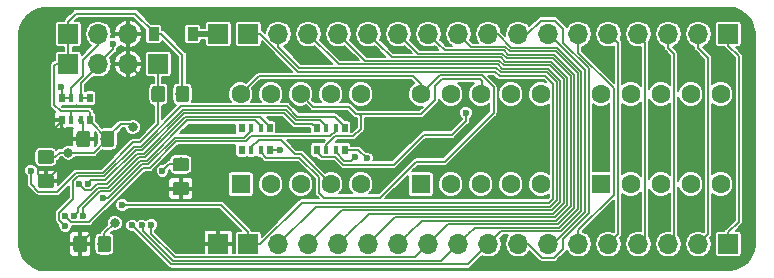
<source format=gbr>
G04 #@! TF.GenerationSoftware,KiCad,Pcbnew,(5.0.0)*
G04 #@! TF.CreationDate,2019-08-21T13:25:49-04:00*
G04 #@! TF.ProjectId,7segment,377365676D656E742E6B696361645F70,B*
G04 #@! TF.SameCoordinates,Original*
G04 #@! TF.FileFunction,Copper,L2,Bot,Signal*
G04 #@! TF.FilePolarity,Positive*
%FSLAX46Y46*%
G04 Gerber Fmt 4.6, Leading zero omitted, Abs format (unit mm)*
G04 Created by KiCad (PCBNEW (5.0.0)) date 08/21/19 13:25:49*
%MOMM*%
%LPD*%
G01*
G04 APERTURE LIST*
G04 #@! TA.AperFunction,Conductor*
%ADD10C,0.100000*%
G04 #@! TD*
G04 #@! TA.AperFunction,SMDPad,CuDef*
%ADD11C,1.150000*%
G04 #@! TD*
G04 #@! TA.AperFunction,ComponentPad*
%ADD12R,1.700000X1.700000*%
G04 #@! TD*
G04 #@! TA.AperFunction,ComponentPad*
%ADD13O,1.700000X1.700000*%
G04 #@! TD*
G04 #@! TA.AperFunction,SMDPad,CuDef*
%ADD14R,0.900000X1.200000*%
G04 #@! TD*
G04 #@! TA.AperFunction,SMDPad,CuDef*
%ADD15R,0.500000X0.800000*%
G04 #@! TD*
G04 #@! TA.AperFunction,SMDPad,CuDef*
%ADD16R,0.400000X0.800000*%
G04 #@! TD*
G04 #@! TA.AperFunction,ComponentPad*
%ADD17R,1.600000X1.600000*%
G04 #@! TD*
G04 #@! TA.AperFunction,ComponentPad*
%ADD18C,1.600000*%
G04 #@! TD*
G04 #@! TA.AperFunction,ViaPad*
%ADD19C,0.800000*%
G04 #@! TD*
G04 #@! TA.AperFunction,ViaPad*
%ADD20C,0.600000*%
G04 #@! TD*
G04 #@! TA.AperFunction,Conductor*
%ADD21C,0.200000*%
G04 #@! TD*
G04 #@! TA.AperFunction,Conductor*
%ADD22C,0.150000*%
G04 #@! TD*
G04 #@! TA.AperFunction,Conductor*
%ADD23C,0.500000*%
G04 #@! TD*
G04 APERTURE END LIST*
D10*
G04 #@! TO.N,VCC*
G04 #@! TO.C,C4*
G36*
X47221505Y-55181204D02*
X47245773Y-55184804D01*
X47269572Y-55190765D01*
X47292671Y-55199030D01*
X47314850Y-55209520D01*
X47335893Y-55222132D01*
X47355599Y-55236747D01*
X47373777Y-55253223D01*
X47390253Y-55271401D01*
X47404868Y-55291107D01*
X47417480Y-55312150D01*
X47427970Y-55334329D01*
X47436235Y-55357428D01*
X47442196Y-55381227D01*
X47445796Y-55405495D01*
X47447000Y-55429999D01*
X47447000Y-56330001D01*
X47445796Y-56354505D01*
X47442196Y-56378773D01*
X47436235Y-56402572D01*
X47427970Y-56425671D01*
X47417480Y-56447850D01*
X47404868Y-56468893D01*
X47390253Y-56488599D01*
X47373777Y-56506777D01*
X47355599Y-56523253D01*
X47335893Y-56537868D01*
X47314850Y-56550480D01*
X47292671Y-56560970D01*
X47269572Y-56569235D01*
X47245773Y-56575196D01*
X47221505Y-56578796D01*
X47197001Y-56580000D01*
X46546999Y-56580000D01*
X46522495Y-56578796D01*
X46498227Y-56575196D01*
X46474428Y-56569235D01*
X46451329Y-56560970D01*
X46429150Y-56550480D01*
X46408107Y-56537868D01*
X46388401Y-56523253D01*
X46370223Y-56506777D01*
X46353747Y-56488599D01*
X46339132Y-56468893D01*
X46326520Y-56447850D01*
X46316030Y-56425671D01*
X46307765Y-56402572D01*
X46301804Y-56378773D01*
X46298204Y-56354505D01*
X46297000Y-56330001D01*
X46297000Y-55429999D01*
X46298204Y-55405495D01*
X46301804Y-55381227D01*
X46307765Y-55357428D01*
X46316030Y-55334329D01*
X46326520Y-55312150D01*
X46339132Y-55291107D01*
X46353747Y-55271401D01*
X46370223Y-55253223D01*
X46388401Y-55236747D01*
X46408107Y-55222132D01*
X46429150Y-55209520D01*
X46451329Y-55199030D01*
X46474428Y-55190765D01*
X46498227Y-55184804D01*
X46522495Y-55181204D01*
X46546999Y-55180000D01*
X47197001Y-55180000D01*
X47221505Y-55181204D01*
X47221505Y-55181204D01*
G37*
D11*
G04 #@! TD*
G04 #@! TO.P,C4,1*
G04 #@! TO.N,VCC*
X46872000Y-55880000D03*
D10*
G04 #@! TO.N,GND*
G04 #@! TO.C,C4*
G36*
X45171505Y-55181204D02*
X45195773Y-55184804D01*
X45219572Y-55190765D01*
X45242671Y-55199030D01*
X45264850Y-55209520D01*
X45285893Y-55222132D01*
X45305599Y-55236747D01*
X45323777Y-55253223D01*
X45340253Y-55271401D01*
X45354868Y-55291107D01*
X45367480Y-55312150D01*
X45377970Y-55334329D01*
X45386235Y-55357428D01*
X45392196Y-55381227D01*
X45395796Y-55405495D01*
X45397000Y-55429999D01*
X45397000Y-56330001D01*
X45395796Y-56354505D01*
X45392196Y-56378773D01*
X45386235Y-56402572D01*
X45377970Y-56425671D01*
X45367480Y-56447850D01*
X45354868Y-56468893D01*
X45340253Y-56488599D01*
X45323777Y-56506777D01*
X45305599Y-56523253D01*
X45285893Y-56537868D01*
X45264850Y-56550480D01*
X45242671Y-56560970D01*
X45219572Y-56569235D01*
X45195773Y-56575196D01*
X45171505Y-56578796D01*
X45147001Y-56580000D01*
X44496999Y-56580000D01*
X44472495Y-56578796D01*
X44448227Y-56575196D01*
X44424428Y-56569235D01*
X44401329Y-56560970D01*
X44379150Y-56550480D01*
X44358107Y-56537868D01*
X44338401Y-56523253D01*
X44320223Y-56506777D01*
X44303747Y-56488599D01*
X44289132Y-56468893D01*
X44276520Y-56447850D01*
X44266030Y-56425671D01*
X44257765Y-56402572D01*
X44251804Y-56378773D01*
X44248204Y-56354505D01*
X44247000Y-56330001D01*
X44247000Y-55429999D01*
X44248204Y-55405495D01*
X44251804Y-55381227D01*
X44257765Y-55357428D01*
X44266030Y-55334329D01*
X44276520Y-55312150D01*
X44289132Y-55291107D01*
X44303747Y-55271401D01*
X44320223Y-55253223D01*
X44338401Y-55236747D01*
X44358107Y-55222132D01*
X44379150Y-55209520D01*
X44401329Y-55199030D01*
X44424428Y-55190765D01*
X44448227Y-55184804D01*
X44472495Y-55181204D01*
X44496999Y-55180000D01*
X45147001Y-55180000D01*
X45171505Y-55181204D01*
X45171505Y-55181204D01*
G37*
D11*
G04 #@! TD*
G04 #@! TO.P,C4,2*
G04 #@! TO.N,GND*
X44822000Y-55880000D03*
D12*
G04 #@! TO.P,J6,1*
G04 #@! TO.N,Net-(J6-Pad1)*
X59055000Y-55880000D03*
G04 #@! TD*
G04 #@! TO.P,J7,1*
G04 #@! TO.N,Net-(J6-Pad1)*
X59055000Y-38100000D03*
G04 #@! TD*
D10*
G04 #@! TO.N,GND*
G04 #@! TO.C,C3*
G36*
X53814505Y-50616204D02*
X53838773Y-50619804D01*
X53862572Y-50625765D01*
X53885671Y-50634030D01*
X53907850Y-50644520D01*
X53928893Y-50657132D01*
X53948599Y-50671747D01*
X53966777Y-50688223D01*
X53983253Y-50706401D01*
X53997868Y-50726107D01*
X54010480Y-50747150D01*
X54020970Y-50769329D01*
X54029235Y-50792428D01*
X54035196Y-50816227D01*
X54038796Y-50840495D01*
X54040000Y-50864999D01*
X54040000Y-51515001D01*
X54038796Y-51539505D01*
X54035196Y-51563773D01*
X54029235Y-51587572D01*
X54020970Y-51610671D01*
X54010480Y-51632850D01*
X53997868Y-51653893D01*
X53983253Y-51673599D01*
X53966777Y-51691777D01*
X53948599Y-51708253D01*
X53928893Y-51722868D01*
X53907850Y-51735480D01*
X53885671Y-51745970D01*
X53862572Y-51754235D01*
X53838773Y-51760196D01*
X53814505Y-51763796D01*
X53790001Y-51765000D01*
X52889999Y-51765000D01*
X52865495Y-51763796D01*
X52841227Y-51760196D01*
X52817428Y-51754235D01*
X52794329Y-51745970D01*
X52772150Y-51735480D01*
X52751107Y-51722868D01*
X52731401Y-51708253D01*
X52713223Y-51691777D01*
X52696747Y-51673599D01*
X52682132Y-51653893D01*
X52669520Y-51632850D01*
X52659030Y-51610671D01*
X52650765Y-51587572D01*
X52644804Y-51563773D01*
X52641204Y-51539505D01*
X52640000Y-51515001D01*
X52640000Y-50864999D01*
X52641204Y-50840495D01*
X52644804Y-50816227D01*
X52650765Y-50792428D01*
X52659030Y-50769329D01*
X52669520Y-50747150D01*
X52682132Y-50726107D01*
X52696747Y-50706401D01*
X52713223Y-50688223D01*
X52731401Y-50671747D01*
X52751107Y-50657132D01*
X52772150Y-50644520D01*
X52794329Y-50634030D01*
X52817428Y-50625765D01*
X52841227Y-50619804D01*
X52865495Y-50616204D01*
X52889999Y-50615000D01*
X53790001Y-50615000D01*
X53814505Y-50616204D01*
X53814505Y-50616204D01*
G37*
D11*
G04 #@! TD*
G04 #@! TO.P,C3,1*
G04 #@! TO.N,GND*
X53340000Y-51190000D03*
D10*
G04 #@! TO.N,Net-(C3-Pad2)*
G04 #@! TO.C,C3*
G36*
X53814505Y-48566204D02*
X53838773Y-48569804D01*
X53862572Y-48575765D01*
X53885671Y-48584030D01*
X53907850Y-48594520D01*
X53928893Y-48607132D01*
X53948599Y-48621747D01*
X53966777Y-48638223D01*
X53983253Y-48656401D01*
X53997868Y-48676107D01*
X54010480Y-48697150D01*
X54020970Y-48719329D01*
X54029235Y-48742428D01*
X54035196Y-48766227D01*
X54038796Y-48790495D01*
X54040000Y-48814999D01*
X54040000Y-49465001D01*
X54038796Y-49489505D01*
X54035196Y-49513773D01*
X54029235Y-49537572D01*
X54020970Y-49560671D01*
X54010480Y-49582850D01*
X53997868Y-49603893D01*
X53983253Y-49623599D01*
X53966777Y-49641777D01*
X53948599Y-49658253D01*
X53928893Y-49672868D01*
X53907850Y-49685480D01*
X53885671Y-49695970D01*
X53862572Y-49704235D01*
X53838773Y-49710196D01*
X53814505Y-49713796D01*
X53790001Y-49715000D01*
X52889999Y-49715000D01*
X52865495Y-49713796D01*
X52841227Y-49710196D01*
X52817428Y-49704235D01*
X52794329Y-49695970D01*
X52772150Y-49685480D01*
X52751107Y-49672868D01*
X52731401Y-49658253D01*
X52713223Y-49641777D01*
X52696747Y-49623599D01*
X52682132Y-49603893D01*
X52669520Y-49582850D01*
X52659030Y-49560671D01*
X52650765Y-49537572D01*
X52644804Y-49513773D01*
X52641204Y-49489505D01*
X52640000Y-49465001D01*
X52640000Y-48814999D01*
X52641204Y-48790495D01*
X52644804Y-48766227D01*
X52650765Y-48742428D01*
X52659030Y-48719329D01*
X52669520Y-48697150D01*
X52682132Y-48676107D01*
X52696747Y-48656401D01*
X52713223Y-48638223D01*
X52731401Y-48621747D01*
X52751107Y-48607132D01*
X52772150Y-48594520D01*
X52794329Y-48584030D01*
X52817428Y-48575765D01*
X52841227Y-48569804D01*
X52865495Y-48566204D01*
X52889999Y-48565000D01*
X53790001Y-48565000D01*
X53814505Y-48566204D01*
X53814505Y-48566204D01*
G37*
D11*
G04 #@! TD*
G04 #@! TO.P,C3,2*
G04 #@! TO.N,Net-(C3-Pad2)*
X53340000Y-49140000D03*
D12*
G04 #@! TO.P,J5,1*
G04 #@! TO.N,GND*
X56515000Y-55880000D03*
G04 #@! TD*
G04 #@! TO.P,JP2,1*
G04 #@! TO.N,VCC*
X43815000Y-40640000D03*
D13*
G04 #@! TO.P,JP2,2*
G04 #@! TO.N,SEL_NUMBERBASE*
X46355000Y-40640000D03*
G04 #@! TO.P,JP2,3*
G04 #@! TO.N,GND*
X48895000Y-40640000D03*
G04 #@! TD*
D14*
G04 #@! TO.P,D1,1*
G04 #@! TO.N,VCC*
X51055000Y-38100000D03*
G04 #@! TO.P,D1,2*
G04 #@! TO.N,/VIN*
X54355000Y-38100000D03*
G04 #@! TD*
D15*
G04 #@! TO.P,RN3,1*
G04 #@! TO.N,SEL_LATCHMODE*
X43250000Y-43550000D03*
D16*
G04 #@! TO.P,RN3,3*
G04 #@! TO.N,SEL_NUMBERBASE*
X44850000Y-43550000D03*
G04 #@! TO.P,RN3,2*
G04 #@! TO.N,SEL_LATCHMODE*
X44050000Y-43550000D03*
D15*
G04 #@! TO.P,RN3,4*
G04 #@! TO.N,SEL_NUMBERBASE*
X45650000Y-43550000D03*
D16*
G04 #@! TO.P,RN3,7*
G04 #@! TO.N,VCC*
X44050000Y-45350000D03*
D15*
G04 #@! TO.P,RN3,8*
G04 #@! TO.N,GND*
X43250000Y-45350000D03*
D16*
G04 #@! TO.P,RN3,6*
X44850000Y-45350000D03*
D15*
G04 #@! TO.P,RN3,5*
G04 #@! TO.N,VCC*
X45650000Y-45350000D03*
G04 #@! TD*
D12*
G04 #@! TO.P,JP1,1*
G04 #@! TO.N,VCC*
X43815000Y-38100000D03*
D13*
G04 #@! TO.P,JP1,2*
G04 #@! TO.N,SEL_LATCHMODE*
X46355000Y-38100000D03*
G04 #@! TO.P,JP1,3*
G04 #@! TO.N,GND*
X48895000Y-38100000D03*
G04 #@! TD*
D17*
G04 #@! TO.P,U4,1*
G04 #@! TO.N,SEG_E*
X88900000Y-50800000D03*
D18*
G04 #@! TO.P,U4,2*
G04 #@! TO.N,SEG_D*
X91440000Y-50800000D03*
G04 #@! TO.P,U4,3*
G04 #@! TO.N,SEG_C*
X93980000Y-50800000D03*
G04 #@! TO.P,U4,4*
G04 #@! TO.N,SEG_G*
X96520000Y-50800000D03*
G04 #@! TO.P,U4,5*
G04 #@! TO.N,Net-(U4-Pad5)*
X99060000Y-50800000D03*
G04 #@! TO.P,U4,6*
G04 #@! TO.N,D5*
X99060000Y-43180000D03*
G04 #@! TO.P,U4,7*
G04 #@! TO.N,SEG_A*
X96520000Y-43180000D03*
G04 #@! TO.P,U4,8*
G04 #@! TO.N,SEG_B*
X93980000Y-43180000D03*
G04 #@! TO.P,U4,9*
G04 #@! TO.N,D4*
X91440000Y-43180000D03*
G04 #@! TO.P,U4,10*
G04 #@! TO.N,SEG_F*
X88900000Y-43180000D03*
G04 #@! TD*
D13*
G04 #@! TO.P,J4,16*
G04 #@! TO.N,/IN15*
X61595000Y-55880000D03*
G04 #@! TO.P,J4,15*
G04 #@! TO.N,/IN14*
X64135000Y-55880000D03*
G04 #@! TO.P,J4,14*
G04 #@! TO.N,/IN13*
X66675000Y-55880000D03*
G04 #@! TO.P,J4,13*
G04 #@! TO.N,/IN12*
X69215000Y-55880000D03*
G04 #@! TO.P,J4,12*
G04 #@! TO.N,/IN11*
X71755000Y-55880000D03*
G04 #@! TO.P,J4,11*
G04 #@! TO.N,/IN10*
X74295000Y-55880000D03*
G04 #@! TO.P,J4,10*
G04 #@! TO.N,/IN9*
X76835000Y-55880000D03*
G04 #@! TO.P,J4,9*
G04 #@! TO.N,/IN8*
X79375000Y-55880000D03*
G04 #@! TO.P,J4,8*
G04 #@! TO.N,SCK*
X81915000Y-55880000D03*
G04 #@! TO.P,J4,7*
G04 #@! TO.N,MISO*
X84455000Y-55880000D03*
G04 #@! TO.P,J4,6*
G04 #@! TO.N,MOSI*
X86995000Y-55880000D03*
G04 #@! TO.P,J4,5*
G04 #@! TO.N,/IN4*
X89535000Y-55880000D03*
G04 #@! TO.P,J4,4*
G04 #@! TO.N,/IN3*
X92075000Y-55880000D03*
G04 #@! TO.P,J4,3*
G04 #@! TO.N,/IN2*
X94615000Y-55880000D03*
G04 #@! TO.P,J4,2*
G04 #@! TO.N,/IN1*
X97155000Y-55880000D03*
D12*
G04 #@! TO.P,J4,1*
G04 #@! TO.N,/IN0*
X99695000Y-55880000D03*
G04 #@! TD*
G04 #@! TO.P,J2,1*
G04 #@! TO.N,/IN0*
X99695000Y-38100000D03*
D13*
G04 #@! TO.P,J2,2*
G04 #@! TO.N,/IN1*
X97155000Y-38100000D03*
G04 #@! TO.P,J2,3*
G04 #@! TO.N,/IN2*
X94615000Y-38100000D03*
G04 #@! TO.P,J2,4*
G04 #@! TO.N,/IN3*
X92075000Y-38100000D03*
G04 #@! TO.P,J2,5*
G04 #@! TO.N,/IN4*
X89535000Y-38100000D03*
G04 #@! TO.P,J2,6*
G04 #@! TO.N,MOSI*
X86995000Y-38100000D03*
G04 #@! TO.P,J2,7*
G04 #@! TO.N,MISO*
X84455000Y-38100000D03*
G04 #@! TO.P,J2,8*
G04 #@! TO.N,SCK*
X81915000Y-38100000D03*
G04 #@! TO.P,J2,9*
G04 #@! TO.N,/IN8*
X79375000Y-38100000D03*
G04 #@! TO.P,J2,10*
G04 #@! TO.N,/IN9*
X76835000Y-38100000D03*
G04 #@! TO.P,J2,11*
G04 #@! TO.N,/IN10*
X74295000Y-38100000D03*
G04 #@! TO.P,J2,12*
G04 #@! TO.N,/IN11*
X71755000Y-38100000D03*
G04 #@! TO.P,J2,13*
G04 #@! TO.N,/IN12*
X69215000Y-38100000D03*
G04 #@! TO.P,J2,14*
G04 #@! TO.N,/IN13*
X66675000Y-38100000D03*
G04 #@! TO.P,J2,15*
G04 #@! TO.N,/IN14*
X64135000Y-38100000D03*
G04 #@! TO.P,J2,16*
G04 #@! TO.N,/IN15*
X61595000Y-38100000D03*
G04 #@! TD*
D17*
G04 #@! TO.P,U3,1*
G04 #@! TO.N,SEG_E*
X73660000Y-50800000D03*
D18*
G04 #@! TO.P,U3,2*
G04 #@! TO.N,SEG_D*
X76200000Y-50800000D03*
G04 #@! TO.P,U3,3*
G04 #@! TO.N,SEG_C*
X78740000Y-50800000D03*
G04 #@! TO.P,U3,4*
G04 #@! TO.N,SEG_G*
X81280000Y-50800000D03*
G04 #@! TO.P,U3,5*
G04 #@! TO.N,Net-(U3-Pad5)*
X83820000Y-50800000D03*
G04 #@! TO.P,U3,6*
G04 #@! TO.N,D3*
X83820000Y-43180000D03*
G04 #@! TO.P,U3,7*
G04 #@! TO.N,SEG_A*
X81280000Y-43180000D03*
G04 #@! TO.P,U3,8*
G04 #@! TO.N,SEG_B*
X78740000Y-43180000D03*
G04 #@! TO.P,U3,9*
G04 #@! TO.N,D2*
X76200000Y-43180000D03*
G04 #@! TO.P,U3,10*
G04 #@! TO.N,SEG_F*
X73660000Y-43180000D03*
G04 #@! TD*
D10*
G04 #@! TO.N,VCC*
G04 #@! TO.C,C2*
G36*
X42384505Y-47931204D02*
X42408773Y-47934804D01*
X42432572Y-47940765D01*
X42455671Y-47949030D01*
X42477850Y-47959520D01*
X42498893Y-47972132D01*
X42518599Y-47986747D01*
X42536777Y-48003223D01*
X42553253Y-48021401D01*
X42567868Y-48041107D01*
X42580480Y-48062150D01*
X42590970Y-48084329D01*
X42599235Y-48107428D01*
X42605196Y-48131227D01*
X42608796Y-48155495D01*
X42610000Y-48179999D01*
X42610000Y-48830001D01*
X42608796Y-48854505D01*
X42605196Y-48878773D01*
X42599235Y-48902572D01*
X42590970Y-48925671D01*
X42580480Y-48947850D01*
X42567868Y-48968893D01*
X42553253Y-48988599D01*
X42536777Y-49006777D01*
X42518599Y-49023253D01*
X42498893Y-49037868D01*
X42477850Y-49050480D01*
X42455671Y-49060970D01*
X42432572Y-49069235D01*
X42408773Y-49075196D01*
X42384505Y-49078796D01*
X42360001Y-49080000D01*
X41459999Y-49080000D01*
X41435495Y-49078796D01*
X41411227Y-49075196D01*
X41387428Y-49069235D01*
X41364329Y-49060970D01*
X41342150Y-49050480D01*
X41321107Y-49037868D01*
X41301401Y-49023253D01*
X41283223Y-49006777D01*
X41266747Y-48988599D01*
X41252132Y-48968893D01*
X41239520Y-48947850D01*
X41229030Y-48925671D01*
X41220765Y-48902572D01*
X41214804Y-48878773D01*
X41211204Y-48854505D01*
X41210000Y-48830001D01*
X41210000Y-48179999D01*
X41211204Y-48155495D01*
X41214804Y-48131227D01*
X41220765Y-48107428D01*
X41229030Y-48084329D01*
X41239520Y-48062150D01*
X41252132Y-48041107D01*
X41266747Y-48021401D01*
X41283223Y-48003223D01*
X41301401Y-47986747D01*
X41321107Y-47972132D01*
X41342150Y-47959520D01*
X41364329Y-47949030D01*
X41387428Y-47940765D01*
X41411227Y-47934804D01*
X41435495Y-47931204D01*
X41459999Y-47930000D01*
X42360001Y-47930000D01*
X42384505Y-47931204D01*
X42384505Y-47931204D01*
G37*
D11*
G04 #@! TD*
G04 #@! TO.P,C2,1*
G04 #@! TO.N,VCC*
X41910000Y-48505000D03*
D10*
G04 #@! TO.N,GND*
G04 #@! TO.C,C2*
G36*
X42384505Y-49981204D02*
X42408773Y-49984804D01*
X42432572Y-49990765D01*
X42455671Y-49999030D01*
X42477850Y-50009520D01*
X42498893Y-50022132D01*
X42518599Y-50036747D01*
X42536777Y-50053223D01*
X42553253Y-50071401D01*
X42567868Y-50091107D01*
X42580480Y-50112150D01*
X42590970Y-50134329D01*
X42599235Y-50157428D01*
X42605196Y-50181227D01*
X42608796Y-50205495D01*
X42610000Y-50229999D01*
X42610000Y-50880001D01*
X42608796Y-50904505D01*
X42605196Y-50928773D01*
X42599235Y-50952572D01*
X42590970Y-50975671D01*
X42580480Y-50997850D01*
X42567868Y-51018893D01*
X42553253Y-51038599D01*
X42536777Y-51056777D01*
X42518599Y-51073253D01*
X42498893Y-51087868D01*
X42477850Y-51100480D01*
X42455671Y-51110970D01*
X42432572Y-51119235D01*
X42408773Y-51125196D01*
X42384505Y-51128796D01*
X42360001Y-51130000D01*
X41459999Y-51130000D01*
X41435495Y-51128796D01*
X41411227Y-51125196D01*
X41387428Y-51119235D01*
X41364329Y-51110970D01*
X41342150Y-51100480D01*
X41321107Y-51087868D01*
X41301401Y-51073253D01*
X41283223Y-51056777D01*
X41266747Y-51038599D01*
X41252132Y-51018893D01*
X41239520Y-50997850D01*
X41229030Y-50975671D01*
X41220765Y-50952572D01*
X41214804Y-50928773D01*
X41211204Y-50904505D01*
X41210000Y-50880001D01*
X41210000Y-50229999D01*
X41211204Y-50205495D01*
X41214804Y-50181227D01*
X41220765Y-50157428D01*
X41229030Y-50134329D01*
X41239520Y-50112150D01*
X41252132Y-50091107D01*
X41266747Y-50071401D01*
X41283223Y-50053223D01*
X41301401Y-50036747D01*
X41321107Y-50022132D01*
X41342150Y-50009520D01*
X41364329Y-49999030D01*
X41387428Y-49990765D01*
X41411227Y-49984804D01*
X41435495Y-49981204D01*
X41459999Y-49980000D01*
X42360001Y-49980000D01*
X42384505Y-49981204D01*
X42384505Y-49981204D01*
G37*
D11*
G04 #@! TD*
G04 #@! TO.P,C2,2*
G04 #@! TO.N,GND*
X41910000Y-50555000D03*
D15*
G04 #@! TO.P,RN2,5*
G04 #@! TO.N,Net-(RN2-Pad5)*
X58490000Y-46090000D03*
D16*
G04 #@! TO.P,RN2,6*
G04 #@! TO.N,Net-(RN2-Pad6)*
X59290000Y-46090000D03*
D15*
G04 #@! TO.P,RN2,8*
G04 #@! TO.N,Net-(RN2-Pad8)*
X60890000Y-46090000D03*
D16*
G04 #@! TO.P,RN2,7*
G04 #@! TO.N,Net-(RN2-Pad7)*
X60090000Y-46090000D03*
D15*
G04 #@! TO.P,RN2,4*
G04 #@! TO.N,Net-(RN2-Pad4)*
X58490000Y-47890000D03*
D16*
G04 #@! TO.P,RN2,2*
G04 #@! TO.N,SEG_F*
X60090000Y-47890000D03*
G04 #@! TO.P,RN2,3*
G04 #@! TO.N,SEG_G*
X59290000Y-47890000D03*
D15*
G04 #@! TO.P,RN2,1*
G04 #@! TO.N,SEG_E*
X60890000Y-47890000D03*
G04 #@! TD*
G04 #@! TO.P,RN1,1*
G04 #@! TO.N,Net-(RN1-Pad1)*
X64840000Y-46090000D03*
D16*
G04 #@! TO.P,RN1,3*
G04 #@! TO.N,Net-(RN1-Pad3)*
X66440000Y-46090000D03*
G04 #@! TO.P,RN1,2*
G04 #@! TO.N,Net-(RN1-Pad2)*
X65640000Y-46090000D03*
D15*
G04 #@! TO.P,RN1,4*
G04 #@! TO.N,Net-(RN1-Pad4)*
X67240000Y-46090000D03*
D16*
G04 #@! TO.P,RN1,7*
G04 #@! TO.N,SEG_B*
X65640000Y-47890000D03*
D15*
G04 #@! TO.P,RN1,8*
G04 #@! TO.N,SEG_A*
X64840000Y-47890000D03*
D16*
G04 #@! TO.P,RN1,6*
G04 #@! TO.N,SEG_C*
X66440000Y-47890000D03*
D15*
G04 #@! TO.P,RN1,5*
G04 #@! TO.N,SEG_D*
X67240000Y-47890000D03*
G04 #@! TD*
D10*
G04 #@! TO.N,GND*
G04 #@! TO.C,C1*
G36*
X45434505Y-46291204D02*
X45458773Y-46294804D01*
X45482572Y-46300765D01*
X45505671Y-46309030D01*
X45527850Y-46319520D01*
X45548893Y-46332132D01*
X45568599Y-46346747D01*
X45586777Y-46363223D01*
X45603253Y-46381401D01*
X45617868Y-46401107D01*
X45630480Y-46422150D01*
X45640970Y-46444329D01*
X45649235Y-46467428D01*
X45655196Y-46491227D01*
X45658796Y-46515495D01*
X45660000Y-46539999D01*
X45660000Y-47440001D01*
X45658796Y-47464505D01*
X45655196Y-47488773D01*
X45649235Y-47512572D01*
X45640970Y-47535671D01*
X45630480Y-47557850D01*
X45617868Y-47578893D01*
X45603253Y-47598599D01*
X45586777Y-47616777D01*
X45568599Y-47633253D01*
X45548893Y-47647868D01*
X45527850Y-47660480D01*
X45505671Y-47670970D01*
X45482572Y-47679235D01*
X45458773Y-47685196D01*
X45434505Y-47688796D01*
X45410001Y-47690000D01*
X44759999Y-47690000D01*
X44735495Y-47688796D01*
X44711227Y-47685196D01*
X44687428Y-47679235D01*
X44664329Y-47670970D01*
X44642150Y-47660480D01*
X44621107Y-47647868D01*
X44601401Y-47633253D01*
X44583223Y-47616777D01*
X44566747Y-47598599D01*
X44552132Y-47578893D01*
X44539520Y-47557850D01*
X44529030Y-47535671D01*
X44520765Y-47512572D01*
X44514804Y-47488773D01*
X44511204Y-47464505D01*
X44510000Y-47440001D01*
X44510000Y-46539999D01*
X44511204Y-46515495D01*
X44514804Y-46491227D01*
X44520765Y-46467428D01*
X44529030Y-46444329D01*
X44539520Y-46422150D01*
X44552132Y-46401107D01*
X44566747Y-46381401D01*
X44583223Y-46363223D01*
X44601401Y-46346747D01*
X44621107Y-46332132D01*
X44642150Y-46319520D01*
X44664329Y-46309030D01*
X44687428Y-46300765D01*
X44711227Y-46294804D01*
X44735495Y-46291204D01*
X44759999Y-46290000D01*
X45410001Y-46290000D01*
X45434505Y-46291204D01*
X45434505Y-46291204D01*
G37*
D11*
G04 #@! TD*
G04 #@! TO.P,C1,2*
G04 #@! TO.N,GND*
X45085000Y-46990000D03*
D10*
G04 #@! TO.N,VCC*
G04 #@! TO.C,C1*
G36*
X47484505Y-46291204D02*
X47508773Y-46294804D01*
X47532572Y-46300765D01*
X47555671Y-46309030D01*
X47577850Y-46319520D01*
X47598893Y-46332132D01*
X47618599Y-46346747D01*
X47636777Y-46363223D01*
X47653253Y-46381401D01*
X47667868Y-46401107D01*
X47680480Y-46422150D01*
X47690970Y-46444329D01*
X47699235Y-46467428D01*
X47705196Y-46491227D01*
X47708796Y-46515495D01*
X47710000Y-46539999D01*
X47710000Y-47440001D01*
X47708796Y-47464505D01*
X47705196Y-47488773D01*
X47699235Y-47512572D01*
X47690970Y-47535671D01*
X47680480Y-47557850D01*
X47667868Y-47578893D01*
X47653253Y-47598599D01*
X47636777Y-47616777D01*
X47618599Y-47633253D01*
X47598893Y-47647868D01*
X47577850Y-47660480D01*
X47555671Y-47670970D01*
X47532572Y-47679235D01*
X47508773Y-47685196D01*
X47484505Y-47688796D01*
X47460001Y-47690000D01*
X46809999Y-47690000D01*
X46785495Y-47688796D01*
X46761227Y-47685196D01*
X46737428Y-47679235D01*
X46714329Y-47670970D01*
X46692150Y-47660480D01*
X46671107Y-47647868D01*
X46651401Y-47633253D01*
X46633223Y-47616777D01*
X46616747Y-47598599D01*
X46602132Y-47578893D01*
X46589520Y-47557850D01*
X46579030Y-47535671D01*
X46570765Y-47512572D01*
X46564804Y-47488773D01*
X46561204Y-47464505D01*
X46560000Y-47440001D01*
X46560000Y-46539999D01*
X46561204Y-46515495D01*
X46564804Y-46491227D01*
X46570765Y-46467428D01*
X46579030Y-46444329D01*
X46589520Y-46422150D01*
X46602132Y-46401107D01*
X46616747Y-46381401D01*
X46633223Y-46363223D01*
X46651401Y-46346747D01*
X46671107Y-46332132D01*
X46692150Y-46319520D01*
X46714329Y-46309030D01*
X46737428Y-46300765D01*
X46761227Y-46294804D01*
X46785495Y-46291204D01*
X46809999Y-46290000D01*
X47460001Y-46290000D01*
X47484505Y-46291204D01*
X47484505Y-46291204D01*
G37*
D11*
G04 #@! TD*
G04 #@! TO.P,C1,1*
G04 #@! TO.N,VCC*
X47135000Y-46990000D03*
D10*
G04 #@! TO.N,VCC*
G04 #@! TO.C,R3*
G36*
X53834505Y-42481204D02*
X53858773Y-42484804D01*
X53882572Y-42490765D01*
X53905671Y-42499030D01*
X53927850Y-42509520D01*
X53948893Y-42522132D01*
X53968599Y-42536747D01*
X53986777Y-42553223D01*
X54003253Y-42571401D01*
X54017868Y-42591107D01*
X54030480Y-42612150D01*
X54040970Y-42634329D01*
X54049235Y-42657428D01*
X54055196Y-42681227D01*
X54058796Y-42705495D01*
X54060000Y-42729999D01*
X54060000Y-43630001D01*
X54058796Y-43654505D01*
X54055196Y-43678773D01*
X54049235Y-43702572D01*
X54040970Y-43725671D01*
X54030480Y-43747850D01*
X54017868Y-43768893D01*
X54003253Y-43788599D01*
X53986777Y-43806777D01*
X53968599Y-43823253D01*
X53948893Y-43837868D01*
X53927850Y-43850480D01*
X53905671Y-43860970D01*
X53882572Y-43869235D01*
X53858773Y-43875196D01*
X53834505Y-43878796D01*
X53810001Y-43880000D01*
X53159999Y-43880000D01*
X53135495Y-43878796D01*
X53111227Y-43875196D01*
X53087428Y-43869235D01*
X53064329Y-43860970D01*
X53042150Y-43850480D01*
X53021107Y-43837868D01*
X53001401Y-43823253D01*
X52983223Y-43806777D01*
X52966747Y-43788599D01*
X52952132Y-43768893D01*
X52939520Y-43747850D01*
X52929030Y-43725671D01*
X52920765Y-43702572D01*
X52914804Y-43678773D01*
X52911204Y-43654505D01*
X52910000Y-43630001D01*
X52910000Y-42729999D01*
X52911204Y-42705495D01*
X52914804Y-42681227D01*
X52920765Y-42657428D01*
X52929030Y-42634329D01*
X52939520Y-42612150D01*
X52952132Y-42591107D01*
X52966747Y-42571401D01*
X52983223Y-42553223D01*
X53001401Y-42536747D01*
X53021107Y-42522132D01*
X53042150Y-42509520D01*
X53064329Y-42499030D01*
X53087428Y-42490765D01*
X53111227Y-42484804D01*
X53135495Y-42481204D01*
X53159999Y-42480000D01*
X53810001Y-42480000D01*
X53834505Y-42481204D01*
X53834505Y-42481204D01*
G37*
D11*
G04 #@! TD*
G04 #@! TO.P,R3,1*
G04 #@! TO.N,VCC*
X53485000Y-43180000D03*
D10*
G04 #@! TO.N,~RESET*
G04 #@! TO.C,R3*
G36*
X51784505Y-42481204D02*
X51808773Y-42484804D01*
X51832572Y-42490765D01*
X51855671Y-42499030D01*
X51877850Y-42509520D01*
X51898893Y-42522132D01*
X51918599Y-42536747D01*
X51936777Y-42553223D01*
X51953253Y-42571401D01*
X51967868Y-42591107D01*
X51980480Y-42612150D01*
X51990970Y-42634329D01*
X51999235Y-42657428D01*
X52005196Y-42681227D01*
X52008796Y-42705495D01*
X52010000Y-42729999D01*
X52010000Y-43630001D01*
X52008796Y-43654505D01*
X52005196Y-43678773D01*
X51999235Y-43702572D01*
X51990970Y-43725671D01*
X51980480Y-43747850D01*
X51967868Y-43768893D01*
X51953253Y-43788599D01*
X51936777Y-43806777D01*
X51918599Y-43823253D01*
X51898893Y-43837868D01*
X51877850Y-43850480D01*
X51855671Y-43860970D01*
X51832572Y-43869235D01*
X51808773Y-43875196D01*
X51784505Y-43878796D01*
X51760001Y-43880000D01*
X51109999Y-43880000D01*
X51085495Y-43878796D01*
X51061227Y-43875196D01*
X51037428Y-43869235D01*
X51014329Y-43860970D01*
X50992150Y-43850480D01*
X50971107Y-43837868D01*
X50951401Y-43823253D01*
X50933223Y-43806777D01*
X50916747Y-43788599D01*
X50902132Y-43768893D01*
X50889520Y-43747850D01*
X50879030Y-43725671D01*
X50870765Y-43702572D01*
X50864804Y-43678773D01*
X50861204Y-43654505D01*
X50860000Y-43630001D01*
X50860000Y-42729999D01*
X50861204Y-42705495D01*
X50864804Y-42681227D01*
X50870765Y-42657428D01*
X50879030Y-42634329D01*
X50889520Y-42612150D01*
X50902132Y-42591107D01*
X50916747Y-42571401D01*
X50933223Y-42553223D01*
X50951401Y-42536747D01*
X50971107Y-42522132D01*
X50992150Y-42509520D01*
X51014329Y-42499030D01*
X51037428Y-42490765D01*
X51061227Y-42484804D01*
X51085495Y-42481204D01*
X51109999Y-42480000D01*
X51760001Y-42480000D01*
X51784505Y-42481204D01*
X51784505Y-42481204D01*
G37*
D11*
G04 #@! TD*
G04 #@! TO.P,R3,2*
G04 #@! TO.N,~RESET*
X51435000Y-43180000D03*
D12*
G04 #@! TO.P,J3,1*
G04 #@! TO.N,/VIN*
X56515000Y-38100000D03*
G04 #@! TD*
G04 #@! TO.P,J1,1*
G04 #@! TO.N,~RESET*
X51435000Y-40640000D03*
G04 #@! TD*
D18*
G04 #@! TO.P,U1,10*
G04 #@! TO.N,SEG_F*
X58420000Y-43180000D03*
G04 #@! TO.P,U1,9*
G04 #@! TO.N,D0*
X60960000Y-43180000D03*
G04 #@! TO.P,U1,8*
G04 #@! TO.N,SEG_B*
X63500000Y-43180000D03*
G04 #@! TO.P,U1,7*
G04 #@! TO.N,SEG_A*
X66040000Y-43180000D03*
G04 #@! TO.P,U1,6*
G04 #@! TO.N,D1*
X68580000Y-43180000D03*
G04 #@! TO.P,U1,5*
G04 #@! TO.N,Net-(U1-Pad5)*
X68580000Y-50800000D03*
G04 #@! TO.P,U1,4*
G04 #@! TO.N,SEG_G*
X66040000Y-50800000D03*
G04 #@! TO.P,U1,3*
G04 #@! TO.N,SEG_C*
X63500000Y-50800000D03*
G04 #@! TO.P,U1,2*
G04 #@! TO.N,SEG_D*
X60960000Y-50800000D03*
D17*
G04 #@! TO.P,U1,1*
G04 #@! TO.N,SEG_E*
X58420000Y-50800000D03*
G04 #@! TD*
D19*
G04 #@! TO.N,VCC*
X43815000Y-48133000D03*
X49275998Y-45974000D03*
X47752000Y-54102000D03*
G04 #@! TO.N,GND*
X50927000Y-50265000D03*
X43815000Y-49149000D03*
X41910996Y-55880000D03*
X48507769Y-46614192D03*
D20*
X94107000Y-46101000D03*
X72644000Y-45974000D03*
X55880000Y-46101000D03*
X61849000Y-45847000D03*
X41910000Y-39370000D03*
X80645000Y-48133000D03*
X70485000Y-43815000D03*
X97282000Y-49530000D03*
X98933000Y-48895000D03*
X94107000Y-47752000D03*
X52705000Y-37338000D03*
X55880000Y-48260000D03*
X55880000Y-42545000D03*
X91440000Y-48260000D03*
X89027000Y-48387000D03*
X89027000Y-45085000D03*
G04 #@! TO.N,~RESET*
X40640000Y-49657000D03*
G04 #@! TO.N,Net-(RN1-Pad1)*
X44718653Y-50809521D03*
G04 #@! TO.N,Net-(RN1-Pad3)*
X43561000Y-53467000D03*
G04 #@! TO.N,Net-(RN1-Pad2)*
X45470924Y-50799728D03*
G04 #@! TO.N,Net-(RN1-Pad4)*
X43561000Y-54356000D03*
G04 #@! TO.N,Net-(RN2-Pad6)*
X46736000Y-51943000D03*
G04 #@! TO.N,Net-(RN2-Pad8)*
X44323000Y-53467000D03*
G04 #@! TO.N,Net-(RN2-Pad7)*
X45085000Y-53467000D03*
G04 #@! TO.N,SEG_D*
X69088000Y-48623990D03*
G04 #@! TO.N,SEG_E*
X61772800Y-47904398D03*
G04 #@! TO.N,SEG_C*
X68072000Y-48514000D03*
G04 #@! TO.N,SEG_A*
X77470000Y-44767500D03*
G04 #@! TO.N,/IN8*
X49225200Y-54305200D03*
G04 #@! TO.N,/IN9*
X50038004Y-54305200D03*
G04 #@! TO.N,/IN10*
X50850800Y-54254396D03*
G04 #@! TO.N,SEL_LATCHMODE*
X43230792Y-42570400D03*
G04 #@! TO.N,SEL_NUMBERBASE*
X47625000Y-38912800D03*
G04 #@! TO.N,Net-(C3-Pad2)*
X51783717Y-49675435D03*
G04 #@! TO.N,Net-(J6-Pad1)*
X48381828Y-52583172D03*
G04 #@! TD*
D21*
G04 #@! TO.N,VCC*
X45992000Y-48133000D02*
X43815000Y-48133000D01*
X47135000Y-46990000D02*
X45992000Y-48133000D01*
X45650000Y-44750000D02*
X45650000Y-45350000D01*
X45549999Y-44649999D02*
X45650000Y-44750000D01*
X44050000Y-44750000D02*
X44150001Y-44649999D01*
X44050000Y-45350000D02*
X44050000Y-44750000D01*
X45650000Y-45505000D02*
X47135000Y-46990000D01*
X45650000Y-45350000D02*
X45650000Y-45505000D01*
X53485000Y-39880000D02*
X53485000Y-43180000D01*
X51705000Y-38100000D02*
X53485000Y-39880000D01*
X51055000Y-38100000D02*
X51705000Y-38100000D01*
X41910000Y-48505000D02*
X42710000Y-48505000D01*
X43082000Y-48133000D02*
X43815000Y-48133000D01*
X42710000Y-48505000D02*
X43082000Y-48133000D01*
X44831000Y-44649999D02*
X45549999Y-44649999D01*
X44150001Y-44649999D02*
X44831000Y-44649999D01*
X46872000Y-54982000D02*
X47752000Y-54102000D01*
X46872000Y-55880000D02*
X46872000Y-54982000D01*
X51055000Y-37950000D02*
X51055000Y-38100000D01*
X49477800Y-36372800D02*
X51055000Y-37950000D01*
X44492200Y-36372800D02*
X49477800Y-36372800D01*
X43815000Y-38100000D02*
X43815000Y-37050000D01*
X43815000Y-37050000D02*
X44492200Y-36372800D01*
X43815000Y-38100000D02*
X43815000Y-40640000D01*
X43159997Y-44649999D02*
X44831000Y-44649999D01*
X42621200Y-44111202D02*
X43159997Y-44649999D01*
X42621200Y-40783800D02*
X42621200Y-44111202D01*
X43815000Y-40640000D02*
X42765000Y-40640000D01*
X42765000Y-40640000D02*
X42621200Y-40783800D01*
X47135000Y-46845000D02*
X47135000Y-46990000D01*
X48260000Y-45720000D02*
X47135000Y-46845000D01*
X49275998Y-45974000D02*
X49021998Y-45720000D01*
X49021998Y-45720000D02*
X48260000Y-45720000D01*
G04 #@! TO.N,GND*
X53340000Y-51190000D02*
X51852000Y-51190000D01*
X51852000Y-51190000D02*
X50927000Y-50265000D01*
X45085000Y-45585000D02*
X44850000Y-45350000D01*
X45085000Y-46990000D02*
X45085000Y-45585000D01*
X44290000Y-46990000D02*
X45085000Y-46990000D01*
X43250000Y-45950000D02*
X44290000Y-46990000D01*
X43250000Y-45350000D02*
X43250000Y-45950000D01*
X48895000Y-38100000D02*
X48895000Y-40640000D01*
X47625000Y-53077000D02*
X44822000Y-55880000D01*
X47636942Y-52467077D02*
X47636942Y-53065058D01*
X48914018Y-51190000D02*
X47636942Y-52467077D01*
X53340000Y-51190000D02*
X48914018Y-51190000D01*
X43316000Y-49149000D02*
X43815000Y-49149000D01*
X41910000Y-50555000D02*
X43316000Y-49149000D01*
X44822000Y-55880000D02*
X41910996Y-55880000D01*
X43250000Y-45500000D02*
X43250000Y-45350000D01*
X40909990Y-47840010D02*
X43250000Y-45500000D01*
X40909990Y-49057824D02*
X40909990Y-47840010D01*
X41286628Y-49434462D02*
X40909990Y-49057824D01*
X41286628Y-49931628D02*
X41286628Y-49434462D01*
X41910000Y-50555000D02*
X41286628Y-49931628D01*
X47636942Y-53065058D02*
X47625000Y-53077000D01*
X47732487Y-53184487D02*
X47625000Y-53077000D01*
X52769487Y-53184487D02*
X47732487Y-53184487D01*
X56515000Y-55880000D02*
X55465000Y-55880000D01*
X55465000Y-55880000D02*
X52769487Y-53184487D01*
X49763510Y-46862994D02*
X48756571Y-46862994D01*
X48895000Y-40640000D02*
X50484002Y-42229002D01*
X48756571Y-46862994D02*
X48507769Y-46614192D01*
X50484002Y-46142503D02*
X49763510Y-46862994D01*
X50484002Y-42229002D02*
X50484002Y-46142503D01*
X48507769Y-47180916D02*
X48507769Y-46614192D01*
X43815000Y-49149000D02*
X46539685Y-49149000D01*
X46539685Y-49149000D02*
X48507769Y-47180916D01*
D22*
G04 #@! TO.N,/IN0*
X99695000Y-54880000D02*
X99695000Y-55880000D01*
X100584000Y-53991000D02*
X99695000Y-54880000D01*
X100584000Y-39989000D02*
X100584000Y-53991000D01*
X99695000Y-38100000D02*
X99695000Y-39100000D01*
X99695000Y-39100000D02*
X100584000Y-39989000D01*
G04 #@! TO.N,/IN1*
X98004999Y-55030001D02*
X97155000Y-55880000D01*
X98004999Y-40152080D02*
X98004999Y-55030001D01*
X97155000Y-39302081D02*
X98004999Y-40152080D01*
X97155000Y-38100000D02*
X97155000Y-39302081D01*
G04 #@! TO.N,/IN2*
X95123000Y-55372000D02*
X94615000Y-55880000D01*
X95123000Y-39810081D02*
X95123000Y-55372000D01*
X94615000Y-38100000D02*
X94615000Y-39302081D01*
X94615000Y-39302081D02*
X95123000Y-39810081D01*
G04 #@! TO.N,/IN3*
X92075000Y-38290500D02*
X92075000Y-38100000D01*
X92646500Y-38862000D02*
X92075000Y-38290500D01*
X92646500Y-55372000D02*
X92646500Y-38862000D01*
X92075000Y-55880000D02*
X92138500Y-55880000D01*
X92138500Y-55880000D02*
X92646500Y-55372000D01*
G04 #@! TO.N,/IN4*
X90384999Y-55030001D02*
X89535000Y-55880000D01*
X90384999Y-38886499D02*
X90384999Y-55030001D01*
X89535000Y-38100000D02*
X89598500Y-38100000D01*
X89598500Y-38100000D02*
X90384999Y-38886499D01*
G04 #@! TO.N,~RESET*
X51435000Y-43180000D02*
X51435000Y-40640000D01*
X51435000Y-45721849D02*
X51435000Y-43180000D01*
X49912848Y-47244000D02*
X51435000Y-45721849D01*
X44478906Y-49847987D02*
X46722813Y-49847987D01*
X42891893Y-51435000D02*
X44478906Y-49847987D01*
X40640000Y-49657000D02*
X40640000Y-50802480D01*
X46722813Y-49847987D02*
X49326800Y-47244000D01*
X41272520Y-51435000D02*
X42891893Y-51435000D01*
X49326800Y-47244000D02*
X49912848Y-47244000D01*
X40640000Y-50802480D02*
X41272520Y-51435000D01*
G04 #@! TO.N,Net-(RN1-Pad1)*
X45234134Y-51325002D02*
X44718653Y-50809521D01*
X47058580Y-50817977D02*
X46213040Y-50817977D01*
X62087178Y-44815178D02*
X53614507Y-44815178D01*
X49651535Y-48225022D02*
X47058580Y-50817977D01*
X64840000Y-46090000D02*
X64470000Y-45720000D01*
X62992000Y-45720000D02*
X62087178Y-44815178D01*
X53614507Y-44815178D02*
X50204663Y-48225022D01*
X50204663Y-48225022D02*
X49651535Y-48225022D01*
X46213040Y-50817977D02*
X45706015Y-51325002D01*
X45706015Y-51325002D02*
X45234134Y-51325002D01*
X64470000Y-45720000D02*
X62992000Y-45720000D01*
G04 #@! TO.N,Net-(RN1-Pad3)*
X44086001Y-53992001D02*
X43561000Y-53467000D01*
X45581672Y-53992001D02*
X44086001Y-53992001D01*
X50148607Y-49425066D02*
X45581672Y-53992001D01*
X66440000Y-46290000D02*
X65994000Y-46736000D01*
X66440000Y-46090000D02*
X66440000Y-46290000D01*
X65994000Y-46736000D02*
X59268279Y-46736000D01*
X59268279Y-46736000D02*
X58841268Y-47163011D01*
X50701734Y-49425066D02*
X50148607Y-49425066D01*
X58841268Y-47163011D02*
X52963789Y-47163011D01*
X52963789Y-47163011D02*
X50701734Y-49425066D01*
G04 #@! TO.N,Net-(RN1-Pad2)*
X62211446Y-44515167D02*
X53490239Y-44515167D01*
X45770923Y-50499729D02*
X45470924Y-50799728D01*
X53490239Y-44515167D02*
X50080395Y-47925011D01*
X50080395Y-47925011D02*
X49527267Y-47925011D01*
X65640000Y-45890000D02*
X65135011Y-45385011D01*
X65135011Y-45385011D02*
X63081289Y-45385011D01*
X46952549Y-50499729D02*
X45770923Y-50499729D01*
X65640000Y-46090000D02*
X65640000Y-45890000D01*
X63081289Y-45385011D02*
X62211446Y-44515167D01*
X49527267Y-47925011D02*
X46952549Y-50499729D01*
G04 #@! TO.N,Net-(RN1-Pad4)*
X43035999Y-53830999D02*
X43561000Y-54356000D01*
X67240000Y-45940000D02*
X66385000Y-45085000D01*
X66385000Y-45085000D02*
X63205556Y-45085000D01*
X63205556Y-45085000D02*
X62335714Y-44215156D01*
X67240000Y-46090000D02*
X67240000Y-45940000D01*
X62335714Y-44215156D02*
X53365971Y-44215156D01*
X49956127Y-47625000D02*
X49402999Y-47625000D01*
X44193652Y-52072348D02*
X43035999Y-53230001D01*
X43035999Y-53230001D02*
X43035999Y-53830999D01*
X44193652Y-50557520D02*
X44193652Y-52072348D01*
X44603174Y-50147998D02*
X44193652Y-50557520D01*
X46880001Y-50147998D02*
X44603174Y-50147998D01*
X49402999Y-47625000D02*
X46880001Y-50147998D01*
X53365971Y-44215156D02*
X49956127Y-47625000D01*
G04 #@! TO.N,Net-(RN2-Pad6)*
X47206394Y-51943000D02*
X46736000Y-51943000D01*
X59290000Y-46290000D02*
X58717000Y-46863000D01*
X59290000Y-46090000D02*
X59290000Y-46290000D01*
X58717000Y-46863000D02*
X52839521Y-46863000D01*
X52839521Y-46863000D02*
X50577467Y-49125055D01*
X50577467Y-49125055D02*
X50024339Y-49125055D01*
X50024339Y-49125055D02*
X47206394Y-51943000D01*
G04 #@! TO.N,Net-(RN2-Pad8)*
X50328931Y-48525033D02*
X49775803Y-48525033D01*
X47182848Y-51117988D02*
X46337308Y-51117988D01*
X44622999Y-53167001D02*
X44323000Y-53467000D01*
X60890000Y-46090000D02*
X60890000Y-45940000D01*
X60890000Y-45940000D02*
X60065189Y-45115189D01*
X60065189Y-45115189D02*
X53738775Y-45115189D01*
X53738775Y-45115189D02*
X50328931Y-48525033D01*
X49775803Y-48525033D02*
X47182848Y-51117988D01*
X46337308Y-51117988D02*
X44622999Y-52832297D01*
X44622999Y-52832297D02*
X44622999Y-53167001D01*
G04 #@! TO.N,Net-(RN2-Pad7)*
X60090000Y-45890000D02*
X59615200Y-45415200D01*
X45085000Y-52794575D02*
X45085000Y-53467000D01*
X46461576Y-51417999D02*
X45085000Y-52794575D01*
X47307116Y-51417999D02*
X46461576Y-51417999D01*
X60090000Y-46090000D02*
X60090000Y-45890000D01*
X59615200Y-45415200D02*
X53863043Y-45415200D01*
X53863043Y-45415200D02*
X50453199Y-48825044D01*
X50453199Y-48825044D02*
X49900071Y-48825044D01*
X49900071Y-48825044D02*
X47307116Y-51417999D01*
G04 #@! TO.N,SEG_D*
X67240000Y-47890000D02*
X68354010Y-47890000D01*
X68354010Y-47890000D02*
X69088000Y-48623990D01*
G04 #@! TO.N,SEG_E*
X58420000Y-50546000D02*
X58420000Y-50800000D01*
X60890000Y-47890000D02*
X60890000Y-48076000D01*
X61758402Y-47890000D02*
X61772800Y-47904398D01*
X60890000Y-47890000D02*
X61758402Y-47890000D01*
G04 #@! TO.N,SEG_C*
X67772001Y-48813999D02*
X68072000Y-48514000D01*
X66440000Y-48090000D02*
X67163999Y-48813999D01*
X67163999Y-48813999D02*
X67772001Y-48813999D01*
X66440000Y-47890000D02*
X66440000Y-48090000D01*
G04 #@! TO.N,SEG_G*
X63500000Y-48260000D02*
X66040000Y-50800000D01*
X59290000Y-47690000D02*
X59926500Y-47053500D01*
X59926500Y-47053500D02*
X61785500Y-47053500D01*
X61785500Y-47053500D02*
X62992000Y-48260000D01*
X59290000Y-47890000D02*
X59290000Y-47690000D01*
X62992000Y-48260000D02*
X63500000Y-48260000D01*
G04 #@! TO.N,SEG_F*
X59944000Y-41656000D02*
X58420000Y-43180000D01*
X72999600Y-41656000D02*
X59944000Y-41656000D01*
X73660000Y-43180000D02*
X73660000Y-42316400D01*
X73660000Y-42316400D02*
X72999600Y-41656000D01*
X75692000Y-48895000D02*
X79819500Y-44767500D01*
X73279000Y-48895000D02*
X75692000Y-48895000D01*
X70231000Y-51943000D02*
X73279000Y-48895000D01*
X79819500Y-44767500D02*
X79819500Y-42608500D01*
X65024000Y-51536600D02*
X65430400Y-51943000D01*
X78803500Y-41592500D02*
X75247500Y-41592500D01*
X65024000Y-51301002D02*
X65024000Y-51536600D01*
X75247500Y-41592500D02*
X73660000Y-43180000D01*
X60090000Y-48090000D02*
X60564800Y-48564800D01*
X60090000Y-47890000D02*
X60090000Y-48090000D01*
X65430400Y-51943000D02*
X70231000Y-51943000D01*
X63380522Y-48564800D02*
X65014999Y-50199277D01*
X79819500Y-42608500D02*
X78803500Y-41592500D01*
X65014999Y-50199277D02*
X65014999Y-51292001D01*
X60564800Y-48564800D02*
X63380522Y-48564800D01*
X65014999Y-51292001D02*
X65024000Y-51301002D01*
G04 #@! TO.N,SEG_B*
X63500000Y-43180000D02*
X64566800Y-44246800D01*
X66294000Y-44246800D02*
X64566800Y-44246800D01*
X66451802Y-44246800D02*
X66294000Y-44246800D01*
X66294000Y-44246800D02*
X66421000Y-44246800D01*
X66421000Y-44246800D02*
X67233800Y-44246800D01*
X68211700Y-44894500D02*
X68440300Y-44894500D01*
X66421000Y-44246800D02*
X67564000Y-44246800D01*
X67564000Y-44246800D02*
X68211700Y-44894500D01*
X78676500Y-41910000D02*
X78867000Y-42100500D01*
X78867000Y-43053000D02*
X78740000Y-43180000D01*
X75438000Y-41910000D02*
X78676500Y-41910000D01*
X68440300Y-44894500D02*
X73669001Y-44894500D01*
X74866500Y-42481500D02*
X75438000Y-41910000D01*
X78867000Y-42100500D02*
X78867000Y-43053000D01*
X74866500Y-43697001D02*
X74866500Y-42481500D01*
X73669001Y-44894500D02*
X74866500Y-43697001D01*
X65640000Y-47517000D02*
X65640000Y-47890000D01*
X66421000Y-46736000D02*
X65640000Y-47517000D01*
X67945000Y-46736000D02*
X66421000Y-46736000D01*
X68580000Y-46101000D02*
X67945000Y-46736000D01*
X68440300Y-44894500D02*
X68580000Y-45034200D01*
X68580000Y-45034200D02*
X68580000Y-46101000D01*
G04 #@! TO.N,SEG_A*
X76327000Y-46609000D02*
X77470000Y-45466000D01*
X73911164Y-46609000D02*
X76327000Y-46609000D01*
X64840000Y-47890000D02*
X64840000Y-48095002D01*
X77470000Y-45466000D02*
X77470000Y-44767500D01*
X64840000Y-48095002D02*
X65259999Y-48515001D01*
X65259999Y-48515001D02*
X66422001Y-48515001D01*
X66422001Y-48515001D02*
X67056000Y-49149000D01*
X67056000Y-49149000D02*
X71371164Y-49149000D01*
X71371164Y-49149000D02*
X73911164Y-46609000D01*
G04 #@! TO.N,MOSI*
X86995000Y-39687500D02*
X86995000Y-38100000D01*
X89979500Y-42672000D02*
X86995000Y-39687500D01*
X89979500Y-51725502D02*
X89979500Y-42672000D01*
X86995000Y-55880000D02*
X86995000Y-54710002D01*
X86995000Y-54710002D02*
X89979500Y-51725502D01*
G04 #@! TO.N,MISO*
X84483732Y-38100000D02*
X84455000Y-38100000D01*
X87566500Y-41182768D02*
X84483732Y-38100000D01*
X87566500Y-53169722D02*
X87566500Y-41182768D01*
X84455000Y-55880000D02*
X84856222Y-55880000D01*
X84856222Y-55880000D02*
X87566500Y-53169722D01*
G04 #@! TO.N,SCK*
X82677000Y-38100000D02*
X81915000Y-38100000D01*
X83820000Y-36957000D02*
X82677000Y-38100000D01*
X85725000Y-37655500D02*
X85026500Y-36957000D01*
X85026500Y-36957000D02*
X83820000Y-36957000D01*
X87866510Y-41003510D02*
X85725000Y-38862000D01*
X87866510Y-53293990D02*
X87866510Y-41003510D01*
X82753200Y-55880000D02*
X83896200Y-57023000D01*
X81915000Y-55880000D02*
X82753200Y-55880000D01*
X83896200Y-57023000D02*
X84963000Y-57023000D01*
X84963000Y-57023000D02*
X85725000Y-56261000D01*
X85725000Y-38862000D02*
X85725000Y-37655500D01*
X85725000Y-56261000D02*
X85725000Y-55435500D01*
X85725000Y-55435500D02*
X87866510Y-53293990D01*
G04 #@! TO.N,/IN8*
X52527200Y-57607200D02*
X49225200Y-54305200D01*
X77647800Y-57607200D02*
X52527200Y-57607200D01*
X79375000Y-55880000D02*
X77647800Y-57607200D01*
X87266489Y-41307036D02*
X87266489Y-53045455D01*
X85506944Y-54804999D02*
X80450001Y-54804999D01*
X79375000Y-38100000D02*
X80165731Y-38100000D01*
X80165731Y-38100000D02*
X81321643Y-39255912D01*
X81321643Y-39255912D02*
X85215365Y-39255912D01*
X85215365Y-39255912D02*
X87266489Y-41307036D01*
X87266489Y-53045455D02*
X85506944Y-54804999D01*
X80450001Y-54804999D02*
X80224999Y-55030001D01*
X80224999Y-55030001D02*
X79375000Y-55880000D01*
G04 #@! TO.N,/IN9*
X86966478Y-41431304D02*
X86966478Y-52921188D01*
X76835000Y-38100000D02*
X77910001Y-39175001D01*
X81197375Y-39555923D02*
X85091097Y-39555923D01*
X85091097Y-39555923D02*
X86966478Y-41431304D01*
X77910001Y-39175001D02*
X80816454Y-39175001D01*
X80816454Y-39175001D02*
X81197375Y-39555923D01*
X86966478Y-52921188D02*
X85382677Y-54504988D01*
X85382677Y-54504988D02*
X78210012Y-54504988D01*
X78210012Y-54504988D02*
X77684999Y-55030001D01*
X77684999Y-55030001D02*
X76835000Y-55880000D01*
X50165000Y-54432196D02*
X50038004Y-54305200D01*
X50165000Y-54780279D02*
X50165000Y-54432196D01*
X52691910Y-57307189D02*
X50165000Y-54780279D01*
X76835000Y-55880000D02*
X75407811Y-57307189D01*
X75407811Y-57307189D02*
X52691910Y-57307189D01*
G04 #@! TO.N,/IN10*
X75670012Y-39475012D02*
X75144999Y-38949999D01*
X75144999Y-38949999D02*
X74295000Y-38100000D01*
X80692186Y-39475012D02*
X75670012Y-39475012D01*
X84966829Y-39855934D02*
X81073107Y-39855934D01*
X86666467Y-52796921D02*
X86666467Y-41555572D01*
X85258410Y-54204977D02*
X86666467Y-52796921D01*
X75970023Y-54204977D02*
X85258410Y-54204977D01*
X74295000Y-55880000D02*
X75970023Y-54204977D01*
X81073107Y-39855934D02*
X80692186Y-39475012D01*
X86666467Y-41555572D02*
X84966829Y-39855934D01*
X50800000Y-54305196D02*
X50850800Y-54254396D01*
X50800000Y-54991000D02*
X50800000Y-54305196D01*
X52816178Y-57007178D02*
X50800000Y-54991000D01*
X74295000Y-55880000D02*
X73167822Y-57007178D01*
X73167822Y-57007178D02*
X52816178Y-57007178D01*
G04 #@! TO.N,/IN11*
X85134143Y-53904966D02*
X73730034Y-53904966D01*
X86366456Y-41679840D02*
X86366456Y-52672654D01*
X80948839Y-40155945D02*
X84842561Y-40155945D01*
X80567918Y-39775023D02*
X80948839Y-40155945D01*
X71755000Y-38100000D02*
X73430023Y-39775023D01*
X73730034Y-53904966D02*
X72604999Y-55030001D01*
X84842561Y-40155945D02*
X86366456Y-41679840D01*
X72604999Y-55030001D02*
X71755000Y-55880000D01*
X73430023Y-39775023D02*
X80567918Y-39775023D01*
X86366456Y-52672654D02*
X85134143Y-53904966D01*
G04 #@! TO.N,/IN12*
X71190034Y-40075034D02*
X70064999Y-38949999D01*
X80443650Y-40075034D02*
X71190034Y-40075034D01*
X80824571Y-40455956D02*
X80443650Y-40075034D01*
X86066445Y-41804108D02*
X84718293Y-40455956D01*
X85009876Y-53604955D02*
X86066445Y-52548387D01*
X71490045Y-53604955D02*
X85009876Y-53604955D01*
X69215000Y-55880000D02*
X71490045Y-53604955D01*
X84718293Y-40455956D02*
X80824571Y-40455956D01*
X70064999Y-38949999D02*
X69215000Y-38100000D01*
X86066445Y-52548387D02*
X86066445Y-41804108D01*
G04 #@! TO.N,/IN13*
X80319382Y-40375045D02*
X80700303Y-40755967D01*
X67524999Y-55030001D02*
X66675000Y-55880000D01*
X84885609Y-53304944D02*
X69250056Y-53304944D01*
X85766434Y-41928376D02*
X85766434Y-52424120D01*
X80700303Y-40755967D02*
X84594025Y-40755967D01*
X68950045Y-40375045D02*
X80319382Y-40375045D01*
X66675000Y-38100000D02*
X68950045Y-40375045D01*
X85766434Y-52424120D02*
X84885609Y-53304944D01*
X84594025Y-40755967D02*
X85766434Y-41928376D01*
X69250056Y-53304944D02*
X67524999Y-55030001D01*
G04 #@! TO.N,/IN14*
X85466423Y-52299853D02*
X84761342Y-53004933D01*
X80195114Y-40675056D02*
X80576035Y-41055978D01*
X64135000Y-38100000D02*
X66710056Y-40675056D01*
X80576035Y-41055978D02*
X84469757Y-41055978D01*
X84469757Y-41055978D02*
X85466423Y-42052644D01*
X66710056Y-40675056D02*
X80195114Y-40675056D01*
X85466423Y-42052644D02*
X85466423Y-52299853D01*
X84761342Y-53004933D02*
X67010067Y-53004933D01*
X67010067Y-53004933D02*
X64984999Y-55030001D01*
X64984999Y-55030001D02*
X64135000Y-55880000D01*
G04 #@! TO.N,/IN15*
X61569600Y-39166800D02*
X61569600Y-38125400D01*
X80070846Y-40975067D02*
X63377867Y-40975067D01*
X80451767Y-41355989D02*
X80070846Y-40975067D01*
X84637075Y-52704922D02*
X85166412Y-52175586D01*
X61569600Y-38125400D02*
X61595000Y-38100000D01*
X85166412Y-42197133D02*
X84325268Y-41355989D01*
X85166412Y-52175586D02*
X85166412Y-42197133D01*
X64770078Y-52704922D02*
X84637075Y-52704922D01*
X61595000Y-55880000D02*
X64770078Y-52704922D01*
X63377867Y-40975067D02*
X61569600Y-39166800D01*
X84325268Y-41355989D02*
X80451767Y-41355989D01*
G04 #@! TO.N,SEL_LATCHMODE*
X43250000Y-43550000D02*
X44050000Y-43550000D01*
X43250000Y-43550000D02*
X43250000Y-42589608D01*
X43250000Y-42589608D02*
X43230792Y-42570400D01*
X46355000Y-38989000D02*
X46355000Y-38100000D01*
X45085000Y-40259000D02*
X46355000Y-38989000D01*
X45085000Y-41612722D02*
X45085000Y-40259000D01*
X44050000Y-43550000D02*
X44050000Y-42647722D01*
X44050000Y-42647722D02*
X45085000Y-41612722D01*
G04 #@! TO.N,SEL_NUMBERBASE*
X44850000Y-43550000D02*
X45650000Y-43550000D01*
X47625000Y-39370000D02*
X47625000Y-38912800D01*
X46355000Y-40640000D02*
X47625000Y-39370000D01*
X46355000Y-40767000D02*
X46355000Y-40640000D01*
X44850000Y-42272000D02*
X46355000Y-40767000D01*
X44850000Y-43550000D02*
X44850000Y-42272000D01*
G04 #@! TO.N,Net-(C3-Pad2)*
X52319152Y-49140000D02*
X51783717Y-49675435D01*
X53340000Y-49140000D02*
X52319152Y-49140000D01*
D23*
G04 #@! TO.N,/VIN*
X56515000Y-38100000D02*
X54355000Y-38100000D01*
D22*
G04 #@! TO.N,Net-(J6-Pad1)*
X84201000Y-41656000D02*
X80327498Y-41655999D01*
X79946578Y-41275078D02*
X63230078Y-41275078D01*
X84866401Y-42321401D02*
X84201000Y-41656000D01*
X63230078Y-41275078D02*
X60055000Y-38100000D01*
X60055000Y-38100000D02*
X59055000Y-38100000D01*
X80327498Y-41655999D02*
X79946578Y-41275078D01*
X63564989Y-52370011D02*
X84547707Y-52370011D01*
X84866401Y-52051318D02*
X84866401Y-42321401D01*
X84547707Y-52370011D02*
X84866401Y-52051318D01*
X59055000Y-55880000D02*
X60055000Y-55880000D01*
X60055000Y-55880000D02*
X63564989Y-52370011D01*
X48387000Y-52578000D02*
X48381828Y-52583172D01*
X56753000Y-52578000D02*
X48387000Y-52578000D01*
X59055000Y-55880000D02*
X59055000Y-54880000D01*
X59055000Y-54880000D02*
X56753000Y-52578000D01*
G04 #@! TD*
G04 #@! TO.N,GND*
G36*
X100251471Y-35932683D02*
X100772979Y-36139162D01*
X101226753Y-36468848D01*
X101584281Y-36901025D01*
X101823100Y-37408540D01*
X101930878Y-37973533D01*
X101935000Y-38104714D01*
X101935001Y-55861120D01*
X101862317Y-56436470D01*
X101655838Y-56957978D01*
X101326152Y-57411752D01*
X100893974Y-57769281D01*
X100386460Y-58008100D01*
X99821468Y-58115878D01*
X99690287Y-58120000D01*
X41928872Y-58120000D01*
X41353530Y-58047317D01*
X40832022Y-57840838D01*
X40378248Y-57511152D01*
X40020719Y-57078974D01*
X39781900Y-56571460D01*
X39682188Y-56048750D01*
X43872000Y-56048750D01*
X43872000Y-56654592D01*
X43929090Y-56792421D01*
X44034580Y-56897910D01*
X44172408Y-56955000D01*
X44653250Y-56955000D01*
X44747000Y-56861250D01*
X44747000Y-55955000D01*
X44897000Y-55955000D01*
X44897000Y-56861250D01*
X44990750Y-56955000D01*
X45471592Y-56955000D01*
X45609420Y-56897910D01*
X45714910Y-56792421D01*
X45772000Y-56654592D01*
X45772000Y-56048750D01*
X45678250Y-55955000D01*
X44897000Y-55955000D01*
X44747000Y-55955000D01*
X43965750Y-55955000D01*
X43872000Y-56048750D01*
X39682188Y-56048750D01*
X39674122Y-56006468D01*
X39670000Y-55875287D01*
X39670000Y-55105408D01*
X43872000Y-55105408D01*
X43872000Y-55711250D01*
X43965750Y-55805000D01*
X44747000Y-55805000D01*
X44747000Y-54898750D01*
X44897000Y-54898750D01*
X44897000Y-55805000D01*
X45678250Y-55805000D01*
X45772000Y-55711250D01*
X45772000Y-55429999D01*
X46016613Y-55429999D01*
X46016613Y-56330001D01*
X46056986Y-56532971D01*
X46171959Y-56705041D01*
X46344029Y-56820014D01*
X46546999Y-56860387D01*
X47197001Y-56860387D01*
X47399971Y-56820014D01*
X47572041Y-56705041D01*
X47687014Y-56532971D01*
X47727387Y-56330001D01*
X47727387Y-55429999D01*
X47687014Y-55227029D01*
X47572041Y-55054959D01*
X47426570Y-54957759D01*
X47610377Y-54773953D01*
X47617734Y-54777000D01*
X47886266Y-54777000D01*
X48134357Y-54674237D01*
X48324237Y-54484357D01*
X48427000Y-54236266D01*
X48427000Y-53967734D01*
X48324237Y-53719643D01*
X48134357Y-53529763D01*
X47886266Y-53427000D01*
X47617734Y-53427000D01*
X47369643Y-53529763D01*
X47179763Y-53719643D01*
X47077000Y-53967734D01*
X47077000Y-54236266D01*
X47080047Y-54243623D01*
X46632948Y-54690723D01*
X46601642Y-54711641D01*
X46580723Y-54742948D01*
X46580721Y-54742950D01*
X46518759Y-54835682D01*
X46504355Y-54908095D01*
X46344029Y-54939986D01*
X46171959Y-55054959D01*
X46056986Y-55227029D01*
X46016613Y-55429999D01*
X45772000Y-55429999D01*
X45772000Y-55105408D01*
X45714910Y-54967579D01*
X45609420Y-54862090D01*
X45471592Y-54805000D01*
X44990750Y-54805000D01*
X44897000Y-54898750D01*
X44747000Y-54898750D01*
X44653250Y-54805000D01*
X44172408Y-54805000D01*
X44034580Y-54862090D01*
X43929090Y-54967579D01*
X43872000Y-55105408D01*
X39670000Y-55105408D01*
X39670000Y-49542625D01*
X40065000Y-49542625D01*
X40065000Y-49771375D01*
X40152538Y-49982711D01*
X40290000Y-50120173D01*
X40290001Y-50768012D01*
X40283145Y-50802480D01*
X40310308Y-50939042D01*
X40347906Y-50995310D01*
X40387666Y-51054815D01*
X40416887Y-51074340D01*
X41000662Y-51658117D01*
X41020185Y-51687335D01*
X41049403Y-51706858D01*
X41049404Y-51706859D01*
X41077307Y-51725503D01*
X41135957Y-51764692D01*
X41238052Y-51785000D01*
X41238056Y-51785000D01*
X41272519Y-51791855D01*
X41306982Y-51785000D01*
X42857429Y-51785000D01*
X42891893Y-51791855D01*
X42926357Y-51785000D01*
X42926361Y-51785000D01*
X43028456Y-51764692D01*
X43144228Y-51687335D01*
X43163755Y-51658111D01*
X43843652Y-50978215D01*
X43843653Y-51927372D01*
X42812886Y-52958141D01*
X42783664Y-52977667D01*
X42706307Y-53093439D01*
X42685999Y-53195534D01*
X42685999Y-53195537D01*
X42679144Y-53230001D01*
X42685999Y-53264465D01*
X42686000Y-53796531D01*
X42679144Y-53830999D01*
X42706307Y-53967561D01*
X42745000Y-54025468D01*
X42783665Y-54083334D01*
X42812886Y-54102859D01*
X42986000Y-54275974D01*
X42986000Y-54470375D01*
X43073538Y-54681711D01*
X43235289Y-54843462D01*
X43446625Y-54931000D01*
X43675375Y-54931000D01*
X43886711Y-54843462D01*
X44048462Y-54681711D01*
X44136000Y-54470375D01*
X44136000Y-54342001D01*
X45547208Y-54342001D01*
X45581672Y-54348856D01*
X45616136Y-54342001D01*
X45616140Y-54342001D01*
X45718235Y-54321693D01*
X45834007Y-54244336D01*
X45853534Y-54215112D01*
X48709897Y-51358750D01*
X52265000Y-51358750D01*
X52265000Y-51839592D01*
X52322090Y-51977420D01*
X52427579Y-52082910D01*
X52565408Y-52140000D01*
X53171250Y-52140000D01*
X53265000Y-52046250D01*
X53265000Y-51265000D01*
X53415000Y-51265000D01*
X53415000Y-52046250D01*
X53508750Y-52140000D01*
X54114592Y-52140000D01*
X54252421Y-52082910D01*
X54357910Y-51977420D01*
X54415000Y-51839592D01*
X54415000Y-51358750D01*
X54321250Y-51265000D01*
X53415000Y-51265000D01*
X53265000Y-51265000D01*
X52358750Y-51265000D01*
X52265000Y-51358750D01*
X48709897Y-51358750D01*
X49528239Y-50540408D01*
X52265000Y-50540408D01*
X52265000Y-51021250D01*
X52358750Y-51115000D01*
X53265000Y-51115000D01*
X53265000Y-50333750D01*
X53415000Y-50333750D01*
X53415000Y-51115000D01*
X54321250Y-51115000D01*
X54415000Y-51021250D01*
X54415000Y-50540408D01*
X54357910Y-50402580D01*
X54252421Y-50297090D01*
X54114592Y-50240000D01*
X53508750Y-50240000D01*
X53415000Y-50333750D01*
X53265000Y-50333750D01*
X53171250Y-50240000D01*
X52565408Y-50240000D01*
X52427579Y-50297090D01*
X52322090Y-50402580D01*
X52265000Y-50540408D01*
X49528239Y-50540408D01*
X50293582Y-49775066D01*
X50667270Y-49775066D01*
X50701734Y-49781921D01*
X50736198Y-49775066D01*
X50736202Y-49775066D01*
X50838297Y-49754758D01*
X50954069Y-49677401D01*
X50973596Y-49648177D01*
X51060713Y-49561060D01*
X51208717Y-49561060D01*
X51208717Y-49789810D01*
X51296255Y-50001146D01*
X51458006Y-50162897D01*
X51669342Y-50250435D01*
X51898092Y-50250435D01*
X52109428Y-50162897D01*
X52271179Y-50001146D01*
X52271653Y-50000000D01*
X57339613Y-50000000D01*
X57339613Y-51600000D01*
X57360956Y-51707299D01*
X57421736Y-51798264D01*
X57512701Y-51859044D01*
X57620000Y-51880387D01*
X59220000Y-51880387D01*
X59327299Y-51859044D01*
X59418264Y-51798264D01*
X59479044Y-51707299D01*
X59500387Y-51600000D01*
X59500387Y-50586169D01*
X59885000Y-50586169D01*
X59885000Y-51013831D01*
X60048659Y-51408938D01*
X60351062Y-51711341D01*
X60746169Y-51875000D01*
X61173831Y-51875000D01*
X61568938Y-51711341D01*
X61871341Y-51408938D01*
X62035000Y-51013831D01*
X62035000Y-50586169D01*
X62425000Y-50586169D01*
X62425000Y-51013831D01*
X62588659Y-51408938D01*
X62891062Y-51711341D01*
X63286169Y-51875000D01*
X63713831Y-51875000D01*
X64108938Y-51711341D01*
X64411341Y-51408938D01*
X64575000Y-51013831D01*
X64575000Y-50586169D01*
X64411341Y-50191062D01*
X64108938Y-49888659D01*
X63713831Y-49725000D01*
X63286169Y-49725000D01*
X62891062Y-49888659D01*
X62588659Y-50191062D01*
X62425000Y-50586169D01*
X62035000Y-50586169D01*
X61871341Y-50191062D01*
X61568938Y-49888659D01*
X61173831Y-49725000D01*
X60746169Y-49725000D01*
X60351062Y-49888659D01*
X60048659Y-50191062D01*
X59885000Y-50586169D01*
X59500387Y-50586169D01*
X59500387Y-50000000D01*
X59479044Y-49892701D01*
X59418264Y-49801736D01*
X59327299Y-49740956D01*
X59220000Y-49719613D01*
X57620000Y-49719613D01*
X57512701Y-49740956D01*
X57421736Y-49801736D01*
X57360956Y-49892701D01*
X57339613Y-50000000D01*
X52271653Y-50000000D01*
X52358717Y-49789810D01*
X52358717Y-49595409D01*
X52381100Y-49573026D01*
X52399986Y-49667971D01*
X52514959Y-49840041D01*
X52687029Y-49955014D01*
X52889999Y-49995387D01*
X53790001Y-49995387D01*
X53992971Y-49955014D01*
X54165041Y-49840041D01*
X54280014Y-49667971D01*
X54320387Y-49465001D01*
X54320387Y-48814999D01*
X54280014Y-48612029D01*
X54165041Y-48439959D01*
X53992971Y-48324986D01*
X53790001Y-48284613D01*
X52889999Y-48284613D01*
X52687029Y-48324986D01*
X52514959Y-48439959D01*
X52399986Y-48612029D01*
X52364586Y-48790000D01*
X52353614Y-48790000D01*
X52319151Y-48783145D01*
X52284688Y-48790000D01*
X52284684Y-48790000D01*
X52182589Y-48810308D01*
X52172372Y-48817135D01*
X52100736Y-48865001D01*
X52066817Y-48887665D01*
X52047294Y-48916884D01*
X51863743Y-49100435D01*
X51669342Y-49100435D01*
X51458006Y-49187973D01*
X51296255Y-49349724D01*
X51208717Y-49561060D01*
X51060713Y-49561060D01*
X53108764Y-47513011D01*
X57959613Y-47513011D01*
X57959613Y-48290000D01*
X57980956Y-48397299D01*
X58041736Y-48488264D01*
X58132701Y-48549044D01*
X58240000Y-48570387D01*
X58740000Y-48570387D01*
X58847299Y-48549044D01*
X58915000Y-48503808D01*
X58982701Y-48549044D01*
X59090000Y-48570387D01*
X59490000Y-48570387D01*
X59597299Y-48549044D01*
X59688264Y-48488264D01*
X59690000Y-48485666D01*
X59691736Y-48488264D01*
X59782701Y-48549044D01*
X59890000Y-48570387D01*
X60075413Y-48570387D01*
X60292942Y-48787916D01*
X60312465Y-48817135D01*
X60341683Y-48836658D01*
X60341685Y-48836660D01*
X60401048Y-48876325D01*
X60428237Y-48894492D01*
X60530332Y-48914800D01*
X60530336Y-48914800D01*
X60564800Y-48921655D01*
X60599264Y-48914800D01*
X63235549Y-48914800D01*
X64664999Y-50344252D01*
X64665000Y-51257533D01*
X64658144Y-51292001D01*
X64674000Y-51371717D01*
X64674000Y-51502136D01*
X64667145Y-51536600D01*
X64674000Y-51571064D01*
X64674000Y-51571068D01*
X64694308Y-51673163D01*
X64771666Y-51788935D01*
X64800886Y-51808460D01*
X65012437Y-52020011D01*
X63599452Y-52020011D01*
X63564988Y-52013156D01*
X63530524Y-52020011D01*
X63530521Y-52020011D01*
X63428426Y-52040319D01*
X63312654Y-52117676D01*
X63293130Y-52146896D01*
X60185387Y-55254640D01*
X60185387Y-55030000D01*
X60164044Y-54922701D01*
X60103264Y-54831736D01*
X60012299Y-54770956D01*
X59905000Y-54749613D01*
X59385920Y-54749613D01*
X59384692Y-54743437D01*
X59364258Y-54712855D01*
X59326860Y-54656885D01*
X59326858Y-54656883D01*
X59307335Y-54627665D01*
X59278117Y-54608142D01*
X57024862Y-52354889D01*
X57005335Y-52325665D01*
X56889563Y-52248308D01*
X56787468Y-52228000D01*
X56787464Y-52228000D01*
X56753000Y-52221145D01*
X56718536Y-52228000D01*
X48839829Y-52228000D01*
X48707539Y-52095710D01*
X48496203Y-52008172D01*
X48267453Y-52008172D01*
X48056117Y-52095710D01*
X47894366Y-52257461D01*
X47806828Y-52468797D01*
X47806828Y-52697547D01*
X47894366Y-52908883D01*
X48056117Y-53070634D01*
X48267453Y-53158172D01*
X48496203Y-53158172D01*
X48707539Y-53070634D01*
X48850173Y-52928000D01*
X56608027Y-52928000D01*
X58429638Y-54749613D01*
X58205000Y-54749613D01*
X58097701Y-54770956D01*
X58006736Y-54831736D01*
X57945956Y-54922701D01*
X57924613Y-55030000D01*
X57924613Y-56657178D01*
X57740000Y-56657178D01*
X57740000Y-56048750D01*
X57646250Y-55955000D01*
X56590000Y-55955000D01*
X56590000Y-55975000D01*
X56440000Y-55975000D01*
X56440000Y-55955000D01*
X55383750Y-55955000D01*
X55290000Y-56048750D01*
X55290000Y-56657178D01*
X52961153Y-56657178D01*
X51259382Y-54955408D01*
X55290000Y-54955408D01*
X55290000Y-55711250D01*
X55383750Y-55805000D01*
X56440000Y-55805000D01*
X56440000Y-54748750D01*
X56590000Y-54748750D01*
X56590000Y-55805000D01*
X57646250Y-55805000D01*
X57740000Y-55711250D01*
X57740000Y-54955408D01*
X57682910Y-54817579D01*
X57577420Y-54712090D01*
X57439592Y-54655000D01*
X56683750Y-54655000D01*
X56590000Y-54748750D01*
X56440000Y-54748750D01*
X56346250Y-54655000D01*
X55590408Y-54655000D01*
X55452580Y-54712090D01*
X55347090Y-54817579D01*
X55290000Y-54955408D01*
X51259382Y-54955408D01*
X51150000Y-54846027D01*
X51150000Y-54752839D01*
X51176511Y-54741858D01*
X51338262Y-54580107D01*
X51425800Y-54368771D01*
X51425800Y-54140021D01*
X51338262Y-53928685D01*
X51176511Y-53766934D01*
X50965175Y-53679396D01*
X50736425Y-53679396D01*
X50525089Y-53766934D01*
X50419000Y-53873023D01*
X50363715Y-53817738D01*
X50152379Y-53730200D01*
X49923629Y-53730200D01*
X49712293Y-53817738D01*
X49631602Y-53898429D01*
X49550911Y-53817738D01*
X49339575Y-53730200D01*
X49110825Y-53730200D01*
X48899489Y-53817738D01*
X48737738Y-53979489D01*
X48650200Y-54190825D01*
X48650200Y-54419575D01*
X48737738Y-54630911D01*
X48899489Y-54792662D01*
X49110825Y-54880200D01*
X49305227Y-54880200D01*
X52255340Y-57830314D01*
X52274865Y-57859535D01*
X52390637Y-57936892D01*
X52492732Y-57957200D01*
X52492737Y-57957200D01*
X52527199Y-57964055D01*
X52561662Y-57957200D01*
X77613336Y-57957200D01*
X77647800Y-57964055D01*
X77682264Y-57957200D01*
X77682268Y-57957200D01*
X77784363Y-57936892D01*
X77900135Y-57859535D01*
X77919662Y-57830311D01*
X78860635Y-56889339D01*
X78936047Y-56939727D01*
X79264197Y-57005000D01*
X79485803Y-57005000D01*
X79813953Y-56939727D01*
X80186080Y-56691080D01*
X80434727Y-56318953D01*
X80522040Y-55880000D01*
X80434727Y-55441047D01*
X80384339Y-55365635D01*
X80496858Y-55253116D01*
X80496859Y-55253114D01*
X80594975Y-55154999D01*
X81046404Y-55154999D01*
X80855273Y-55441047D01*
X80767960Y-55880000D01*
X80855273Y-56318953D01*
X81103920Y-56691080D01*
X81476047Y-56939727D01*
X81804197Y-57005000D01*
X82025803Y-57005000D01*
X82353953Y-56939727D01*
X82726080Y-56691080D01*
X82863557Y-56485331D01*
X83624340Y-57246114D01*
X83643865Y-57275335D01*
X83759637Y-57352692D01*
X83861732Y-57373000D01*
X83861735Y-57373000D01*
X83896199Y-57379855D01*
X83930663Y-57373000D01*
X84928536Y-57373000D01*
X84963000Y-57379855D01*
X84997464Y-57373000D01*
X84997468Y-57373000D01*
X85099563Y-57352692D01*
X85215335Y-57275335D01*
X85234862Y-57246111D01*
X85948119Y-56532856D01*
X85977334Y-56513335D01*
X85996856Y-56484119D01*
X85996860Y-56484115D01*
X86021245Y-56447620D01*
X86183920Y-56691080D01*
X86556047Y-56939727D01*
X86884197Y-57005000D01*
X87105803Y-57005000D01*
X87433953Y-56939727D01*
X87806080Y-56691080D01*
X88054727Y-56318953D01*
X88142040Y-55880000D01*
X88054727Y-55441047D01*
X87806080Y-55068920D01*
X87433953Y-54820273D01*
X87388703Y-54811272D01*
X90035000Y-52164977D01*
X90035000Y-54861063D01*
X89973953Y-54820273D01*
X89645803Y-54755000D01*
X89424197Y-54755000D01*
X89096047Y-54820273D01*
X88723920Y-55068920D01*
X88475273Y-55441047D01*
X88387960Y-55880000D01*
X88475273Y-56318953D01*
X88723920Y-56691080D01*
X89096047Y-56939727D01*
X89424197Y-57005000D01*
X89645803Y-57005000D01*
X89973953Y-56939727D01*
X90346080Y-56691080D01*
X90594727Y-56318953D01*
X90682040Y-55880000D01*
X90594727Y-55441047D01*
X90544339Y-55365635D01*
X90608113Y-55301861D01*
X90637334Y-55282336D01*
X90714691Y-55166564D01*
X90734999Y-55064469D01*
X90734999Y-55064464D01*
X90741854Y-55030002D01*
X90734999Y-54995539D01*
X90734999Y-51615278D01*
X90831062Y-51711341D01*
X91226169Y-51875000D01*
X91653831Y-51875000D01*
X92048938Y-51711341D01*
X92296500Y-51463779D01*
X92296500Y-54777019D01*
X92185803Y-54755000D01*
X91964197Y-54755000D01*
X91636047Y-54820273D01*
X91263920Y-55068920D01*
X91015273Y-55441047D01*
X90927960Y-55880000D01*
X91015273Y-56318953D01*
X91263920Y-56691080D01*
X91636047Y-56939727D01*
X91964197Y-57005000D01*
X92185803Y-57005000D01*
X92513953Y-56939727D01*
X92886080Y-56691080D01*
X93134727Y-56318953D01*
X93222040Y-55880000D01*
X93134727Y-55441047D01*
X92996500Y-55234175D01*
X92996500Y-51234731D01*
X93068659Y-51408938D01*
X93371062Y-51711341D01*
X93766169Y-51875000D01*
X94193831Y-51875000D01*
X94588938Y-51711341D01*
X94773001Y-51527278D01*
X94773001Y-54764388D01*
X94725803Y-54755000D01*
X94504197Y-54755000D01*
X94176047Y-54820273D01*
X93803920Y-55068920D01*
X93555273Y-55441047D01*
X93467960Y-55880000D01*
X93555273Y-56318953D01*
X93803920Y-56691080D01*
X94176047Y-56939727D01*
X94504197Y-57005000D01*
X94725803Y-57005000D01*
X95053953Y-56939727D01*
X95426080Y-56691080D01*
X95674727Y-56318953D01*
X95762040Y-55880000D01*
X95674727Y-55441047D01*
X95473000Y-55139141D01*
X95473000Y-51081429D01*
X95608659Y-51408938D01*
X95911062Y-51711341D01*
X96306169Y-51875000D01*
X96733831Y-51875000D01*
X97128938Y-51711341D01*
X97431341Y-51408938D01*
X97595000Y-51013831D01*
X97595000Y-50586169D01*
X97431341Y-50191062D01*
X97128938Y-49888659D01*
X96733831Y-49725000D01*
X96306169Y-49725000D01*
X95911062Y-49888659D01*
X95608659Y-50191062D01*
X95473000Y-50518571D01*
X95473000Y-43461429D01*
X95608659Y-43788938D01*
X95911062Y-44091341D01*
X96306169Y-44255000D01*
X96733831Y-44255000D01*
X97128938Y-44091341D01*
X97431341Y-43788938D01*
X97595000Y-43393831D01*
X97595000Y-42966169D01*
X97431341Y-42571062D01*
X97128938Y-42268659D01*
X96733831Y-42105000D01*
X96306169Y-42105000D01*
X95911062Y-42268659D01*
X95608659Y-42571062D01*
X95473000Y-42898571D01*
X95473000Y-39844543D01*
X95479855Y-39810080D01*
X95473000Y-39775617D01*
X95473000Y-39775613D01*
X95452692Y-39673518D01*
X95429267Y-39638460D01*
X95394859Y-39586965D01*
X95394856Y-39586962D01*
X95375334Y-39557746D01*
X95346118Y-39538225D01*
X94981943Y-39174051D01*
X95053953Y-39159727D01*
X95426080Y-38911080D01*
X95674727Y-38538953D01*
X95762040Y-38100000D01*
X96007960Y-38100000D01*
X96095273Y-38538953D01*
X96343920Y-38911080D01*
X96716047Y-39159727D01*
X96805001Y-39177421D01*
X96805001Y-39267613D01*
X96798145Y-39302081D01*
X96825308Y-39438643D01*
X96865691Y-39499079D01*
X96902666Y-39554416D01*
X96931887Y-39573941D01*
X97654999Y-40297054D01*
X97655000Y-54861063D01*
X97593953Y-54820273D01*
X97265803Y-54755000D01*
X97044197Y-54755000D01*
X96716047Y-54820273D01*
X96343920Y-55068920D01*
X96095273Y-55441047D01*
X96007960Y-55880000D01*
X96095273Y-56318953D01*
X96343920Y-56691080D01*
X96716047Y-56939727D01*
X97044197Y-57005000D01*
X97265803Y-57005000D01*
X97593953Y-56939727D01*
X97966080Y-56691080D01*
X98214727Y-56318953D01*
X98302040Y-55880000D01*
X98214727Y-55441047D01*
X98164339Y-55365635D01*
X98228113Y-55301861D01*
X98257334Y-55282336D01*
X98334691Y-55166564D01*
X98354999Y-55064469D01*
X98354999Y-55064464D01*
X98361854Y-55030002D01*
X98354999Y-54995539D01*
X98354999Y-51615278D01*
X98451062Y-51711341D01*
X98846169Y-51875000D01*
X99273831Y-51875000D01*
X99668938Y-51711341D01*
X99971341Y-51408938D01*
X100135000Y-51013831D01*
X100135000Y-50586169D01*
X99971341Y-50191062D01*
X99668938Y-49888659D01*
X99273831Y-49725000D01*
X98846169Y-49725000D01*
X98451062Y-49888659D01*
X98354999Y-49984722D01*
X98354999Y-43995278D01*
X98451062Y-44091341D01*
X98846169Y-44255000D01*
X99273831Y-44255000D01*
X99668938Y-44091341D01*
X99971341Y-43788938D01*
X100135000Y-43393831D01*
X100135000Y-42966169D01*
X99971341Y-42571062D01*
X99668938Y-42268659D01*
X99273831Y-42105000D01*
X98846169Y-42105000D01*
X98451062Y-42268659D01*
X98354999Y-42364722D01*
X98354999Y-40186542D01*
X98361854Y-40152079D01*
X98354999Y-40117617D01*
X98354999Y-40117612D01*
X98334691Y-40015517D01*
X98284120Y-39939834D01*
X98276858Y-39928965D01*
X98276857Y-39928964D01*
X98257333Y-39899745D01*
X98228115Y-39880222D01*
X97521943Y-39174051D01*
X97593953Y-39159727D01*
X97966080Y-38911080D01*
X98214727Y-38538953D01*
X98302040Y-38100000D01*
X98214727Y-37661047D01*
X97966080Y-37288920D01*
X97907833Y-37250000D01*
X98564613Y-37250000D01*
X98564613Y-38950000D01*
X98585956Y-39057299D01*
X98646736Y-39148264D01*
X98737701Y-39209044D01*
X98845000Y-39230387D01*
X99364080Y-39230387D01*
X99365308Y-39236562D01*
X99394126Y-39279690D01*
X99442666Y-39352335D01*
X99471887Y-39371860D01*
X100234000Y-40133975D01*
X100234001Y-53846024D01*
X99471886Y-54608140D01*
X99442665Y-54627666D01*
X99365308Y-54743438D01*
X99364080Y-54749613D01*
X98845000Y-54749613D01*
X98737701Y-54770956D01*
X98646736Y-54831736D01*
X98585956Y-54922701D01*
X98564613Y-55030000D01*
X98564613Y-56730000D01*
X98585956Y-56837299D01*
X98646736Y-56928264D01*
X98737701Y-56989044D01*
X98845000Y-57010387D01*
X100545000Y-57010387D01*
X100652299Y-56989044D01*
X100743264Y-56928264D01*
X100804044Y-56837299D01*
X100825387Y-56730000D01*
X100825387Y-55030000D01*
X100804044Y-54922701D01*
X100743264Y-54831736D01*
X100652299Y-54770956D01*
X100545000Y-54749613D01*
X100320361Y-54749613D01*
X100807117Y-54262858D01*
X100836335Y-54243335D01*
X100855858Y-54214117D01*
X100855860Y-54214115D01*
X100913692Y-54127563D01*
X100915627Y-54117834D01*
X100934000Y-54025468D01*
X100934000Y-54025464D01*
X100940855Y-53991000D01*
X100934000Y-53956536D01*
X100934000Y-40023464D01*
X100940855Y-39989000D01*
X100934000Y-39954536D01*
X100934000Y-39954532D01*
X100913692Y-39852437D01*
X100907433Y-39843070D01*
X100855860Y-39765885D01*
X100855856Y-39765881D01*
X100836334Y-39736665D01*
X100807119Y-39717144D01*
X100320361Y-39230387D01*
X100545000Y-39230387D01*
X100652299Y-39209044D01*
X100743264Y-39148264D01*
X100804044Y-39057299D01*
X100825387Y-38950000D01*
X100825387Y-37250000D01*
X100804044Y-37142701D01*
X100743264Y-37051736D01*
X100652299Y-36990956D01*
X100545000Y-36969613D01*
X98845000Y-36969613D01*
X98737701Y-36990956D01*
X98646736Y-37051736D01*
X98585956Y-37142701D01*
X98564613Y-37250000D01*
X97907833Y-37250000D01*
X97593953Y-37040273D01*
X97265803Y-36975000D01*
X97044197Y-36975000D01*
X96716047Y-37040273D01*
X96343920Y-37288920D01*
X96095273Y-37661047D01*
X96007960Y-38100000D01*
X95762040Y-38100000D01*
X95674727Y-37661047D01*
X95426080Y-37288920D01*
X95053953Y-37040273D01*
X94725803Y-36975000D01*
X94504197Y-36975000D01*
X94176047Y-37040273D01*
X93803920Y-37288920D01*
X93555273Y-37661047D01*
X93467960Y-38100000D01*
X93555273Y-38538953D01*
X93803920Y-38911080D01*
X94176047Y-39159727D01*
X94265001Y-39177421D01*
X94265001Y-39267613D01*
X94258145Y-39302081D01*
X94285308Y-39438643D01*
X94325691Y-39499079D01*
X94362666Y-39554416D01*
X94391886Y-39573941D01*
X94773000Y-39955056D01*
X94773000Y-42452721D01*
X94588938Y-42268659D01*
X94193831Y-42105000D01*
X93766169Y-42105000D01*
X93371062Y-42268659D01*
X93068659Y-42571062D01*
X92996500Y-42745269D01*
X92996500Y-38896463D01*
X93003355Y-38861999D01*
X92996500Y-38827535D01*
X92996500Y-38827532D01*
X92983976Y-38764568D01*
X93134727Y-38538953D01*
X93222040Y-38100000D01*
X93134727Y-37661047D01*
X92886080Y-37288920D01*
X92513953Y-37040273D01*
X92185803Y-36975000D01*
X91964197Y-36975000D01*
X91636047Y-37040273D01*
X91263920Y-37288920D01*
X91015273Y-37661047D01*
X90927960Y-38100000D01*
X91015273Y-38538953D01*
X91263920Y-38911080D01*
X91636047Y-39159727D01*
X91964197Y-39225000D01*
X92185803Y-39225000D01*
X92296501Y-39202981D01*
X92296501Y-42516222D01*
X92048938Y-42268659D01*
X91653831Y-42105000D01*
X91226169Y-42105000D01*
X90831062Y-42268659D01*
X90734999Y-42364722D01*
X90734999Y-38920963D01*
X90741854Y-38886499D01*
X90734999Y-38852035D01*
X90734999Y-38852031D01*
X90714691Y-38749936D01*
X90710153Y-38743145D01*
X90656859Y-38663384D01*
X90656855Y-38663380D01*
X90637333Y-38634164D01*
X90608118Y-38614643D01*
X90569773Y-38576299D01*
X90594727Y-38538953D01*
X90682040Y-38100000D01*
X90594727Y-37661047D01*
X90346080Y-37288920D01*
X89973953Y-37040273D01*
X89645803Y-36975000D01*
X89424197Y-36975000D01*
X89096047Y-37040273D01*
X88723920Y-37288920D01*
X88475273Y-37661047D01*
X88387960Y-38100000D01*
X88475273Y-38538953D01*
X88723920Y-38911080D01*
X89096047Y-39159727D01*
X89424197Y-39225000D01*
X89645803Y-39225000D01*
X89973953Y-39159727D01*
X90034999Y-39118937D01*
X90034999Y-42232524D01*
X87345000Y-39542527D01*
X87345000Y-39177421D01*
X87433953Y-39159727D01*
X87806080Y-38911080D01*
X88054727Y-38538953D01*
X88142040Y-38100000D01*
X88054727Y-37661047D01*
X87806080Y-37288920D01*
X87433953Y-37040273D01*
X87105803Y-36975000D01*
X86884197Y-36975000D01*
X86556047Y-37040273D01*
X86183920Y-37288920D01*
X86042460Y-37500630D01*
X85977335Y-37403165D01*
X85948114Y-37383640D01*
X85298362Y-36733889D01*
X85278835Y-36704665D01*
X85163063Y-36627308D01*
X85060968Y-36607000D01*
X85060964Y-36607000D01*
X85026500Y-36600145D01*
X84992036Y-36607000D01*
X83854463Y-36607000D01*
X83819999Y-36600145D01*
X83785535Y-36607000D01*
X83785532Y-36607000D01*
X83683437Y-36627308D01*
X83567665Y-36704665D01*
X83548140Y-36733886D01*
X82833036Y-37448991D01*
X82726080Y-37288920D01*
X82353953Y-37040273D01*
X82025803Y-36975000D01*
X81804197Y-36975000D01*
X81476047Y-37040273D01*
X81103920Y-37288920D01*
X80855273Y-37661047D01*
X80767960Y-38100000D01*
X80794592Y-38233887D01*
X80487609Y-37926905D01*
X80434727Y-37661047D01*
X80186080Y-37288920D01*
X79813953Y-37040273D01*
X79485803Y-36975000D01*
X79264197Y-36975000D01*
X78936047Y-37040273D01*
X78563920Y-37288920D01*
X78315273Y-37661047D01*
X78227960Y-38100000D01*
X78315273Y-38538953D01*
X78506404Y-38825001D01*
X78054975Y-38825001D01*
X77844339Y-38614365D01*
X77894727Y-38538953D01*
X77982040Y-38100000D01*
X77894727Y-37661047D01*
X77646080Y-37288920D01*
X77273953Y-37040273D01*
X76945803Y-36975000D01*
X76724197Y-36975000D01*
X76396047Y-37040273D01*
X76023920Y-37288920D01*
X75775273Y-37661047D01*
X75687960Y-38100000D01*
X75775273Y-38538953D01*
X76023920Y-38911080D01*
X76344092Y-39125012D01*
X75814987Y-39125012D01*
X75416860Y-38726887D01*
X75416858Y-38726884D01*
X75304339Y-38614365D01*
X75354727Y-38538953D01*
X75442040Y-38100000D01*
X75354727Y-37661047D01*
X75106080Y-37288920D01*
X74733953Y-37040273D01*
X74405803Y-36975000D01*
X74184197Y-36975000D01*
X73856047Y-37040273D01*
X73483920Y-37288920D01*
X73235273Y-37661047D01*
X73147960Y-38100000D01*
X73235273Y-38538953D01*
X73483920Y-38911080D01*
X73856047Y-39159727D01*
X74184197Y-39225000D01*
X74405803Y-39225000D01*
X74733953Y-39159727D01*
X74809365Y-39109339D01*
X74921884Y-39221858D01*
X74921887Y-39221860D01*
X75125049Y-39425023D01*
X73574997Y-39425023D01*
X72764338Y-38614365D01*
X72814727Y-38538953D01*
X72902040Y-38100000D01*
X72814727Y-37661047D01*
X72566080Y-37288920D01*
X72193953Y-37040273D01*
X71865803Y-36975000D01*
X71644197Y-36975000D01*
X71316047Y-37040273D01*
X70943920Y-37288920D01*
X70695273Y-37661047D01*
X70607960Y-38100000D01*
X70695273Y-38538953D01*
X70943920Y-38911080D01*
X71316047Y-39159727D01*
X71644197Y-39225000D01*
X71865803Y-39225000D01*
X72193953Y-39159727D01*
X72269365Y-39109338D01*
X72885060Y-39725034D01*
X71335009Y-39725034D01*
X70336860Y-38726887D01*
X70336858Y-38726884D01*
X70224339Y-38614365D01*
X70274727Y-38538953D01*
X70362040Y-38100000D01*
X70274727Y-37661047D01*
X70026080Y-37288920D01*
X69653953Y-37040273D01*
X69325803Y-36975000D01*
X69104197Y-36975000D01*
X68776047Y-37040273D01*
X68403920Y-37288920D01*
X68155273Y-37661047D01*
X68067960Y-38100000D01*
X68155273Y-38538953D01*
X68403920Y-38911080D01*
X68776047Y-39159727D01*
X69104197Y-39225000D01*
X69325803Y-39225000D01*
X69653953Y-39159727D01*
X69729365Y-39109339D01*
X69841884Y-39221858D01*
X69841887Y-39221860D01*
X70645071Y-40025045D01*
X69095020Y-40025045D01*
X67684338Y-38614365D01*
X67734727Y-38538953D01*
X67822040Y-38100000D01*
X67734727Y-37661047D01*
X67486080Y-37288920D01*
X67113953Y-37040273D01*
X66785803Y-36975000D01*
X66564197Y-36975000D01*
X66236047Y-37040273D01*
X65863920Y-37288920D01*
X65615273Y-37661047D01*
X65527960Y-38100000D01*
X65615273Y-38538953D01*
X65863920Y-38911080D01*
X66236047Y-39159727D01*
X66564197Y-39225000D01*
X66785803Y-39225000D01*
X67113953Y-39159727D01*
X67189365Y-39109338D01*
X68405081Y-40325056D01*
X66855030Y-40325056D01*
X65144338Y-38614365D01*
X65194727Y-38538953D01*
X65282040Y-38100000D01*
X65194727Y-37661047D01*
X64946080Y-37288920D01*
X64573953Y-37040273D01*
X64245803Y-36975000D01*
X64024197Y-36975000D01*
X63696047Y-37040273D01*
X63323920Y-37288920D01*
X63075273Y-37661047D01*
X62987960Y-38100000D01*
X63075273Y-38538953D01*
X63323920Y-38911080D01*
X63696047Y-39159727D01*
X64024197Y-39225000D01*
X64245803Y-39225000D01*
X64573953Y-39159727D01*
X64649365Y-39109338D01*
X66165093Y-40625067D01*
X63522842Y-40625067D01*
X62048069Y-39150295D01*
X62406080Y-38911080D01*
X62654727Y-38538953D01*
X62742040Y-38100000D01*
X62654727Y-37661047D01*
X62406080Y-37288920D01*
X62033953Y-37040273D01*
X61705803Y-36975000D01*
X61484197Y-36975000D01*
X61156047Y-37040273D01*
X60783920Y-37288920D01*
X60535273Y-37661047D01*
X60464885Y-38014912D01*
X60326862Y-37876889D01*
X60307335Y-37847665D01*
X60191563Y-37770308D01*
X60185387Y-37769080D01*
X60185387Y-37250000D01*
X60164044Y-37142701D01*
X60103264Y-37051736D01*
X60012299Y-36990956D01*
X59905000Y-36969613D01*
X58205000Y-36969613D01*
X58097701Y-36990956D01*
X58006736Y-37051736D01*
X57945956Y-37142701D01*
X57924613Y-37250000D01*
X57924613Y-38950000D01*
X57945956Y-39057299D01*
X58006736Y-39148264D01*
X58097701Y-39209044D01*
X58205000Y-39230387D01*
X59905000Y-39230387D01*
X60012299Y-39209044D01*
X60103264Y-39148264D01*
X60164044Y-39057299D01*
X60185387Y-38950000D01*
X60185387Y-38725360D01*
X62766025Y-41306000D01*
X59978462Y-41306000D01*
X59943999Y-41299145D01*
X59909536Y-41306000D01*
X59909532Y-41306000D01*
X59807437Y-41326308D01*
X59797121Y-41333201D01*
X59756435Y-41360387D01*
X59691665Y-41403665D01*
X59672142Y-41432883D01*
X58892770Y-42212256D01*
X58633831Y-42105000D01*
X58206169Y-42105000D01*
X57811062Y-42268659D01*
X57508659Y-42571062D01*
X57345000Y-42966169D01*
X57345000Y-43393831D01*
X57508659Y-43788938D01*
X57584877Y-43865156D01*
X54278509Y-43865156D01*
X54300014Y-43832971D01*
X54340387Y-43630001D01*
X54340387Y-42729999D01*
X54300014Y-42527029D01*
X54185041Y-42354959D01*
X54012971Y-42239986D01*
X53860000Y-42209558D01*
X53860000Y-39916925D01*
X53867345Y-39879999D01*
X53860000Y-39843073D01*
X53860000Y-39843069D01*
X53838242Y-39733683D01*
X53838241Y-39733681D01*
X53776279Y-39640949D01*
X53776278Y-39640948D01*
X53755359Y-39609641D01*
X53724053Y-39588723D01*
X51996280Y-37860951D01*
X51975359Y-37829641D01*
X51851317Y-37746758D01*
X51785387Y-37733644D01*
X51785387Y-37500000D01*
X53624613Y-37500000D01*
X53624613Y-38700000D01*
X53645956Y-38807299D01*
X53706736Y-38898264D01*
X53797701Y-38959044D01*
X53905000Y-38980387D01*
X54805000Y-38980387D01*
X54912299Y-38959044D01*
X55003264Y-38898264D01*
X55064044Y-38807299D01*
X55085387Y-38700000D01*
X55085387Y-38625000D01*
X55384613Y-38625000D01*
X55384613Y-38950000D01*
X55405956Y-39057299D01*
X55466736Y-39148264D01*
X55557701Y-39209044D01*
X55665000Y-39230387D01*
X57365000Y-39230387D01*
X57472299Y-39209044D01*
X57563264Y-39148264D01*
X57624044Y-39057299D01*
X57645387Y-38950000D01*
X57645387Y-37250000D01*
X57624044Y-37142701D01*
X57563264Y-37051736D01*
X57472299Y-36990956D01*
X57365000Y-36969613D01*
X55665000Y-36969613D01*
X55557701Y-36990956D01*
X55466736Y-37051736D01*
X55405956Y-37142701D01*
X55384613Y-37250000D01*
X55384613Y-37575000D01*
X55085387Y-37575000D01*
X55085387Y-37500000D01*
X55064044Y-37392701D01*
X55003264Y-37301736D01*
X54912299Y-37240956D01*
X54805000Y-37219613D01*
X53905000Y-37219613D01*
X53797701Y-37240956D01*
X53706736Y-37301736D01*
X53645956Y-37392701D01*
X53624613Y-37500000D01*
X51785387Y-37500000D01*
X51764044Y-37392701D01*
X51703264Y-37301736D01*
X51612299Y-37240956D01*
X51505000Y-37219613D01*
X50854943Y-37219613D01*
X49769080Y-36133751D01*
X49748159Y-36102441D01*
X49624117Y-36019558D01*
X49514731Y-35997800D01*
X49514726Y-35997800D01*
X49477800Y-35990455D01*
X49440874Y-35997800D01*
X44529125Y-35997800D01*
X44492199Y-35990455D01*
X44455273Y-35997800D01*
X44455269Y-35997800D01*
X44345883Y-36019558D01*
X44345882Y-36019559D01*
X44345881Y-36019559D01*
X44253148Y-36081522D01*
X44221841Y-36102441D01*
X44200922Y-36133748D01*
X43575948Y-36758723D01*
X43544642Y-36779641D01*
X43523723Y-36810948D01*
X43523721Y-36810950D01*
X43461759Y-36903682D01*
X43448645Y-36969613D01*
X42965000Y-36969613D01*
X42857701Y-36990956D01*
X42766736Y-37051736D01*
X42705956Y-37142701D01*
X42684613Y-37250000D01*
X42684613Y-38950000D01*
X42705956Y-39057299D01*
X42766736Y-39148264D01*
X42857701Y-39209044D01*
X42965000Y-39230387D01*
X43440000Y-39230387D01*
X43440001Y-39509613D01*
X42965000Y-39509613D01*
X42857701Y-39530956D01*
X42766736Y-39591736D01*
X42705956Y-39682701D01*
X42684613Y-39790000D01*
X42684613Y-40273644D01*
X42618683Y-40286758D01*
X42494641Y-40369641D01*
X42473720Y-40400951D01*
X42382151Y-40492520D01*
X42350841Y-40513441D01*
X42329921Y-40544750D01*
X42276255Y-40625067D01*
X42267958Y-40637484D01*
X42246200Y-40746870D01*
X42246200Y-40746874D01*
X42238855Y-40783800D01*
X42246200Y-40820727D01*
X42246201Y-44074271D01*
X42238855Y-44111202D01*
X42267959Y-44257520D01*
X42329921Y-44350252D01*
X42329923Y-44350254D01*
X42350842Y-44381561D01*
X42382148Y-44402479D01*
X42699669Y-44720001D01*
X42682090Y-44737580D01*
X42625000Y-44875408D01*
X42625000Y-45181250D01*
X42718750Y-45275000D01*
X43175000Y-45275000D01*
X43175000Y-45255000D01*
X43325000Y-45255000D01*
X43325000Y-45275000D01*
X43345000Y-45275000D01*
X43345000Y-45425000D01*
X43325000Y-45425000D01*
X43325000Y-46031250D01*
X43418750Y-46125000D01*
X43574592Y-46125000D01*
X43712421Y-46067910D01*
X43766544Y-46013787D01*
X43850000Y-46030387D01*
X44239282Y-46030387D01*
X44192090Y-46077579D01*
X44135000Y-46215408D01*
X44135000Y-46821250D01*
X44228750Y-46915000D01*
X45010000Y-46915000D01*
X45010000Y-46895000D01*
X45160000Y-46895000D01*
X45160000Y-46915000D01*
X45941250Y-46915000D01*
X46035000Y-46821250D01*
X46035000Y-46420329D01*
X46279613Y-46664943D01*
X46279613Y-47315058D01*
X46035000Y-47559671D01*
X46035000Y-47158750D01*
X45941250Y-47065000D01*
X45160000Y-47065000D01*
X45160000Y-47085000D01*
X45010000Y-47085000D01*
X45010000Y-47065000D01*
X44228750Y-47065000D01*
X44135000Y-47158750D01*
X44135000Y-47534934D01*
X43949266Y-47458000D01*
X43680734Y-47458000D01*
X43432643Y-47560763D01*
X43242763Y-47750643D01*
X43239716Y-47758000D01*
X43118925Y-47758000D01*
X43081999Y-47750655D01*
X43045073Y-47758000D01*
X43045069Y-47758000D01*
X42935683Y-47779758D01*
X42935682Y-47779759D01*
X42935681Y-47779759D01*
X42849020Y-47837665D01*
X42811641Y-47862641D01*
X42792612Y-47891120D01*
X42735041Y-47804959D01*
X42562971Y-47689986D01*
X42360001Y-47649613D01*
X41459999Y-47649613D01*
X41257029Y-47689986D01*
X41084959Y-47804959D01*
X40969986Y-47977029D01*
X40929613Y-48179999D01*
X40929613Y-48830001D01*
X40969986Y-49032971D01*
X41084959Y-49205041D01*
X41257029Y-49320014D01*
X41459999Y-49360387D01*
X42360001Y-49360387D01*
X42562971Y-49320014D01*
X42735041Y-49205041D01*
X42850014Y-49032971D01*
X42889131Y-48836316D01*
X42980359Y-48775359D01*
X43001279Y-48744050D01*
X43237330Y-48508000D01*
X43239716Y-48508000D01*
X43242763Y-48515357D01*
X43432643Y-48705237D01*
X43680734Y-48808000D01*
X43949266Y-48808000D01*
X44197357Y-48705237D01*
X44387237Y-48515357D01*
X44390284Y-48508000D01*
X45955074Y-48508000D01*
X45992000Y-48515345D01*
X46028926Y-48508000D01*
X46028931Y-48508000D01*
X46138317Y-48486242D01*
X46262359Y-48403359D01*
X46283280Y-48372050D01*
X46705691Y-47949639D01*
X46809999Y-47970387D01*
X47460001Y-47970387D01*
X47662971Y-47930014D01*
X47835041Y-47815041D01*
X47950014Y-47642971D01*
X47990387Y-47440001D01*
X47990387Y-46539999D01*
X47987060Y-46523271D01*
X48415331Y-46095000D01*
X48600998Y-46095000D01*
X48600998Y-46108266D01*
X48703761Y-46356357D01*
X48893641Y-46546237D01*
X49141732Y-46649000D01*
X49410264Y-46649000D01*
X49658355Y-46546237D01*
X49848235Y-46356357D01*
X49950998Y-46108266D01*
X49950998Y-45839734D01*
X49848235Y-45591643D01*
X49658355Y-45401763D01*
X49410264Y-45299000D01*
X49141732Y-45299000D01*
X49039842Y-45341204D01*
X49021998Y-45337655D01*
X48985072Y-45345000D01*
X48296925Y-45345000D01*
X48259999Y-45337655D01*
X48223073Y-45345000D01*
X48223069Y-45345000D01*
X48113683Y-45366758D01*
X48113682Y-45366759D01*
X48113681Y-45366759D01*
X48020948Y-45428721D01*
X48020945Y-45428724D01*
X47989641Y-45449641D01*
X47968724Y-45480945D01*
X47440057Y-46009613D01*
X46809999Y-46009613D01*
X46705691Y-46030361D01*
X46180387Y-45505058D01*
X46180387Y-44950000D01*
X46159044Y-44842701D01*
X46098264Y-44751736D01*
X46022640Y-44701207D01*
X46003242Y-44603683D01*
X45920359Y-44479641D01*
X45889050Y-44458721D01*
X45841279Y-44410950D01*
X45820358Y-44379640D01*
X45696316Y-44296757D01*
X45586930Y-44274999D01*
X45586925Y-44274999D01*
X45549999Y-44267654D01*
X45513073Y-44274999D01*
X44186927Y-44274999D01*
X44150001Y-44267654D01*
X44113075Y-44274999D01*
X43315327Y-44274999D01*
X43270715Y-44230387D01*
X43500000Y-44230387D01*
X43607299Y-44209044D01*
X43675000Y-44163808D01*
X43742701Y-44209044D01*
X43850000Y-44230387D01*
X44250000Y-44230387D01*
X44357299Y-44209044D01*
X44448264Y-44148264D01*
X44450000Y-44145666D01*
X44451736Y-44148264D01*
X44542701Y-44209044D01*
X44650000Y-44230387D01*
X45050000Y-44230387D01*
X45157299Y-44209044D01*
X45225000Y-44163808D01*
X45292701Y-44209044D01*
X45400000Y-44230387D01*
X45900000Y-44230387D01*
X46007299Y-44209044D01*
X46098264Y-44148264D01*
X46159044Y-44057299D01*
X46180387Y-43950000D01*
X46180387Y-43150000D01*
X46159044Y-43042701D01*
X46098264Y-42951736D01*
X46007299Y-42890956D01*
X45900000Y-42869613D01*
X45400000Y-42869613D01*
X45292701Y-42890956D01*
X45225000Y-42936192D01*
X45200000Y-42919487D01*
X45200000Y-42416973D01*
X45917048Y-41699926D01*
X46244197Y-41765000D01*
X46465803Y-41765000D01*
X46793953Y-41699727D01*
X47166080Y-41451080D01*
X47414727Y-41078953D01*
X47449258Y-40905350D01*
X47699077Y-40905350D01*
X47891656Y-41342811D01*
X48236985Y-41673276D01*
X48629651Y-41835916D01*
X48820000Y-41768761D01*
X48820000Y-40715000D01*
X48970000Y-40715000D01*
X48970000Y-41768761D01*
X49160349Y-41835916D01*
X49553015Y-41673276D01*
X49898344Y-41342811D01*
X50090923Y-40905350D01*
X50023959Y-40715000D01*
X48970000Y-40715000D01*
X48820000Y-40715000D01*
X47766041Y-40715000D01*
X47699077Y-40905350D01*
X47449258Y-40905350D01*
X47502040Y-40640000D01*
X47449259Y-40374650D01*
X47699077Y-40374650D01*
X47766041Y-40565000D01*
X48820000Y-40565000D01*
X48820000Y-39511239D01*
X48970000Y-39511239D01*
X48970000Y-40565000D01*
X50023959Y-40565000D01*
X50090923Y-40374650D01*
X49898344Y-39937189D01*
X49553015Y-39606724D01*
X49160349Y-39444084D01*
X48970000Y-39511239D01*
X48820000Y-39511239D01*
X48629651Y-39444084D01*
X48236985Y-39606724D01*
X47891656Y-39937189D01*
X47699077Y-40374650D01*
X47449259Y-40374650D01*
X47414727Y-40201047D01*
X47364338Y-40125635D01*
X47848116Y-39641858D01*
X47877334Y-39622335D01*
X47901878Y-39585604D01*
X47937791Y-39531856D01*
X47954692Y-39506563D01*
X47975000Y-39404468D01*
X47975000Y-39404463D01*
X47981855Y-39370001D01*
X47981709Y-39369264D01*
X48112462Y-39238511D01*
X48179026Y-39077811D01*
X48236985Y-39133276D01*
X48629651Y-39295916D01*
X48820000Y-39228761D01*
X48820000Y-38175000D01*
X48970000Y-38175000D01*
X48970000Y-39228761D01*
X49160349Y-39295916D01*
X49553015Y-39133276D01*
X49898344Y-38802811D01*
X50090923Y-38365350D01*
X50023959Y-38175000D01*
X48970000Y-38175000D01*
X48820000Y-38175000D01*
X47766041Y-38175000D01*
X47708769Y-38337800D01*
X47510625Y-38337800D01*
X47449721Y-38363027D01*
X47502040Y-38100000D01*
X47449259Y-37834650D01*
X47699077Y-37834650D01*
X47766041Y-38025000D01*
X48820000Y-38025000D01*
X48820000Y-36971239D01*
X48970000Y-36971239D01*
X48970000Y-38025000D01*
X50023959Y-38025000D01*
X50090923Y-37834650D01*
X49898344Y-37397189D01*
X49553015Y-37066724D01*
X49160349Y-36904084D01*
X48970000Y-36971239D01*
X48820000Y-36971239D01*
X48629651Y-36904084D01*
X48236985Y-37066724D01*
X47891656Y-37397189D01*
X47699077Y-37834650D01*
X47449259Y-37834650D01*
X47414727Y-37661047D01*
X47166080Y-37288920D01*
X46793953Y-37040273D01*
X46465803Y-36975000D01*
X46244197Y-36975000D01*
X45916047Y-37040273D01*
X45543920Y-37288920D01*
X45295273Y-37661047D01*
X45207960Y-38100000D01*
X45295273Y-38538953D01*
X45543920Y-38911080D01*
X45780122Y-39068905D01*
X44945387Y-39903640D01*
X44945387Y-39790000D01*
X44924044Y-39682701D01*
X44863264Y-39591736D01*
X44772299Y-39530956D01*
X44665000Y-39509613D01*
X44190000Y-39509613D01*
X44190000Y-39230387D01*
X44665000Y-39230387D01*
X44772299Y-39209044D01*
X44863264Y-39148264D01*
X44924044Y-39057299D01*
X44945387Y-38950000D01*
X44945387Y-37250000D01*
X44924044Y-37142701D01*
X44863264Y-37051736D01*
X44772299Y-36990956D01*
X44665000Y-36969613D01*
X44425717Y-36969613D01*
X44647530Y-36747800D01*
X49322471Y-36747800D01*
X50324613Y-37749943D01*
X50324613Y-38700000D01*
X50345956Y-38807299D01*
X50406736Y-38898264D01*
X50497701Y-38959044D01*
X50605000Y-38980387D01*
X51505000Y-38980387D01*
X51612299Y-38959044D01*
X51703264Y-38898264D01*
X51764044Y-38807299D01*
X51783609Y-38708938D01*
X53110000Y-40035330D01*
X53110001Y-42209558D01*
X52957029Y-42239986D01*
X52784959Y-42354959D01*
X52669986Y-42527029D01*
X52629613Y-42729999D01*
X52629613Y-43630001D01*
X52669986Y-43832971D01*
X52784959Y-44005041D01*
X52957029Y-44120014D01*
X52964627Y-44121525D01*
X51785000Y-45301153D01*
X51785000Y-44155414D01*
X51962971Y-44120014D01*
X52135041Y-44005041D01*
X52250014Y-43832971D01*
X52290387Y-43630001D01*
X52290387Y-42729999D01*
X52250014Y-42527029D01*
X52135041Y-42354959D01*
X51962971Y-42239986D01*
X51785000Y-42204586D01*
X51785000Y-41770387D01*
X52285000Y-41770387D01*
X52392299Y-41749044D01*
X52483264Y-41688264D01*
X52544044Y-41597299D01*
X52565387Y-41490000D01*
X52565387Y-39790000D01*
X52544044Y-39682701D01*
X52483264Y-39591736D01*
X52392299Y-39530956D01*
X52285000Y-39509613D01*
X50585000Y-39509613D01*
X50477701Y-39530956D01*
X50386736Y-39591736D01*
X50325956Y-39682701D01*
X50304613Y-39790000D01*
X50304613Y-41490000D01*
X50325956Y-41597299D01*
X50386736Y-41688264D01*
X50477701Y-41749044D01*
X50585000Y-41770387D01*
X51085001Y-41770387D01*
X51085000Y-42204586D01*
X50907029Y-42239986D01*
X50734959Y-42354959D01*
X50619986Y-42527029D01*
X50579613Y-42729999D01*
X50579613Y-43630001D01*
X50619986Y-43832971D01*
X50734959Y-44005041D01*
X50907029Y-44120014D01*
X51085001Y-44155415D01*
X51085000Y-45576875D01*
X49767875Y-46894000D01*
X49361264Y-46894000D01*
X49326800Y-46887145D01*
X49292336Y-46894000D01*
X49292332Y-46894000D01*
X49190237Y-46914308D01*
X49103685Y-46972140D01*
X49103683Y-46972142D01*
X49074465Y-46991665D01*
X49054942Y-47020883D01*
X46577840Y-49497987D01*
X44513368Y-49497987D01*
X44478905Y-49491132D01*
X44444442Y-49497987D01*
X44444438Y-49497987D01*
X44342343Y-49518295D01*
X44339136Y-49520438D01*
X44277490Y-49561629D01*
X44226571Y-49595652D01*
X44207048Y-49624870D01*
X42985000Y-50846920D01*
X42985000Y-50723750D01*
X42891250Y-50630000D01*
X41985000Y-50630000D01*
X41985000Y-50650000D01*
X41835000Y-50650000D01*
X41835000Y-50630000D01*
X41815000Y-50630000D01*
X41815000Y-50480000D01*
X41835000Y-50480000D01*
X41835000Y-49698750D01*
X41985000Y-49698750D01*
X41985000Y-50480000D01*
X42891250Y-50480000D01*
X42985000Y-50386250D01*
X42985000Y-49905408D01*
X42927910Y-49767580D01*
X42822421Y-49662090D01*
X42684592Y-49605000D01*
X42078750Y-49605000D01*
X41985000Y-49698750D01*
X41835000Y-49698750D01*
X41741250Y-49605000D01*
X41215000Y-49605000D01*
X41215000Y-49542625D01*
X41127462Y-49331289D01*
X40965711Y-49169538D01*
X40754375Y-49082000D01*
X40525625Y-49082000D01*
X40314289Y-49169538D01*
X40152538Y-49331289D01*
X40065000Y-49542625D01*
X39670000Y-49542625D01*
X39670000Y-45518750D01*
X42625000Y-45518750D01*
X42625000Y-45824592D01*
X42682090Y-45962420D01*
X42787579Y-46067910D01*
X42925408Y-46125000D01*
X43081250Y-46125000D01*
X43175000Y-46031250D01*
X43175000Y-45425000D01*
X42718750Y-45425000D01*
X42625000Y-45518750D01*
X39670000Y-45518750D01*
X39670000Y-38118871D01*
X39742683Y-37543529D01*
X39949162Y-37022021D01*
X40278848Y-36568247D01*
X40711025Y-36210719D01*
X41218540Y-35971900D01*
X41783533Y-35864122D01*
X41914713Y-35860000D01*
X99676129Y-35860000D01*
X100251471Y-35932683D01*
X100251471Y-35932683D01*
G37*
X100251471Y-35932683D02*
X100772979Y-36139162D01*
X101226753Y-36468848D01*
X101584281Y-36901025D01*
X101823100Y-37408540D01*
X101930878Y-37973533D01*
X101935000Y-38104714D01*
X101935001Y-55861120D01*
X101862317Y-56436470D01*
X101655838Y-56957978D01*
X101326152Y-57411752D01*
X100893974Y-57769281D01*
X100386460Y-58008100D01*
X99821468Y-58115878D01*
X99690287Y-58120000D01*
X41928872Y-58120000D01*
X41353530Y-58047317D01*
X40832022Y-57840838D01*
X40378248Y-57511152D01*
X40020719Y-57078974D01*
X39781900Y-56571460D01*
X39682188Y-56048750D01*
X43872000Y-56048750D01*
X43872000Y-56654592D01*
X43929090Y-56792421D01*
X44034580Y-56897910D01*
X44172408Y-56955000D01*
X44653250Y-56955000D01*
X44747000Y-56861250D01*
X44747000Y-55955000D01*
X44897000Y-55955000D01*
X44897000Y-56861250D01*
X44990750Y-56955000D01*
X45471592Y-56955000D01*
X45609420Y-56897910D01*
X45714910Y-56792421D01*
X45772000Y-56654592D01*
X45772000Y-56048750D01*
X45678250Y-55955000D01*
X44897000Y-55955000D01*
X44747000Y-55955000D01*
X43965750Y-55955000D01*
X43872000Y-56048750D01*
X39682188Y-56048750D01*
X39674122Y-56006468D01*
X39670000Y-55875287D01*
X39670000Y-55105408D01*
X43872000Y-55105408D01*
X43872000Y-55711250D01*
X43965750Y-55805000D01*
X44747000Y-55805000D01*
X44747000Y-54898750D01*
X44897000Y-54898750D01*
X44897000Y-55805000D01*
X45678250Y-55805000D01*
X45772000Y-55711250D01*
X45772000Y-55429999D01*
X46016613Y-55429999D01*
X46016613Y-56330001D01*
X46056986Y-56532971D01*
X46171959Y-56705041D01*
X46344029Y-56820014D01*
X46546999Y-56860387D01*
X47197001Y-56860387D01*
X47399971Y-56820014D01*
X47572041Y-56705041D01*
X47687014Y-56532971D01*
X47727387Y-56330001D01*
X47727387Y-55429999D01*
X47687014Y-55227029D01*
X47572041Y-55054959D01*
X47426570Y-54957759D01*
X47610377Y-54773953D01*
X47617734Y-54777000D01*
X47886266Y-54777000D01*
X48134357Y-54674237D01*
X48324237Y-54484357D01*
X48427000Y-54236266D01*
X48427000Y-53967734D01*
X48324237Y-53719643D01*
X48134357Y-53529763D01*
X47886266Y-53427000D01*
X47617734Y-53427000D01*
X47369643Y-53529763D01*
X47179763Y-53719643D01*
X47077000Y-53967734D01*
X47077000Y-54236266D01*
X47080047Y-54243623D01*
X46632948Y-54690723D01*
X46601642Y-54711641D01*
X46580723Y-54742948D01*
X46580721Y-54742950D01*
X46518759Y-54835682D01*
X46504355Y-54908095D01*
X46344029Y-54939986D01*
X46171959Y-55054959D01*
X46056986Y-55227029D01*
X46016613Y-55429999D01*
X45772000Y-55429999D01*
X45772000Y-55105408D01*
X45714910Y-54967579D01*
X45609420Y-54862090D01*
X45471592Y-54805000D01*
X44990750Y-54805000D01*
X44897000Y-54898750D01*
X44747000Y-54898750D01*
X44653250Y-54805000D01*
X44172408Y-54805000D01*
X44034580Y-54862090D01*
X43929090Y-54967579D01*
X43872000Y-55105408D01*
X39670000Y-55105408D01*
X39670000Y-49542625D01*
X40065000Y-49542625D01*
X40065000Y-49771375D01*
X40152538Y-49982711D01*
X40290000Y-50120173D01*
X40290001Y-50768012D01*
X40283145Y-50802480D01*
X40310308Y-50939042D01*
X40347906Y-50995310D01*
X40387666Y-51054815D01*
X40416887Y-51074340D01*
X41000662Y-51658117D01*
X41020185Y-51687335D01*
X41049403Y-51706858D01*
X41049404Y-51706859D01*
X41077307Y-51725503D01*
X41135957Y-51764692D01*
X41238052Y-51785000D01*
X41238056Y-51785000D01*
X41272519Y-51791855D01*
X41306982Y-51785000D01*
X42857429Y-51785000D01*
X42891893Y-51791855D01*
X42926357Y-51785000D01*
X42926361Y-51785000D01*
X43028456Y-51764692D01*
X43144228Y-51687335D01*
X43163755Y-51658111D01*
X43843652Y-50978215D01*
X43843653Y-51927372D01*
X42812886Y-52958141D01*
X42783664Y-52977667D01*
X42706307Y-53093439D01*
X42685999Y-53195534D01*
X42685999Y-53195537D01*
X42679144Y-53230001D01*
X42685999Y-53264465D01*
X42686000Y-53796531D01*
X42679144Y-53830999D01*
X42706307Y-53967561D01*
X42745000Y-54025468D01*
X42783665Y-54083334D01*
X42812886Y-54102859D01*
X42986000Y-54275974D01*
X42986000Y-54470375D01*
X43073538Y-54681711D01*
X43235289Y-54843462D01*
X43446625Y-54931000D01*
X43675375Y-54931000D01*
X43886711Y-54843462D01*
X44048462Y-54681711D01*
X44136000Y-54470375D01*
X44136000Y-54342001D01*
X45547208Y-54342001D01*
X45581672Y-54348856D01*
X45616136Y-54342001D01*
X45616140Y-54342001D01*
X45718235Y-54321693D01*
X45834007Y-54244336D01*
X45853534Y-54215112D01*
X48709897Y-51358750D01*
X52265000Y-51358750D01*
X52265000Y-51839592D01*
X52322090Y-51977420D01*
X52427579Y-52082910D01*
X52565408Y-52140000D01*
X53171250Y-52140000D01*
X53265000Y-52046250D01*
X53265000Y-51265000D01*
X53415000Y-51265000D01*
X53415000Y-52046250D01*
X53508750Y-52140000D01*
X54114592Y-52140000D01*
X54252421Y-52082910D01*
X54357910Y-51977420D01*
X54415000Y-51839592D01*
X54415000Y-51358750D01*
X54321250Y-51265000D01*
X53415000Y-51265000D01*
X53265000Y-51265000D01*
X52358750Y-51265000D01*
X52265000Y-51358750D01*
X48709897Y-51358750D01*
X49528239Y-50540408D01*
X52265000Y-50540408D01*
X52265000Y-51021250D01*
X52358750Y-51115000D01*
X53265000Y-51115000D01*
X53265000Y-50333750D01*
X53415000Y-50333750D01*
X53415000Y-51115000D01*
X54321250Y-51115000D01*
X54415000Y-51021250D01*
X54415000Y-50540408D01*
X54357910Y-50402580D01*
X54252421Y-50297090D01*
X54114592Y-50240000D01*
X53508750Y-50240000D01*
X53415000Y-50333750D01*
X53265000Y-50333750D01*
X53171250Y-50240000D01*
X52565408Y-50240000D01*
X52427579Y-50297090D01*
X52322090Y-50402580D01*
X52265000Y-50540408D01*
X49528239Y-50540408D01*
X50293582Y-49775066D01*
X50667270Y-49775066D01*
X50701734Y-49781921D01*
X50736198Y-49775066D01*
X50736202Y-49775066D01*
X50838297Y-49754758D01*
X50954069Y-49677401D01*
X50973596Y-49648177D01*
X51060713Y-49561060D01*
X51208717Y-49561060D01*
X51208717Y-49789810D01*
X51296255Y-50001146D01*
X51458006Y-50162897D01*
X51669342Y-50250435D01*
X51898092Y-50250435D01*
X52109428Y-50162897D01*
X52271179Y-50001146D01*
X52271653Y-50000000D01*
X57339613Y-50000000D01*
X57339613Y-51600000D01*
X57360956Y-51707299D01*
X57421736Y-51798264D01*
X57512701Y-51859044D01*
X57620000Y-51880387D01*
X59220000Y-51880387D01*
X59327299Y-51859044D01*
X59418264Y-51798264D01*
X59479044Y-51707299D01*
X59500387Y-51600000D01*
X59500387Y-50586169D01*
X59885000Y-50586169D01*
X59885000Y-51013831D01*
X60048659Y-51408938D01*
X60351062Y-51711341D01*
X60746169Y-51875000D01*
X61173831Y-51875000D01*
X61568938Y-51711341D01*
X61871341Y-51408938D01*
X62035000Y-51013831D01*
X62035000Y-50586169D01*
X62425000Y-50586169D01*
X62425000Y-51013831D01*
X62588659Y-51408938D01*
X62891062Y-51711341D01*
X63286169Y-51875000D01*
X63713831Y-51875000D01*
X64108938Y-51711341D01*
X64411341Y-51408938D01*
X64575000Y-51013831D01*
X64575000Y-50586169D01*
X64411341Y-50191062D01*
X64108938Y-49888659D01*
X63713831Y-49725000D01*
X63286169Y-49725000D01*
X62891062Y-49888659D01*
X62588659Y-50191062D01*
X62425000Y-50586169D01*
X62035000Y-50586169D01*
X61871341Y-50191062D01*
X61568938Y-49888659D01*
X61173831Y-49725000D01*
X60746169Y-49725000D01*
X60351062Y-49888659D01*
X60048659Y-50191062D01*
X59885000Y-50586169D01*
X59500387Y-50586169D01*
X59500387Y-50000000D01*
X59479044Y-49892701D01*
X59418264Y-49801736D01*
X59327299Y-49740956D01*
X59220000Y-49719613D01*
X57620000Y-49719613D01*
X57512701Y-49740956D01*
X57421736Y-49801736D01*
X57360956Y-49892701D01*
X57339613Y-50000000D01*
X52271653Y-50000000D01*
X52358717Y-49789810D01*
X52358717Y-49595409D01*
X52381100Y-49573026D01*
X52399986Y-49667971D01*
X52514959Y-49840041D01*
X52687029Y-49955014D01*
X52889999Y-49995387D01*
X53790001Y-49995387D01*
X53992971Y-49955014D01*
X54165041Y-49840041D01*
X54280014Y-49667971D01*
X54320387Y-49465001D01*
X54320387Y-48814999D01*
X54280014Y-48612029D01*
X54165041Y-48439959D01*
X53992971Y-48324986D01*
X53790001Y-48284613D01*
X52889999Y-48284613D01*
X52687029Y-48324986D01*
X52514959Y-48439959D01*
X52399986Y-48612029D01*
X52364586Y-48790000D01*
X52353614Y-48790000D01*
X52319151Y-48783145D01*
X52284688Y-48790000D01*
X52284684Y-48790000D01*
X52182589Y-48810308D01*
X52172372Y-48817135D01*
X52100736Y-48865001D01*
X52066817Y-48887665D01*
X52047294Y-48916884D01*
X51863743Y-49100435D01*
X51669342Y-49100435D01*
X51458006Y-49187973D01*
X51296255Y-49349724D01*
X51208717Y-49561060D01*
X51060713Y-49561060D01*
X53108764Y-47513011D01*
X57959613Y-47513011D01*
X57959613Y-48290000D01*
X57980956Y-48397299D01*
X58041736Y-48488264D01*
X58132701Y-48549044D01*
X58240000Y-48570387D01*
X58740000Y-48570387D01*
X58847299Y-48549044D01*
X58915000Y-48503808D01*
X58982701Y-48549044D01*
X59090000Y-48570387D01*
X59490000Y-48570387D01*
X59597299Y-48549044D01*
X59688264Y-48488264D01*
X59690000Y-48485666D01*
X59691736Y-48488264D01*
X59782701Y-48549044D01*
X59890000Y-48570387D01*
X60075413Y-48570387D01*
X60292942Y-48787916D01*
X60312465Y-48817135D01*
X60341683Y-48836658D01*
X60341685Y-48836660D01*
X60401048Y-48876325D01*
X60428237Y-48894492D01*
X60530332Y-48914800D01*
X60530336Y-48914800D01*
X60564800Y-48921655D01*
X60599264Y-48914800D01*
X63235549Y-48914800D01*
X64664999Y-50344252D01*
X64665000Y-51257533D01*
X64658144Y-51292001D01*
X64674000Y-51371717D01*
X64674000Y-51502136D01*
X64667145Y-51536600D01*
X64674000Y-51571064D01*
X64674000Y-51571068D01*
X64694308Y-51673163D01*
X64771666Y-51788935D01*
X64800886Y-51808460D01*
X65012437Y-52020011D01*
X63599452Y-52020011D01*
X63564988Y-52013156D01*
X63530524Y-52020011D01*
X63530521Y-52020011D01*
X63428426Y-52040319D01*
X63312654Y-52117676D01*
X63293130Y-52146896D01*
X60185387Y-55254640D01*
X60185387Y-55030000D01*
X60164044Y-54922701D01*
X60103264Y-54831736D01*
X60012299Y-54770956D01*
X59905000Y-54749613D01*
X59385920Y-54749613D01*
X59384692Y-54743437D01*
X59364258Y-54712855D01*
X59326860Y-54656885D01*
X59326858Y-54656883D01*
X59307335Y-54627665D01*
X59278117Y-54608142D01*
X57024862Y-52354889D01*
X57005335Y-52325665D01*
X56889563Y-52248308D01*
X56787468Y-52228000D01*
X56787464Y-52228000D01*
X56753000Y-52221145D01*
X56718536Y-52228000D01*
X48839829Y-52228000D01*
X48707539Y-52095710D01*
X48496203Y-52008172D01*
X48267453Y-52008172D01*
X48056117Y-52095710D01*
X47894366Y-52257461D01*
X47806828Y-52468797D01*
X47806828Y-52697547D01*
X47894366Y-52908883D01*
X48056117Y-53070634D01*
X48267453Y-53158172D01*
X48496203Y-53158172D01*
X48707539Y-53070634D01*
X48850173Y-52928000D01*
X56608027Y-52928000D01*
X58429638Y-54749613D01*
X58205000Y-54749613D01*
X58097701Y-54770956D01*
X58006736Y-54831736D01*
X57945956Y-54922701D01*
X57924613Y-55030000D01*
X57924613Y-56657178D01*
X57740000Y-56657178D01*
X57740000Y-56048750D01*
X57646250Y-55955000D01*
X56590000Y-55955000D01*
X56590000Y-55975000D01*
X56440000Y-55975000D01*
X56440000Y-55955000D01*
X55383750Y-55955000D01*
X55290000Y-56048750D01*
X55290000Y-56657178D01*
X52961153Y-56657178D01*
X51259382Y-54955408D01*
X55290000Y-54955408D01*
X55290000Y-55711250D01*
X55383750Y-55805000D01*
X56440000Y-55805000D01*
X56440000Y-54748750D01*
X56590000Y-54748750D01*
X56590000Y-55805000D01*
X57646250Y-55805000D01*
X57740000Y-55711250D01*
X57740000Y-54955408D01*
X57682910Y-54817579D01*
X57577420Y-54712090D01*
X57439592Y-54655000D01*
X56683750Y-54655000D01*
X56590000Y-54748750D01*
X56440000Y-54748750D01*
X56346250Y-54655000D01*
X55590408Y-54655000D01*
X55452580Y-54712090D01*
X55347090Y-54817579D01*
X55290000Y-54955408D01*
X51259382Y-54955408D01*
X51150000Y-54846027D01*
X51150000Y-54752839D01*
X51176511Y-54741858D01*
X51338262Y-54580107D01*
X51425800Y-54368771D01*
X51425800Y-54140021D01*
X51338262Y-53928685D01*
X51176511Y-53766934D01*
X50965175Y-53679396D01*
X50736425Y-53679396D01*
X50525089Y-53766934D01*
X50419000Y-53873023D01*
X50363715Y-53817738D01*
X50152379Y-53730200D01*
X49923629Y-53730200D01*
X49712293Y-53817738D01*
X49631602Y-53898429D01*
X49550911Y-53817738D01*
X49339575Y-53730200D01*
X49110825Y-53730200D01*
X48899489Y-53817738D01*
X48737738Y-53979489D01*
X48650200Y-54190825D01*
X48650200Y-54419575D01*
X48737738Y-54630911D01*
X48899489Y-54792662D01*
X49110825Y-54880200D01*
X49305227Y-54880200D01*
X52255340Y-57830314D01*
X52274865Y-57859535D01*
X52390637Y-57936892D01*
X52492732Y-57957200D01*
X52492737Y-57957200D01*
X52527199Y-57964055D01*
X52561662Y-57957200D01*
X77613336Y-57957200D01*
X77647800Y-57964055D01*
X77682264Y-57957200D01*
X77682268Y-57957200D01*
X77784363Y-57936892D01*
X77900135Y-57859535D01*
X77919662Y-57830311D01*
X78860635Y-56889339D01*
X78936047Y-56939727D01*
X79264197Y-57005000D01*
X79485803Y-57005000D01*
X79813953Y-56939727D01*
X80186080Y-56691080D01*
X80434727Y-56318953D01*
X80522040Y-55880000D01*
X80434727Y-55441047D01*
X80384339Y-55365635D01*
X80496858Y-55253116D01*
X80496859Y-55253114D01*
X80594975Y-55154999D01*
X81046404Y-55154999D01*
X80855273Y-55441047D01*
X80767960Y-55880000D01*
X80855273Y-56318953D01*
X81103920Y-56691080D01*
X81476047Y-56939727D01*
X81804197Y-57005000D01*
X82025803Y-57005000D01*
X82353953Y-56939727D01*
X82726080Y-56691080D01*
X82863557Y-56485331D01*
X83624340Y-57246114D01*
X83643865Y-57275335D01*
X83759637Y-57352692D01*
X83861732Y-57373000D01*
X83861735Y-57373000D01*
X83896199Y-57379855D01*
X83930663Y-57373000D01*
X84928536Y-57373000D01*
X84963000Y-57379855D01*
X84997464Y-57373000D01*
X84997468Y-57373000D01*
X85099563Y-57352692D01*
X85215335Y-57275335D01*
X85234862Y-57246111D01*
X85948119Y-56532856D01*
X85977334Y-56513335D01*
X85996856Y-56484119D01*
X85996860Y-56484115D01*
X86021245Y-56447620D01*
X86183920Y-56691080D01*
X86556047Y-56939727D01*
X86884197Y-57005000D01*
X87105803Y-57005000D01*
X87433953Y-56939727D01*
X87806080Y-56691080D01*
X88054727Y-56318953D01*
X88142040Y-55880000D01*
X88054727Y-55441047D01*
X87806080Y-55068920D01*
X87433953Y-54820273D01*
X87388703Y-54811272D01*
X90035000Y-52164977D01*
X90035000Y-54861063D01*
X89973953Y-54820273D01*
X89645803Y-54755000D01*
X89424197Y-54755000D01*
X89096047Y-54820273D01*
X88723920Y-55068920D01*
X88475273Y-55441047D01*
X88387960Y-55880000D01*
X88475273Y-56318953D01*
X88723920Y-56691080D01*
X89096047Y-56939727D01*
X89424197Y-57005000D01*
X89645803Y-57005000D01*
X89973953Y-56939727D01*
X90346080Y-56691080D01*
X90594727Y-56318953D01*
X90682040Y-55880000D01*
X90594727Y-55441047D01*
X90544339Y-55365635D01*
X90608113Y-55301861D01*
X90637334Y-55282336D01*
X90714691Y-55166564D01*
X90734999Y-55064469D01*
X90734999Y-55064464D01*
X90741854Y-55030002D01*
X90734999Y-54995539D01*
X90734999Y-51615278D01*
X90831062Y-51711341D01*
X91226169Y-51875000D01*
X91653831Y-51875000D01*
X92048938Y-51711341D01*
X92296500Y-51463779D01*
X92296500Y-54777019D01*
X92185803Y-54755000D01*
X91964197Y-54755000D01*
X91636047Y-54820273D01*
X91263920Y-55068920D01*
X91015273Y-55441047D01*
X90927960Y-55880000D01*
X91015273Y-56318953D01*
X91263920Y-56691080D01*
X91636047Y-56939727D01*
X91964197Y-57005000D01*
X92185803Y-57005000D01*
X92513953Y-56939727D01*
X92886080Y-56691080D01*
X93134727Y-56318953D01*
X93222040Y-55880000D01*
X93134727Y-55441047D01*
X92996500Y-55234175D01*
X92996500Y-51234731D01*
X93068659Y-51408938D01*
X93371062Y-51711341D01*
X93766169Y-51875000D01*
X94193831Y-51875000D01*
X94588938Y-51711341D01*
X94773001Y-51527278D01*
X94773001Y-54764388D01*
X94725803Y-54755000D01*
X94504197Y-54755000D01*
X94176047Y-54820273D01*
X93803920Y-55068920D01*
X93555273Y-55441047D01*
X93467960Y-55880000D01*
X93555273Y-56318953D01*
X93803920Y-56691080D01*
X94176047Y-56939727D01*
X94504197Y-57005000D01*
X94725803Y-57005000D01*
X95053953Y-56939727D01*
X95426080Y-56691080D01*
X95674727Y-56318953D01*
X95762040Y-55880000D01*
X95674727Y-55441047D01*
X95473000Y-55139141D01*
X95473000Y-51081429D01*
X95608659Y-51408938D01*
X95911062Y-51711341D01*
X96306169Y-51875000D01*
X96733831Y-51875000D01*
X97128938Y-51711341D01*
X97431341Y-51408938D01*
X97595000Y-51013831D01*
X97595000Y-50586169D01*
X97431341Y-50191062D01*
X97128938Y-49888659D01*
X96733831Y-49725000D01*
X96306169Y-49725000D01*
X95911062Y-49888659D01*
X95608659Y-50191062D01*
X95473000Y-50518571D01*
X95473000Y-43461429D01*
X95608659Y-43788938D01*
X95911062Y-44091341D01*
X96306169Y-44255000D01*
X96733831Y-44255000D01*
X97128938Y-44091341D01*
X97431341Y-43788938D01*
X97595000Y-43393831D01*
X97595000Y-42966169D01*
X97431341Y-42571062D01*
X97128938Y-42268659D01*
X96733831Y-42105000D01*
X96306169Y-42105000D01*
X95911062Y-42268659D01*
X95608659Y-42571062D01*
X95473000Y-42898571D01*
X95473000Y-39844543D01*
X95479855Y-39810080D01*
X95473000Y-39775617D01*
X95473000Y-39775613D01*
X95452692Y-39673518D01*
X95429267Y-39638460D01*
X95394859Y-39586965D01*
X95394856Y-39586962D01*
X95375334Y-39557746D01*
X95346118Y-39538225D01*
X94981943Y-39174051D01*
X95053953Y-39159727D01*
X95426080Y-38911080D01*
X95674727Y-38538953D01*
X95762040Y-38100000D01*
X96007960Y-38100000D01*
X96095273Y-38538953D01*
X96343920Y-38911080D01*
X96716047Y-39159727D01*
X96805001Y-39177421D01*
X96805001Y-39267613D01*
X96798145Y-39302081D01*
X96825308Y-39438643D01*
X96865691Y-39499079D01*
X96902666Y-39554416D01*
X96931887Y-39573941D01*
X97654999Y-40297054D01*
X97655000Y-54861063D01*
X97593953Y-54820273D01*
X97265803Y-54755000D01*
X97044197Y-54755000D01*
X96716047Y-54820273D01*
X96343920Y-55068920D01*
X96095273Y-55441047D01*
X96007960Y-55880000D01*
X96095273Y-56318953D01*
X96343920Y-56691080D01*
X96716047Y-56939727D01*
X97044197Y-57005000D01*
X97265803Y-57005000D01*
X97593953Y-56939727D01*
X97966080Y-56691080D01*
X98214727Y-56318953D01*
X98302040Y-55880000D01*
X98214727Y-55441047D01*
X98164339Y-55365635D01*
X98228113Y-55301861D01*
X98257334Y-55282336D01*
X98334691Y-55166564D01*
X98354999Y-55064469D01*
X98354999Y-55064464D01*
X98361854Y-55030002D01*
X98354999Y-54995539D01*
X98354999Y-51615278D01*
X98451062Y-51711341D01*
X98846169Y-51875000D01*
X99273831Y-51875000D01*
X99668938Y-51711341D01*
X99971341Y-51408938D01*
X100135000Y-51013831D01*
X100135000Y-50586169D01*
X99971341Y-50191062D01*
X99668938Y-49888659D01*
X99273831Y-49725000D01*
X98846169Y-49725000D01*
X98451062Y-49888659D01*
X98354999Y-49984722D01*
X98354999Y-43995278D01*
X98451062Y-44091341D01*
X98846169Y-44255000D01*
X99273831Y-44255000D01*
X99668938Y-44091341D01*
X99971341Y-43788938D01*
X100135000Y-43393831D01*
X100135000Y-42966169D01*
X99971341Y-42571062D01*
X99668938Y-42268659D01*
X99273831Y-42105000D01*
X98846169Y-42105000D01*
X98451062Y-42268659D01*
X98354999Y-42364722D01*
X98354999Y-40186542D01*
X98361854Y-40152079D01*
X98354999Y-40117617D01*
X98354999Y-40117612D01*
X98334691Y-40015517D01*
X98284120Y-39939834D01*
X98276858Y-39928965D01*
X98276857Y-39928964D01*
X98257333Y-39899745D01*
X98228115Y-39880222D01*
X97521943Y-39174051D01*
X97593953Y-39159727D01*
X97966080Y-38911080D01*
X98214727Y-38538953D01*
X98302040Y-38100000D01*
X98214727Y-37661047D01*
X97966080Y-37288920D01*
X97907833Y-37250000D01*
X98564613Y-37250000D01*
X98564613Y-38950000D01*
X98585956Y-39057299D01*
X98646736Y-39148264D01*
X98737701Y-39209044D01*
X98845000Y-39230387D01*
X99364080Y-39230387D01*
X99365308Y-39236562D01*
X99394126Y-39279690D01*
X99442666Y-39352335D01*
X99471887Y-39371860D01*
X100234000Y-40133975D01*
X100234001Y-53846024D01*
X99471886Y-54608140D01*
X99442665Y-54627666D01*
X99365308Y-54743438D01*
X99364080Y-54749613D01*
X98845000Y-54749613D01*
X98737701Y-54770956D01*
X98646736Y-54831736D01*
X98585956Y-54922701D01*
X98564613Y-55030000D01*
X98564613Y-56730000D01*
X98585956Y-56837299D01*
X98646736Y-56928264D01*
X98737701Y-56989044D01*
X98845000Y-57010387D01*
X100545000Y-57010387D01*
X100652299Y-56989044D01*
X100743264Y-56928264D01*
X100804044Y-56837299D01*
X100825387Y-56730000D01*
X100825387Y-55030000D01*
X100804044Y-54922701D01*
X100743264Y-54831736D01*
X100652299Y-54770956D01*
X100545000Y-54749613D01*
X100320361Y-54749613D01*
X100807117Y-54262858D01*
X100836335Y-54243335D01*
X100855858Y-54214117D01*
X100855860Y-54214115D01*
X100913692Y-54127563D01*
X100915627Y-54117834D01*
X100934000Y-54025468D01*
X100934000Y-54025464D01*
X100940855Y-53991000D01*
X100934000Y-53956536D01*
X100934000Y-40023464D01*
X100940855Y-39989000D01*
X100934000Y-39954536D01*
X100934000Y-39954532D01*
X100913692Y-39852437D01*
X100907433Y-39843070D01*
X100855860Y-39765885D01*
X100855856Y-39765881D01*
X100836334Y-39736665D01*
X100807119Y-39717144D01*
X100320361Y-39230387D01*
X100545000Y-39230387D01*
X100652299Y-39209044D01*
X100743264Y-39148264D01*
X100804044Y-39057299D01*
X100825387Y-38950000D01*
X100825387Y-37250000D01*
X100804044Y-37142701D01*
X100743264Y-37051736D01*
X100652299Y-36990956D01*
X100545000Y-36969613D01*
X98845000Y-36969613D01*
X98737701Y-36990956D01*
X98646736Y-37051736D01*
X98585956Y-37142701D01*
X98564613Y-37250000D01*
X97907833Y-37250000D01*
X97593953Y-37040273D01*
X97265803Y-36975000D01*
X97044197Y-36975000D01*
X96716047Y-37040273D01*
X96343920Y-37288920D01*
X96095273Y-37661047D01*
X96007960Y-38100000D01*
X95762040Y-38100000D01*
X95674727Y-37661047D01*
X95426080Y-37288920D01*
X95053953Y-37040273D01*
X94725803Y-36975000D01*
X94504197Y-36975000D01*
X94176047Y-37040273D01*
X93803920Y-37288920D01*
X93555273Y-37661047D01*
X93467960Y-38100000D01*
X93555273Y-38538953D01*
X93803920Y-38911080D01*
X94176047Y-39159727D01*
X94265001Y-39177421D01*
X94265001Y-39267613D01*
X94258145Y-39302081D01*
X94285308Y-39438643D01*
X94325691Y-39499079D01*
X94362666Y-39554416D01*
X94391886Y-39573941D01*
X94773000Y-39955056D01*
X94773000Y-42452721D01*
X94588938Y-42268659D01*
X94193831Y-42105000D01*
X93766169Y-42105000D01*
X93371062Y-42268659D01*
X93068659Y-42571062D01*
X92996500Y-42745269D01*
X92996500Y-38896463D01*
X93003355Y-38861999D01*
X92996500Y-38827535D01*
X92996500Y-38827532D01*
X92983976Y-38764568D01*
X93134727Y-38538953D01*
X93222040Y-38100000D01*
X93134727Y-37661047D01*
X92886080Y-37288920D01*
X92513953Y-37040273D01*
X92185803Y-36975000D01*
X91964197Y-36975000D01*
X91636047Y-37040273D01*
X91263920Y-37288920D01*
X91015273Y-37661047D01*
X90927960Y-38100000D01*
X91015273Y-38538953D01*
X91263920Y-38911080D01*
X91636047Y-39159727D01*
X91964197Y-39225000D01*
X92185803Y-39225000D01*
X92296501Y-39202981D01*
X92296501Y-42516222D01*
X92048938Y-42268659D01*
X91653831Y-42105000D01*
X91226169Y-42105000D01*
X90831062Y-42268659D01*
X90734999Y-42364722D01*
X90734999Y-38920963D01*
X90741854Y-38886499D01*
X90734999Y-38852035D01*
X90734999Y-38852031D01*
X90714691Y-38749936D01*
X90710153Y-38743145D01*
X90656859Y-38663384D01*
X90656855Y-38663380D01*
X90637333Y-38634164D01*
X90608118Y-38614643D01*
X90569773Y-38576299D01*
X90594727Y-38538953D01*
X90682040Y-38100000D01*
X90594727Y-37661047D01*
X90346080Y-37288920D01*
X89973953Y-37040273D01*
X89645803Y-36975000D01*
X89424197Y-36975000D01*
X89096047Y-37040273D01*
X88723920Y-37288920D01*
X88475273Y-37661047D01*
X88387960Y-38100000D01*
X88475273Y-38538953D01*
X88723920Y-38911080D01*
X89096047Y-39159727D01*
X89424197Y-39225000D01*
X89645803Y-39225000D01*
X89973953Y-39159727D01*
X90034999Y-39118937D01*
X90034999Y-42232524D01*
X87345000Y-39542527D01*
X87345000Y-39177421D01*
X87433953Y-39159727D01*
X87806080Y-38911080D01*
X88054727Y-38538953D01*
X88142040Y-38100000D01*
X88054727Y-37661047D01*
X87806080Y-37288920D01*
X87433953Y-37040273D01*
X87105803Y-36975000D01*
X86884197Y-36975000D01*
X86556047Y-37040273D01*
X86183920Y-37288920D01*
X86042460Y-37500630D01*
X85977335Y-37403165D01*
X85948114Y-37383640D01*
X85298362Y-36733889D01*
X85278835Y-36704665D01*
X85163063Y-36627308D01*
X85060968Y-36607000D01*
X85060964Y-36607000D01*
X85026500Y-36600145D01*
X84992036Y-36607000D01*
X83854463Y-36607000D01*
X83819999Y-36600145D01*
X83785535Y-36607000D01*
X83785532Y-36607000D01*
X83683437Y-36627308D01*
X83567665Y-36704665D01*
X83548140Y-36733886D01*
X82833036Y-37448991D01*
X82726080Y-37288920D01*
X82353953Y-37040273D01*
X82025803Y-36975000D01*
X81804197Y-36975000D01*
X81476047Y-37040273D01*
X81103920Y-37288920D01*
X80855273Y-37661047D01*
X80767960Y-38100000D01*
X80794592Y-38233887D01*
X80487609Y-37926905D01*
X80434727Y-37661047D01*
X80186080Y-37288920D01*
X79813953Y-37040273D01*
X79485803Y-36975000D01*
X79264197Y-36975000D01*
X78936047Y-37040273D01*
X78563920Y-37288920D01*
X78315273Y-37661047D01*
X78227960Y-38100000D01*
X78315273Y-38538953D01*
X78506404Y-38825001D01*
X78054975Y-38825001D01*
X77844339Y-38614365D01*
X77894727Y-38538953D01*
X77982040Y-38100000D01*
X77894727Y-37661047D01*
X77646080Y-37288920D01*
X77273953Y-37040273D01*
X76945803Y-36975000D01*
X76724197Y-36975000D01*
X76396047Y-37040273D01*
X76023920Y-37288920D01*
X75775273Y-37661047D01*
X75687960Y-38100000D01*
X75775273Y-38538953D01*
X76023920Y-38911080D01*
X76344092Y-39125012D01*
X75814987Y-39125012D01*
X75416860Y-38726887D01*
X75416858Y-38726884D01*
X75304339Y-38614365D01*
X75354727Y-38538953D01*
X75442040Y-38100000D01*
X75354727Y-37661047D01*
X75106080Y-37288920D01*
X74733953Y-37040273D01*
X74405803Y-36975000D01*
X74184197Y-36975000D01*
X73856047Y-37040273D01*
X73483920Y-37288920D01*
X73235273Y-37661047D01*
X73147960Y-38100000D01*
X73235273Y-38538953D01*
X73483920Y-38911080D01*
X73856047Y-39159727D01*
X74184197Y-39225000D01*
X74405803Y-39225000D01*
X74733953Y-39159727D01*
X74809365Y-39109339D01*
X74921884Y-39221858D01*
X74921887Y-39221860D01*
X75125049Y-39425023D01*
X73574997Y-39425023D01*
X72764338Y-38614365D01*
X72814727Y-38538953D01*
X72902040Y-38100000D01*
X72814727Y-37661047D01*
X72566080Y-37288920D01*
X72193953Y-37040273D01*
X71865803Y-36975000D01*
X71644197Y-36975000D01*
X71316047Y-37040273D01*
X70943920Y-37288920D01*
X70695273Y-37661047D01*
X70607960Y-38100000D01*
X70695273Y-38538953D01*
X70943920Y-38911080D01*
X71316047Y-39159727D01*
X71644197Y-39225000D01*
X71865803Y-39225000D01*
X72193953Y-39159727D01*
X72269365Y-39109338D01*
X72885060Y-39725034D01*
X71335009Y-39725034D01*
X70336860Y-38726887D01*
X70336858Y-38726884D01*
X70224339Y-38614365D01*
X70274727Y-38538953D01*
X70362040Y-38100000D01*
X70274727Y-37661047D01*
X70026080Y-37288920D01*
X69653953Y-37040273D01*
X69325803Y-36975000D01*
X69104197Y-36975000D01*
X68776047Y-37040273D01*
X68403920Y-37288920D01*
X68155273Y-37661047D01*
X68067960Y-38100000D01*
X68155273Y-38538953D01*
X68403920Y-38911080D01*
X68776047Y-39159727D01*
X69104197Y-39225000D01*
X69325803Y-39225000D01*
X69653953Y-39159727D01*
X69729365Y-39109339D01*
X69841884Y-39221858D01*
X69841887Y-39221860D01*
X70645071Y-40025045D01*
X69095020Y-40025045D01*
X67684338Y-38614365D01*
X67734727Y-38538953D01*
X67822040Y-38100000D01*
X67734727Y-37661047D01*
X67486080Y-37288920D01*
X67113953Y-37040273D01*
X66785803Y-36975000D01*
X66564197Y-36975000D01*
X66236047Y-37040273D01*
X65863920Y-37288920D01*
X65615273Y-37661047D01*
X65527960Y-38100000D01*
X65615273Y-38538953D01*
X65863920Y-38911080D01*
X66236047Y-39159727D01*
X66564197Y-39225000D01*
X66785803Y-39225000D01*
X67113953Y-39159727D01*
X67189365Y-39109338D01*
X68405081Y-40325056D01*
X66855030Y-40325056D01*
X65144338Y-38614365D01*
X65194727Y-38538953D01*
X65282040Y-38100000D01*
X65194727Y-37661047D01*
X64946080Y-37288920D01*
X64573953Y-37040273D01*
X64245803Y-36975000D01*
X64024197Y-36975000D01*
X63696047Y-37040273D01*
X63323920Y-37288920D01*
X63075273Y-37661047D01*
X62987960Y-38100000D01*
X63075273Y-38538953D01*
X63323920Y-38911080D01*
X63696047Y-39159727D01*
X64024197Y-39225000D01*
X64245803Y-39225000D01*
X64573953Y-39159727D01*
X64649365Y-39109338D01*
X66165093Y-40625067D01*
X63522842Y-40625067D01*
X62048069Y-39150295D01*
X62406080Y-38911080D01*
X62654727Y-38538953D01*
X62742040Y-38100000D01*
X62654727Y-37661047D01*
X62406080Y-37288920D01*
X62033953Y-37040273D01*
X61705803Y-36975000D01*
X61484197Y-36975000D01*
X61156047Y-37040273D01*
X60783920Y-37288920D01*
X60535273Y-37661047D01*
X60464885Y-38014912D01*
X60326862Y-37876889D01*
X60307335Y-37847665D01*
X60191563Y-37770308D01*
X60185387Y-37769080D01*
X60185387Y-37250000D01*
X60164044Y-37142701D01*
X60103264Y-37051736D01*
X60012299Y-36990956D01*
X59905000Y-36969613D01*
X58205000Y-36969613D01*
X58097701Y-36990956D01*
X58006736Y-37051736D01*
X57945956Y-37142701D01*
X57924613Y-37250000D01*
X57924613Y-38950000D01*
X57945956Y-39057299D01*
X58006736Y-39148264D01*
X58097701Y-39209044D01*
X58205000Y-39230387D01*
X59905000Y-39230387D01*
X60012299Y-39209044D01*
X60103264Y-39148264D01*
X60164044Y-39057299D01*
X60185387Y-38950000D01*
X60185387Y-38725360D01*
X62766025Y-41306000D01*
X59978462Y-41306000D01*
X59943999Y-41299145D01*
X59909536Y-41306000D01*
X59909532Y-41306000D01*
X59807437Y-41326308D01*
X59797121Y-41333201D01*
X59756435Y-41360387D01*
X59691665Y-41403665D01*
X59672142Y-41432883D01*
X58892770Y-42212256D01*
X58633831Y-42105000D01*
X58206169Y-42105000D01*
X57811062Y-42268659D01*
X57508659Y-42571062D01*
X57345000Y-42966169D01*
X57345000Y-43393831D01*
X57508659Y-43788938D01*
X57584877Y-43865156D01*
X54278509Y-43865156D01*
X54300014Y-43832971D01*
X54340387Y-43630001D01*
X54340387Y-42729999D01*
X54300014Y-42527029D01*
X54185041Y-42354959D01*
X54012971Y-42239986D01*
X53860000Y-42209558D01*
X53860000Y-39916925D01*
X53867345Y-39879999D01*
X53860000Y-39843073D01*
X53860000Y-39843069D01*
X53838242Y-39733683D01*
X53838241Y-39733681D01*
X53776279Y-39640949D01*
X53776278Y-39640948D01*
X53755359Y-39609641D01*
X53724053Y-39588723D01*
X51996280Y-37860951D01*
X51975359Y-37829641D01*
X51851317Y-37746758D01*
X51785387Y-37733644D01*
X51785387Y-37500000D01*
X53624613Y-37500000D01*
X53624613Y-38700000D01*
X53645956Y-38807299D01*
X53706736Y-38898264D01*
X53797701Y-38959044D01*
X53905000Y-38980387D01*
X54805000Y-38980387D01*
X54912299Y-38959044D01*
X55003264Y-38898264D01*
X55064044Y-38807299D01*
X55085387Y-38700000D01*
X55085387Y-38625000D01*
X55384613Y-38625000D01*
X55384613Y-38950000D01*
X55405956Y-39057299D01*
X55466736Y-39148264D01*
X55557701Y-39209044D01*
X55665000Y-39230387D01*
X57365000Y-39230387D01*
X57472299Y-39209044D01*
X57563264Y-39148264D01*
X57624044Y-39057299D01*
X57645387Y-38950000D01*
X57645387Y-37250000D01*
X57624044Y-37142701D01*
X57563264Y-37051736D01*
X57472299Y-36990956D01*
X57365000Y-36969613D01*
X55665000Y-36969613D01*
X55557701Y-36990956D01*
X55466736Y-37051736D01*
X55405956Y-37142701D01*
X55384613Y-37250000D01*
X55384613Y-37575000D01*
X55085387Y-37575000D01*
X55085387Y-37500000D01*
X55064044Y-37392701D01*
X55003264Y-37301736D01*
X54912299Y-37240956D01*
X54805000Y-37219613D01*
X53905000Y-37219613D01*
X53797701Y-37240956D01*
X53706736Y-37301736D01*
X53645956Y-37392701D01*
X53624613Y-37500000D01*
X51785387Y-37500000D01*
X51764044Y-37392701D01*
X51703264Y-37301736D01*
X51612299Y-37240956D01*
X51505000Y-37219613D01*
X50854943Y-37219613D01*
X49769080Y-36133751D01*
X49748159Y-36102441D01*
X49624117Y-36019558D01*
X49514731Y-35997800D01*
X49514726Y-35997800D01*
X49477800Y-35990455D01*
X49440874Y-35997800D01*
X44529125Y-35997800D01*
X44492199Y-35990455D01*
X44455273Y-35997800D01*
X44455269Y-35997800D01*
X44345883Y-36019558D01*
X44345882Y-36019559D01*
X44345881Y-36019559D01*
X44253148Y-36081522D01*
X44221841Y-36102441D01*
X44200922Y-36133748D01*
X43575948Y-36758723D01*
X43544642Y-36779641D01*
X43523723Y-36810948D01*
X43523721Y-36810950D01*
X43461759Y-36903682D01*
X43448645Y-36969613D01*
X42965000Y-36969613D01*
X42857701Y-36990956D01*
X42766736Y-37051736D01*
X42705956Y-37142701D01*
X42684613Y-37250000D01*
X42684613Y-38950000D01*
X42705956Y-39057299D01*
X42766736Y-39148264D01*
X42857701Y-39209044D01*
X42965000Y-39230387D01*
X43440000Y-39230387D01*
X43440001Y-39509613D01*
X42965000Y-39509613D01*
X42857701Y-39530956D01*
X42766736Y-39591736D01*
X42705956Y-39682701D01*
X42684613Y-39790000D01*
X42684613Y-40273644D01*
X42618683Y-40286758D01*
X42494641Y-40369641D01*
X42473720Y-40400951D01*
X42382151Y-40492520D01*
X42350841Y-40513441D01*
X42329921Y-40544750D01*
X42276255Y-40625067D01*
X42267958Y-40637484D01*
X42246200Y-40746870D01*
X42246200Y-40746874D01*
X42238855Y-40783800D01*
X42246200Y-40820727D01*
X42246201Y-44074271D01*
X42238855Y-44111202D01*
X42267959Y-44257520D01*
X42329921Y-44350252D01*
X42329923Y-44350254D01*
X42350842Y-44381561D01*
X42382148Y-44402479D01*
X42699669Y-44720001D01*
X42682090Y-44737580D01*
X42625000Y-44875408D01*
X42625000Y-45181250D01*
X42718750Y-45275000D01*
X43175000Y-45275000D01*
X43175000Y-45255000D01*
X43325000Y-45255000D01*
X43325000Y-45275000D01*
X43345000Y-45275000D01*
X43345000Y-45425000D01*
X43325000Y-45425000D01*
X43325000Y-46031250D01*
X43418750Y-46125000D01*
X43574592Y-46125000D01*
X43712421Y-46067910D01*
X43766544Y-46013787D01*
X43850000Y-46030387D01*
X44239282Y-46030387D01*
X44192090Y-46077579D01*
X44135000Y-46215408D01*
X44135000Y-46821250D01*
X44228750Y-46915000D01*
X45010000Y-46915000D01*
X45010000Y-46895000D01*
X45160000Y-46895000D01*
X45160000Y-46915000D01*
X45941250Y-46915000D01*
X46035000Y-46821250D01*
X46035000Y-46420329D01*
X46279613Y-46664943D01*
X46279613Y-47315058D01*
X46035000Y-47559671D01*
X46035000Y-47158750D01*
X45941250Y-47065000D01*
X45160000Y-47065000D01*
X45160000Y-47085000D01*
X45010000Y-47085000D01*
X45010000Y-47065000D01*
X44228750Y-47065000D01*
X44135000Y-47158750D01*
X44135000Y-47534934D01*
X43949266Y-47458000D01*
X43680734Y-47458000D01*
X43432643Y-47560763D01*
X43242763Y-47750643D01*
X43239716Y-47758000D01*
X43118925Y-47758000D01*
X43081999Y-47750655D01*
X43045073Y-47758000D01*
X43045069Y-47758000D01*
X42935683Y-47779758D01*
X42935682Y-47779759D01*
X42935681Y-47779759D01*
X42849020Y-47837665D01*
X42811641Y-47862641D01*
X42792612Y-47891120D01*
X42735041Y-47804959D01*
X42562971Y-47689986D01*
X42360001Y-47649613D01*
X41459999Y-47649613D01*
X41257029Y-47689986D01*
X41084959Y-47804959D01*
X40969986Y-47977029D01*
X40929613Y-48179999D01*
X40929613Y-48830001D01*
X40969986Y-49032971D01*
X41084959Y-49205041D01*
X41257029Y-49320014D01*
X41459999Y-49360387D01*
X42360001Y-49360387D01*
X42562971Y-49320014D01*
X42735041Y-49205041D01*
X42850014Y-49032971D01*
X42889131Y-48836316D01*
X42980359Y-48775359D01*
X43001279Y-48744050D01*
X43237330Y-48508000D01*
X43239716Y-48508000D01*
X43242763Y-48515357D01*
X43432643Y-48705237D01*
X43680734Y-48808000D01*
X43949266Y-48808000D01*
X44197357Y-48705237D01*
X44387237Y-48515357D01*
X44390284Y-48508000D01*
X45955074Y-48508000D01*
X45992000Y-48515345D01*
X46028926Y-48508000D01*
X46028931Y-48508000D01*
X46138317Y-48486242D01*
X46262359Y-48403359D01*
X46283280Y-48372050D01*
X46705691Y-47949639D01*
X46809999Y-47970387D01*
X47460001Y-47970387D01*
X47662971Y-47930014D01*
X47835041Y-47815041D01*
X47950014Y-47642971D01*
X47990387Y-47440001D01*
X47990387Y-46539999D01*
X47987060Y-46523271D01*
X48415331Y-46095000D01*
X48600998Y-46095000D01*
X48600998Y-46108266D01*
X48703761Y-46356357D01*
X48893641Y-46546237D01*
X49141732Y-46649000D01*
X49410264Y-46649000D01*
X49658355Y-46546237D01*
X49848235Y-46356357D01*
X49950998Y-46108266D01*
X49950998Y-45839734D01*
X49848235Y-45591643D01*
X49658355Y-45401763D01*
X49410264Y-45299000D01*
X49141732Y-45299000D01*
X49039842Y-45341204D01*
X49021998Y-45337655D01*
X48985072Y-45345000D01*
X48296925Y-45345000D01*
X48259999Y-45337655D01*
X48223073Y-45345000D01*
X48223069Y-45345000D01*
X48113683Y-45366758D01*
X48113682Y-45366759D01*
X48113681Y-45366759D01*
X48020948Y-45428721D01*
X48020945Y-45428724D01*
X47989641Y-45449641D01*
X47968724Y-45480945D01*
X47440057Y-46009613D01*
X46809999Y-46009613D01*
X46705691Y-46030361D01*
X46180387Y-45505058D01*
X46180387Y-44950000D01*
X46159044Y-44842701D01*
X46098264Y-44751736D01*
X46022640Y-44701207D01*
X46003242Y-44603683D01*
X45920359Y-44479641D01*
X45889050Y-44458721D01*
X45841279Y-44410950D01*
X45820358Y-44379640D01*
X45696316Y-44296757D01*
X45586930Y-44274999D01*
X45586925Y-44274999D01*
X45549999Y-44267654D01*
X45513073Y-44274999D01*
X44186927Y-44274999D01*
X44150001Y-44267654D01*
X44113075Y-44274999D01*
X43315327Y-44274999D01*
X43270715Y-44230387D01*
X43500000Y-44230387D01*
X43607299Y-44209044D01*
X43675000Y-44163808D01*
X43742701Y-44209044D01*
X43850000Y-44230387D01*
X44250000Y-44230387D01*
X44357299Y-44209044D01*
X44448264Y-44148264D01*
X44450000Y-44145666D01*
X44451736Y-44148264D01*
X44542701Y-44209044D01*
X44650000Y-44230387D01*
X45050000Y-44230387D01*
X45157299Y-44209044D01*
X45225000Y-44163808D01*
X45292701Y-44209044D01*
X45400000Y-44230387D01*
X45900000Y-44230387D01*
X46007299Y-44209044D01*
X46098264Y-44148264D01*
X46159044Y-44057299D01*
X46180387Y-43950000D01*
X46180387Y-43150000D01*
X46159044Y-43042701D01*
X46098264Y-42951736D01*
X46007299Y-42890956D01*
X45900000Y-42869613D01*
X45400000Y-42869613D01*
X45292701Y-42890956D01*
X45225000Y-42936192D01*
X45200000Y-42919487D01*
X45200000Y-42416973D01*
X45917048Y-41699926D01*
X46244197Y-41765000D01*
X46465803Y-41765000D01*
X46793953Y-41699727D01*
X47166080Y-41451080D01*
X47414727Y-41078953D01*
X47449258Y-40905350D01*
X47699077Y-40905350D01*
X47891656Y-41342811D01*
X48236985Y-41673276D01*
X48629651Y-41835916D01*
X48820000Y-41768761D01*
X48820000Y-40715000D01*
X48970000Y-40715000D01*
X48970000Y-41768761D01*
X49160349Y-41835916D01*
X49553015Y-41673276D01*
X49898344Y-41342811D01*
X50090923Y-40905350D01*
X50023959Y-40715000D01*
X48970000Y-40715000D01*
X48820000Y-40715000D01*
X47766041Y-40715000D01*
X47699077Y-40905350D01*
X47449258Y-40905350D01*
X47502040Y-40640000D01*
X47449259Y-40374650D01*
X47699077Y-40374650D01*
X47766041Y-40565000D01*
X48820000Y-40565000D01*
X48820000Y-39511239D01*
X48970000Y-39511239D01*
X48970000Y-40565000D01*
X50023959Y-40565000D01*
X50090923Y-40374650D01*
X49898344Y-39937189D01*
X49553015Y-39606724D01*
X49160349Y-39444084D01*
X48970000Y-39511239D01*
X48820000Y-39511239D01*
X48629651Y-39444084D01*
X48236985Y-39606724D01*
X47891656Y-39937189D01*
X47699077Y-40374650D01*
X47449259Y-40374650D01*
X47414727Y-40201047D01*
X47364338Y-40125635D01*
X47848116Y-39641858D01*
X47877334Y-39622335D01*
X47901878Y-39585604D01*
X47937791Y-39531856D01*
X47954692Y-39506563D01*
X47975000Y-39404468D01*
X47975000Y-39404463D01*
X47981855Y-39370001D01*
X47981709Y-39369264D01*
X48112462Y-39238511D01*
X48179026Y-39077811D01*
X48236985Y-39133276D01*
X48629651Y-39295916D01*
X48820000Y-39228761D01*
X48820000Y-38175000D01*
X48970000Y-38175000D01*
X48970000Y-39228761D01*
X49160349Y-39295916D01*
X49553015Y-39133276D01*
X49898344Y-38802811D01*
X50090923Y-38365350D01*
X50023959Y-38175000D01*
X48970000Y-38175000D01*
X48820000Y-38175000D01*
X47766041Y-38175000D01*
X47708769Y-38337800D01*
X47510625Y-38337800D01*
X47449721Y-38363027D01*
X47502040Y-38100000D01*
X47449259Y-37834650D01*
X47699077Y-37834650D01*
X47766041Y-38025000D01*
X48820000Y-38025000D01*
X48820000Y-36971239D01*
X48970000Y-36971239D01*
X48970000Y-38025000D01*
X50023959Y-38025000D01*
X50090923Y-37834650D01*
X49898344Y-37397189D01*
X49553015Y-37066724D01*
X49160349Y-36904084D01*
X48970000Y-36971239D01*
X48820000Y-36971239D01*
X48629651Y-36904084D01*
X48236985Y-37066724D01*
X47891656Y-37397189D01*
X47699077Y-37834650D01*
X47449259Y-37834650D01*
X47414727Y-37661047D01*
X47166080Y-37288920D01*
X46793953Y-37040273D01*
X46465803Y-36975000D01*
X46244197Y-36975000D01*
X45916047Y-37040273D01*
X45543920Y-37288920D01*
X45295273Y-37661047D01*
X45207960Y-38100000D01*
X45295273Y-38538953D01*
X45543920Y-38911080D01*
X45780122Y-39068905D01*
X44945387Y-39903640D01*
X44945387Y-39790000D01*
X44924044Y-39682701D01*
X44863264Y-39591736D01*
X44772299Y-39530956D01*
X44665000Y-39509613D01*
X44190000Y-39509613D01*
X44190000Y-39230387D01*
X44665000Y-39230387D01*
X44772299Y-39209044D01*
X44863264Y-39148264D01*
X44924044Y-39057299D01*
X44945387Y-38950000D01*
X44945387Y-37250000D01*
X44924044Y-37142701D01*
X44863264Y-37051736D01*
X44772299Y-36990956D01*
X44665000Y-36969613D01*
X44425717Y-36969613D01*
X44647530Y-36747800D01*
X49322471Y-36747800D01*
X50324613Y-37749943D01*
X50324613Y-38700000D01*
X50345956Y-38807299D01*
X50406736Y-38898264D01*
X50497701Y-38959044D01*
X50605000Y-38980387D01*
X51505000Y-38980387D01*
X51612299Y-38959044D01*
X51703264Y-38898264D01*
X51764044Y-38807299D01*
X51783609Y-38708938D01*
X53110000Y-40035330D01*
X53110001Y-42209558D01*
X52957029Y-42239986D01*
X52784959Y-42354959D01*
X52669986Y-42527029D01*
X52629613Y-42729999D01*
X52629613Y-43630001D01*
X52669986Y-43832971D01*
X52784959Y-44005041D01*
X52957029Y-44120014D01*
X52964627Y-44121525D01*
X51785000Y-45301153D01*
X51785000Y-44155414D01*
X51962971Y-44120014D01*
X52135041Y-44005041D01*
X52250014Y-43832971D01*
X52290387Y-43630001D01*
X52290387Y-42729999D01*
X52250014Y-42527029D01*
X52135041Y-42354959D01*
X51962971Y-42239986D01*
X51785000Y-42204586D01*
X51785000Y-41770387D01*
X52285000Y-41770387D01*
X52392299Y-41749044D01*
X52483264Y-41688264D01*
X52544044Y-41597299D01*
X52565387Y-41490000D01*
X52565387Y-39790000D01*
X52544044Y-39682701D01*
X52483264Y-39591736D01*
X52392299Y-39530956D01*
X52285000Y-39509613D01*
X50585000Y-39509613D01*
X50477701Y-39530956D01*
X50386736Y-39591736D01*
X50325956Y-39682701D01*
X50304613Y-39790000D01*
X50304613Y-41490000D01*
X50325956Y-41597299D01*
X50386736Y-41688264D01*
X50477701Y-41749044D01*
X50585000Y-41770387D01*
X51085001Y-41770387D01*
X51085000Y-42204586D01*
X50907029Y-42239986D01*
X50734959Y-42354959D01*
X50619986Y-42527029D01*
X50579613Y-42729999D01*
X50579613Y-43630001D01*
X50619986Y-43832971D01*
X50734959Y-44005041D01*
X50907029Y-44120014D01*
X51085001Y-44155415D01*
X51085000Y-45576875D01*
X49767875Y-46894000D01*
X49361264Y-46894000D01*
X49326800Y-46887145D01*
X49292336Y-46894000D01*
X49292332Y-46894000D01*
X49190237Y-46914308D01*
X49103685Y-46972140D01*
X49103683Y-46972142D01*
X49074465Y-46991665D01*
X49054942Y-47020883D01*
X46577840Y-49497987D01*
X44513368Y-49497987D01*
X44478905Y-49491132D01*
X44444442Y-49497987D01*
X44444438Y-49497987D01*
X44342343Y-49518295D01*
X44339136Y-49520438D01*
X44277490Y-49561629D01*
X44226571Y-49595652D01*
X44207048Y-49624870D01*
X42985000Y-50846920D01*
X42985000Y-50723750D01*
X42891250Y-50630000D01*
X41985000Y-50630000D01*
X41985000Y-50650000D01*
X41835000Y-50650000D01*
X41835000Y-50630000D01*
X41815000Y-50630000D01*
X41815000Y-50480000D01*
X41835000Y-50480000D01*
X41835000Y-49698750D01*
X41985000Y-49698750D01*
X41985000Y-50480000D01*
X42891250Y-50480000D01*
X42985000Y-50386250D01*
X42985000Y-49905408D01*
X42927910Y-49767580D01*
X42822421Y-49662090D01*
X42684592Y-49605000D01*
X42078750Y-49605000D01*
X41985000Y-49698750D01*
X41835000Y-49698750D01*
X41741250Y-49605000D01*
X41215000Y-49605000D01*
X41215000Y-49542625D01*
X41127462Y-49331289D01*
X40965711Y-49169538D01*
X40754375Y-49082000D01*
X40525625Y-49082000D01*
X40314289Y-49169538D01*
X40152538Y-49331289D01*
X40065000Y-49542625D01*
X39670000Y-49542625D01*
X39670000Y-45518750D01*
X42625000Y-45518750D01*
X42625000Y-45824592D01*
X42682090Y-45962420D01*
X42787579Y-46067910D01*
X42925408Y-46125000D01*
X43081250Y-46125000D01*
X43175000Y-46031250D01*
X43175000Y-45425000D01*
X42718750Y-45425000D01*
X42625000Y-45518750D01*
X39670000Y-45518750D01*
X39670000Y-38118871D01*
X39742683Y-37543529D01*
X39949162Y-37022021D01*
X40278848Y-36568247D01*
X40711025Y-36210719D01*
X41218540Y-35971900D01*
X41783533Y-35864122D01*
X41914713Y-35860000D01*
X99676129Y-35860000D01*
X100251471Y-35932683D01*
G36*
X80055642Y-41879117D02*
X80075163Y-41908333D01*
X80104378Y-41927854D01*
X80104382Y-41927858D01*
X80190934Y-41985690D01*
X80327497Y-42012854D01*
X80361966Y-42005998D01*
X84056027Y-42006000D01*
X84240725Y-42190698D01*
X84033831Y-42105000D01*
X83606169Y-42105000D01*
X83211062Y-42268659D01*
X82908659Y-42571062D01*
X82745000Y-42966169D01*
X82745000Y-43393831D01*
X82908659Y-43788938D01*
X83211062Y-44091341D01*
X83606169Y-44255000D01*
X84033831Y-44255000D01*
X84428938Y-44091341D01*
X84516402Y-44003877D01*
X84516401Y-49976122D01*
X84428938Y-49888659D01*
X84033831Y-49725000D01*
X83606169Y-49725000D01*
X83211062Y-49888659D01*
X82908659Y-50191062D01*
X82745000Y-50586169D01*
X82745000Y-51013831D01*
X82908659Y-51408938D01*
X83211062Y-51711341D01*
X83606169Y-51875000D01*
X84033831Y-51875000D01*
X84428938Y-51711341D01*
X84516401Y-51623878D01*
X84516401Y-51906343D01*
X84402733Y-52020011D01*
X70648962Y-52020011D01*
X72579613Y-50089361D01*
X72579613Y-51600000D01*
X72600956Y-51707299D01*
X72661736Y-51798264D01*
X72752701Y-51859044D01*
X72860000Y-51880387D01*
X74460000Y-51880387D01*
X74567299Y-51859044D01*
X74658264Y-51798264D01*
X74719044Y-51707299D01*
X74740387Y-51600000D01*
X74740387Y-50586169D01*
X75125000Y-50586169D01*
X75125000Y-51013831D01*
X75288659Y-51408938D01*
X75591062Y-51711341D01*
X75986169Y-51875000D01*
X76413831Y-51875000D01*
X76808938Y-51711341D01*
X77111341Y-51408938D01*
X77275000Y-51013831D01*
X77275000Y-50586169D01*
X77665000Y-50586169D01*
X77665000Y-51013831D01*
X77828659Y-51408938D01*
X78131062Y-51711341D01*
X78526169Y-51875000D01*
X78953831Y-51875000D01*
X79348938Y-51711341D01*
X79651341Y-51408938D01*
X79815000Y-51013831D01*
X79815000Y-50586169D01*
X80205000Y-50586169D01*
X80205000Y-51013831D01*
X80368659Y-51408938D01*
X80671062Y-51711341D01*
X81066169Y-51875000D01*
X81493831Y-51875000D01*
X81888938Y-51711341D01*
X82191341Y-51408938D01*
X82355000Y-51013831D01*
X82355000Y-50586169D01*
X82191341Y-50191062D01*
X81888938Y-49888659D01*
X81493831Y-49725000D01*
X81066169Y-49725000D01*
X80671062Y-49888659D01*
X80368659Y-50191062D01*
X80205000Y-50586169D01*
X79815000Y-50586169D01*
X79651341Y-50191062D01*
X79348938Y-49888659D01*
X78953831Y-49725000D01*
X78526169Y-49725000D01*
X78131062Y-49888659D01*
X77828659Y-50191062D01*
X77665000Y-50586169D01*
X77275000Y-50586169D01*
X77111341Y-50191062D01*
X76808938Y-49888659D01*
X76413831Y-49725000D01*
X75986169Y-49725000D01*
X75591062Y-49888659D01*
X75288659Y-50191062D01*
X75125000Y-50586169D01*
X74740387Y-50586169D01*
X74740387Y-50000000D01*
X74719044Y-49892701D01*
X74658264Y-49801736D01*
X74567299Y-49740956D01*
X74460000Y-49719613D01*
X72949361Y-49719613D01*
X73423974Y-49245000D01*
X75657536Y-49245000D01*
X75692000Y-49251855D01*
X75726464Y-49245000D01*
X75726468Y-49245000D01*
X75828563Y-49224692D01*
X75944335Y-49147335D01*
X75963862Y-49118111D01*
X80042619Y-45039356D01*
X80071834Y-45019835D01*
X80091356Y-44990619D01*
X80091359Y-44990616D01*
X80149191Y-44904064D01*
X80149192Y-44904063D01*
X80169500Y-44801968D01*
X80169500Y-44801964D01*
X80176355Y-44767501D01*
X80169500Y-44733038D01*
X80169500Y-42966169D01*
X80205000Y-42966169D01*
X80205000Y-43393831D01*
X80368659Y-43788938D01*
X80671062Y-44091341D01*
X81066169Y-44255000D01*
X81493831Y-44255000D01*
X81888938Y-44091341D01*
X82191341Y-43788938D01*
X82355000Y-43393831D01*
X82355000Y-42966169D01*
X82191341Y-42571062D01*
X81888938Y-42268659D01*
X81493831Y-42105000D01*
X81066169Y-42105000D01*
X80671062Y-42268659D01*
X80368659Y-42571062D01*
X80205000Y-42966169D01*
X80169500Y-42966169D01*
X80169500Y-42642964D01*
X80176355Y-42608500D01*
X80169500Y-42574036D01*
X80169500Y-42574032D01*
X80149192Y-42471937D01*
X80071835Y-42356165D01*
X80042614Y-42336640D01*
X79331051Y-41625078D01*
X79801603Y-41625078D01*
X80055642Y-41879117D01*
X80055642Y-41879117D01*
G37*
X80055642Y-41879117D02*
X80075163Y-41908333D01*
X80104378Y-41927854D01*
X80104382Y-41927858D01*
X80190934Y-41985690D01*
X80327497Y-42012854D01*
X80361966Y-42005998D01*
X84056027Y-42006000D01*
X84240725Y-42190698D01*
X84033831Y-42105000D01*
X83606169Y-42105000D01*
X83211062Y-42268659D01*
X82908659Y-42571062D01*
X82745000Y-42966169D01*
X82745000Y-43393831D01*
X82908659Y-43788938D01*
X83211062Y-44091341D01*
X83606169Y-44255000D01*
X84033831Y-44255000D01*
X84428938Y-44091341D01*
X84516402Y-44003877D01*
X84516401Y-49976122D01*
X84428938Y-49888659D01*
X84033831Y-49725000D01*
X83606169Y-49725000D01*
X83211062Y-49888659D01*
X82908659Y-50191062D01*
X82745000Y-50586169D01*
X82745000Y-51013831D01*
X82908659Y-51408938D01*
X83211062Y-51711341D01*
X83606169Y-51875000D01*
X84033831Y-51875000D01*
X84428938Y-51711341D01*
X84516401Y-51623878D01*
X84516401Y-51906343D01*
X84402733Y-52020011D01*
X70648962Y-52020011D01*
X72579613Y-50089361D01*
X72579613Y-51600000D01*
X72600956Y-51707299D01*
X72661736Y-51798264D01*
X72752701Y-51859044D01*
X72860000Y-51880387D01*
X74460000Y-51880387D01*
X74567299Y-51859044D01*
X74658264Y-51798264D01*
X74719044Y-51707299D01*
X74740387Y-51600000D01*
X74740387Y-50586169D01*
X75125000Y-50586169D01*
X75125000Y-51013831D01*
X75288659Y-51408938D01*
X75591062Y-51711341D01*
X75986169Y-51875000D01*
X76413831Y-51875000D01*
X76808938Y-51711341D01*
X77111341Y-51408938D01*
X77275000Y-51013831D01*
X77275000Y-50586169D01*
X77665000Y-50586169D01*
X77665000Y-51013831D01*
X77828659Y-51408938D01*
X78131062Y-51711341D01*
X78526169Y-51875000D01*
X78953831Y-51875000D01*
X79348938Y-51711341D01*
X79651341Y-51408938D01*
X79815000Y-51013831D01*
X79815000Y-50586169D01*
X80205000Y-50586169D01*
X80205000Y-51013831D01*
X80368659Y-51408938D01*
X80671062Y-51711341D01*
X81066169Y-51875000D01*
X81493831Y-51875000D01*
X81888938Y-51711341D01*
X82191341Y-51408938D01*
X82355000Y-51013831D01*
X82355000Y-50586169D01*
X82191341Y-50191062D01*
X81888938Y-49888659D01*
X81493831Y-49725000D01*
X81066169Y-49725000D01*
X80671062Y-49888659D01*
X80368659Y-50191062D01*
X80205000Y-50586169D01*
X79815000Y-50586169D01*
X79651341Y-50191062D01*
X79348938Y-49888659D01*
X78953831Y-49725000D01*
X78526169Y-49725000D01*
X78131062Y-49888659D01*
X77828659Y-50191062D01*
X77665000Y-50586169D01*
X77275000Y-50586169D01*
X77111341Y-50191062D01*
X76808938Y-49888659D01*
X76413831Y-49725000D01*
X75986169Y-49725000D01*
X75591062Y-49888659D01*
X75288659Y-50191062D01*
X75125000Y-50586169D01*
X74740387Y-50586169D01*
X74740387Y-50000000D01*
X74719044Y-49892701D01*
X74658264Y-49801736D01*
X74567299Y-49740956D01*
X74460000Y-49719613D01*
X72949361Y-49719613D01*
X73423974Y-49245000D01*
X75657536Y-49245000D01*
X75692000Y-49251855D01*
X75726464Y-49245000D01*
X75726468Y-49245000D01*
X75828563Y-49224692D01*
X75944335Y-49147335D01*
X75963862Y-49118111D01*
X80042619Y-45039356D01*
X80071834Y-45019835D01*
X80091356Y-44990619D01*
X80091359Y-44990616D01*
X80149191Y-44904064D01*
X80149192Y-44904063D01*
X80169500Y-44801968D01*
X80169500Y-44801964D01*
X80176355Y-44767501D01*
X80169500Y-44733038D01*
X80169500Y-42966169D01*
X80205000Y-42966169D01*
X80205000Y-43393831D01*
X80368659Y-43788938D01*
X80671062Y-44091341D01*
X81066169Y-44255000D01*
X81493831Y-44255000D01*
X81888938Y-44091341D01*
X82191341Y-43788938D01*
X82355000Y-43393831D01*
X82355000Y-42966169D01*
X82191341Y-42571062D01*
X81888938Y-42268659D01*
X81493831Y-42105000D01*
X81066169Y-42105000D01*
X80671062Y-42268659D01*
X80368659Y-42571062D01*
X80205000Y-42966169D01*
X80169500Y-42966169D01*
X80169500Y-42642964D01*
X80176355Y-42608500D01*
X80169500Y-42574036D01*
X80169500Y-42574032D01*
X80149192Y-42471937D01*
X80071835Y-42356165D01*
X80042614Y-42336640D01*
X79331051Y-41625078D01*
X79801603Y-41625078D01*
X80055642Y-41879117D01*
G36*
X78131062Y-42268659D02*
X77828659Y-42571062D01*
X77665000Y-42966169D01*
X77665000Y-43393831D01*
X77828659Y-43788938D01*
X78131062Y-44091341D01*
X78526169Y-44255000D01*
X78953831Y-44255000D01*
X79348938Y-44091341D01*
X79469500Y-43970779D01*
X79469500Y-44622525D01*
X75547027Y-48545000D01*
X73313464Y-48545000D01*
X73279000Y-48538145D01*
X73244536Y-48545000D01*
X73244532Y-48545000D01*
X73142437Y-48565308D01*
X73026665Y-48642665D01*
X73007140Y-48671886D01*
X70086027Y-51593000D01*
X69307279Y-51593000D01*
X69491341Y-51408938D01*
X69655000Y-51013831D01*
X69655000Y-50586169D01*
X69491341Y-50191062D01*
X69188938Y-49888659D01*
X68793831Y-49725000D01*
X68366169Y-49725000D01*
X67971062Y-49888659D01*
X67668659Y-50191062D01*
X67505000Y-50586169D01*
X67505000Y-51013831D01*
X67668659Y-51408938D01*
X67852721Y-51593000D01*
X66767279Y-51593000D01*
X66951341Y-51408938D01*
X67115000Y-51013831D01*
X67115000Y-50586169D01*
X66951341Y-50191062D01*
X66648938Y-49888659D01*
X66253831Y-49725000D01*
X65826169Y-49725000D01*
X65567230Y-49832256D01*
X63771862Y-48036889D01*
X63752335Y-48007665D01*
X63636563Y-47930308D01*
X63534468Y-47910000D01*
X63534464Y-47910000D01*
X63500000Y-47903145D01*
X63465536Y-47910000D01*
X63136975Y-47910000D01*
X62312973Y-47086000D01*
X65576026Y-47086000D01*
X65452414Y-47209613D01*
X65440000Y-47209613D01*
X65332701Y-47230956D01*
X65265000Y-47276192D01*
X65197299Y-47230956D01*
X65090000Y-47209613D01*
X64590000Y-47209613D01*
X64482701Y-47230956D01*
X64391736Y-47291736D01*
X64330956Y-47382701D01*
X64309613Y-47490000D01*
X64309613Y-48290000D01*
X64330956Y-48397299D01*
X64391736Y-48488264D01*
X64482701Y-48549044D01*
X64590000Y-48570387D01*
X64820411Y-48570387D01*
X64988141Y-48738117D01*
X65007664Y-48767336D01*
X65036882Y-48786859D01*
X65036883Y-48786860D01*
X65049609Y-48795363D01*
X65123436Y-48844693D01*
X65225531Y-48865001D01*
X65225535Y-48865001D01*
X65259998Y-48871856D01*
X65294461Y-48865001D01*
X66277028Y-48865001D01*
X66784140Y-49372114D01*
X66803665Y-49401335D01*
X66919437Y-49478692D01*
X67021532Y-49499000D01*
X67021536Y-49499000D01*
X67056000Y-49505855D01*
X67090464Y-49499000D01*
X71336700Y-49499000D01*
X71371164Y-49505855D01*
X71405628Y-49499000D01*
X71405632Y-49499000D01*
X71507727Y-49478692D01*
X71623499Y-49401335D01*
X71643026Y-49372111D01*
X74056139Y-46959000D01*
X76292536Y-46959000D01*
X76327000Y-46965855D01*
X76361464Y-46959000D01*
X76361468Y-46959000D01*
X76463563Y-46938692D01*
X76579335Y-46861335D01*
X76598862Y-46832111D01*
X77693116Y-45737858D01*
X77722334Y-45718335D01*
X77742828Y-45687665D01*
X77799692Y-45602563D01*
X77803643Y-45582701D01*
X77820000Y-45500468D01*
X77820000Y-45500465D01*
X77826855Y-45466001D01*
X77820000Y-45431537D01*
X77820000Y-45230673D01*
X77957462Y-45093211D01*
X78045000Y-44881875D01*
X78045000Y-44653125D01*
X77957462Y-44441789D01*
X77795711Y-44280038D01*
X77584375Y-44192500D01*
X77355625Y-44192500D01*
X77144289Y-44280038D01*
X76982538Y-44441789D01*
X76895000Y-44653125D01*
X76895000Y-44881875D01*
X76982538Y-45093211D01*
X77120000Y-45230673D01*
X77120000Y-45321026D01*
X76182027Y-46259000D01*
X73945626Y-46259000D01*
X73911163Y-46252145D01*
X73876700Y-46259000D01*
X73876696Y-46259000D01*
X73774601Y-46279308D01*
X73774599Y-46279309D01*
X73774600Y-46279309D01*
X73702865Y-46327241D01*
X73658829Y-46356665D01*
X73639306Y-46385883D01*
X71226191Y-48799000D01*
X69637884Y-48799000D01*
X69663000Y-48738365D01*
X69663000Y-48509615D01*
X69575462Y-48298279D01*
X69413711Y-48136528D01*
X69202375Y-48048990D01*
X69007974Y-48048990D01*
X68625872Y-47666889D01*
X68606345Y-47637665D01*
X68490573Y-47560308D01*
X68388478Y-47540000D01*
X68388474Y-47540000D01*
X68354010Y-47533145D01*
X68319546Y-47540000D01*
X67770387Y-47540000D01*
X67770387Y-47490000D01*
X67749044Y-47382701D01*
X67688264Y-47291736D01*
X67597299Y-47230956D01*
X67490000Y-47209613D01*
X66990000Y-47209613D01*
X66882701Y-47230956D01*
X66815000Y-47276192D01*
X66747299Y-47230956D01*
X66640000Y-47209613D01*
X66442361Y-47209613D01*
X66565975Y-47086000D01*
X67910536Y-47086000D01*
X67945000Y-47092855D01*
X67979464Y-47086000D01*
X67979468Y-47086000D01*
X68081563Y-47065692D01*
X68197335Y-46988335D01*
X68216862Y-46959111D01*
X68803117Y-46372858D01*
X68832335Y-46353335D01*
X68851858Y-46324117D01*
X68851860Y-46324115D01*
X68909692Y-46237563D01*
X68914099Y-46215408D01*
X68930000Y-46135468D01*
X68930000Y-46135464D01*
X68936855Y-46101000D01*
X68930000Y-46066536D01*
X68930000Y-45244500D01*
X73634537Y-45244500D01*
X73669001Y-45251355D01*
X73703465Y-45244500D01*
X73703469Y-45244500D01*
X73805564Y-45224192D01*
X73921336Y-45146835D01*
X73940863Y-45117611D01*
X75089619Y-43968857D01*
X75118834Y-43949336D01*
X75138356Y-43920120D01*
X75138359Y-43920117D01*
X75196191Y-43833565D01*
X75196192Y-43833564D01*
X75216500Y-43731469D01*
X75216500Y-43731465D01*
X75223355Y-43697002D01*
X75216500Y-43662539D01*
X75216500Y-43614731D01*
X75288659Y-43788938D01*
X75591062Y-44091341D01*
X75986169Y-44255000D01*
X76413831Y-44255000D01*
X76808938Y-44091341D01*
X77111341Y-43788938D01*
X77275000Y-43393831D01*
X77275000Y-42966169D01*
X77111341Y-42571062D01*
X76808938Y-42268659D01*
X76788033Y-42260000D01*
X78151967Y-42260000D01*
X78131062Y-42268659D01*
X78131062Y-42268659D01*
G37*
X78131062Y-42268659D02*
X77828659Y-42571062D01*
X77665000Y-42966169D01*
X77665000Y-43393831D01*
X77828659Y-43788938D01*
X78131062Y-44091341D01*
X78526169Y-44255000D01*
X78953831Y-44255000D01*
X79348938Y-44091341D01*
X79469500Y-43970779D01*
X79469500Y-44622525D01*
X75547027Y-48545000D01*
X73313464Y-48545000D01*
X73279000Y-48538145D01*
X73244536Y-48545000D01*
X73244532Y-48545000D01*
X73142437Y-48565308D01*
X73026665Y-48642665D01*
X73007140Y-48671886D01*
X70086027Y-51593000D01*
X69307279Y-51593000D01*
X69491341Y-51408938D01*
X69655000Y-51013831D01*
X69655000Y-50586169D01*
X69491341Y-50191062D01*
X69188938Y-49888659D01*
X68793831Y-49725000D01*
X68366169Y-49725000D01*
X67971062Y-49888659D01*
X67668659Y-50191062D01*
X67505000Y-50586169D01*
X67505000Y-51013831D01*
X67668659Y-51408938D01*
X67852721Y-51593000D01*
X66767279Y-51593000D01*
X66951341Y-51408938D01*
X67115000Y-51013831D01*
X67115000Y-50586169D01*
X66951341Y-50191062D01*
X66648938Y-49888659D01*
X66253831Y-49725000D01*
X65826169Y-49725000D01*
X65567230Y-49832256D01*
X63771862Y-48036889D01*
X63752335Y-48007665D01*
X63636563Y-47930308D01*
X63534468Y-47910000D01*
X63534464Y-47910000D01*
X63500000Y-47903145D01*
X63465536Y-47910000D01*
X63136975Y-47910000D01*
X62312973Y-47086000D01*
X65576026Y-47086000D01*
X65452414Y-47209613D01*
X65440000Y-47209613D01*
X65332701Y-47230956D01*
X65265000Y-47276192D01*
X65197299Y-47230956D01*
X65090000Y-47209613D01*
X64590000Y-47209613D01*
X64482701Y-47230956D01*
X64391736Y-47291736D01*
X64330956Y-47382701D01*
X64309613Y-47490000D01*
X64309613Y-48290000D01*
X64330956Y-48397299D01*
X64391736Y-48488264D01*
X64482701Y-48549044D01*
X64590000Y-48570387D01*
X64820411Y-48570387D01*
X64988141Y-48738117D01*
X65007664Y-48767336D01*
X65036882Y-48786859D01*
X65036883Y-48786860D01*
X65049609Y-48795363D01*
X65123436Y-48844693D01*
X65225531Y-48865001D01*
X65225535Y-48865001D01*
X65259998Y-48871856D01*
X65294461Y-48865001D01*
X66277028Y-48865001D01*
X66784140Y-49372114D01*
X66803665Y-49401335D01*
X66919437Y-49478692D01*
X67021532Y-49499000D01*
X67021536Y-49499000D01*
X67056000Y-49505855D01*
X67090464Y-49499000D01*
X71336700Y-49499000D01*
X71371164Y-49505855D01*
X71405628Y-49499000D01*
X71405632Y-49499000D01*
X71507727Y-49478692D01*
X71623499Y-49401335D01*
X71643026Y-49372111D01*
X74056139Y-46959000D01*
X76292536Y-46959000D01*
X76327000Y-46965855D01*
X76361464Y-46959000D01*
X76361468Y-46959000D01*
X76463563Y-46938692D01*
X76579335Y-46861335D01*
X76598862Y-46832111D01*
X77693116Y-45737858D01*
X77722334Y-45718335D01*
X77742828Y-45687665D01*
X77799692Y-45602563D01*
X77803643Y-45582701D01*
X77820000Y-45500468D01*
X77820000Y-45500465D01*
X77826855Y-45466001D01*
X77820000Y-45431537D01*
X77820000Y-45230673D01*
X77957462Y-45093211D01*
X78045000Y-44881875D01*
X78045000Y-44653125D01*
X77957462Y-44441789D01*
X77795711Y-44280038D01*
X77584375Y-44192500D01*
X77355625Y-44192500D01*
X77144289Y-44280038D01*
X76982538Y-44441789D01*
X76895000Y-44653125D01*
X76895000Y-44881875D01*
X76982538Y-45093211D01*
X77120000Y-45230673D01*
X77120000Y-45321026D01*
X76182027Y-46259000D01*
X73945626Y-46259000D01*
X73911163Y-46252145D01*
X73876700Y-46259000D01*
X73876696Y-46259000D01*
X73774601Y-46279308D01*
X73774599Y-46279309D01*
X73774600Y-46279309D01*
X73702865Y-46327241D01*
X73658829Y-46356665D01*
X73639306Y-46385883D01*
X71226191Y-48799000D01*
X69637884Y-48799000D01*
X69663000Y-48738365D01*
X69663000Y-48509615D01*
X69575462Y-48298279D01*
X69413711Y-48136528D01*
X69202375Y-48048990D01*
X69007974Y-48048990D01*
X68625872Y-47666889D01*
X68606345Y-47637665D01*
X68490573Y-47560308D01*
X68388478Y-47540000D01*
X68388474Y-47540000D01*
X68354010Y-47533145D01*
X68319546Y-47540000D01*
X67770387Y-47540000D01*
X67770387Y-47490000D01*
X67749044Y-47382701D01*
X67688264Y-47291736D01*
X67597299Y-47230956D01*
X67490000Y-47209613D01*
X66990000Y-47209613D01*
X66882701Y-47230956D01*
X66815000Y-47276192D01*
X66747299Y-47230956D01*
X66640000Y-47209613D01*
X66442361Y-47209613D01*
X66565975Y-47086000D01*
X67910536Y-47086000D01*
X67945000Y-47092855D01*
X67979464Y-47086000D01*
X67979468Y-47086000D01*
X68081563Y-47065692D01*
X68197335Y-46988335D01*
X68216862Y-46959111D01*
X68803117Y-46372858D01*
X68832335Y-46353335D01*
X68851858Y-46324117D01*
X68851860Y-46324115D01*
X68909692Y-46237563D01*
X68914099Y-46215408D01*
X68930000Y-46135468D01*
X68930000Y-46135464D01*
X68936855Y-46101000D01*
X68930000Y-46066536D01*
X68930000Y-45244500D01*
X73634537Y-45244500D01*
X73669001Y-45251355D01*
X73703465Y-45244500D01*
X73703469Y-45244500D01*
X73805564Y-45224192D01*
X73921336Y-45146835D01*
X73940863Y-45117611D01*
X75089619Y-43968857D01*
X75118834Y-43949336D01*
X75138356Y-43920120D01*
X75138359Y-43920117D01*
X75196191Y-43833565D01*
X75196192Y-43833564D01*
X75216500Y-43731469D01*
X75216500Y-43731465D01*
X75223355Y-43697002D01*
X75216500Y-43662539D01*
X75216500Y-43614731D01*
X75288659Y-43788938D01*
X75591062Y-44091341D01*
X75986169Y-44255000D01*
X76413831Y-44255000D01*
X76808938Y-44091341D01*
X77111341Y-43788938D01*
X77275000Y-43393831D01*
X77275000Y-42966169D01*
X77111341Y-42571062D01*
X76808938Y-42268659D01*
X76788033Y-42260000D01*
X78151967Y-42260000D01*
X78131062Y-42268659D01*
G36*
X93068659Y-43788938D02*
X93371062Y-44091341D01*
X93766169Y-44255000D01*
X94193831Y-44255000D01*
X94588938Y-44091341D01*
X94773000Y-43907279D01*
X94773001Y-50072722D01*
X94588938Y-49888659D01*
X94193831Y-49725000D01*
X93766169Y-49725000D01*
X93371062Y-49888659D01*
X93068659Y-50191062D01*
X92996500Y-50365269D01*
X92996500Y-43614731D01*
X93068659Y-43788938D01*
X93068659Y-43788938D01*
G37*
X93068659Y-43788938D02*
X93371062Y-44091341D01*
X93766169Y-44255000D01*
X94193831Y-44255000D01*
X94588938Y-44091341D01*
X94773000Y-43907279D01*
X94773001Y-50072722D01*
X94588938Y-49888659D01*
X94193831Y-49725000D01*
X93766169Y-49725000D01*
X93371062Y-49888659D01*
X93068659Y-50191062D01*
X92996500Y-50365269D01*
X92996500Y-43614731D01*
X93068659Y-43788938D01*
G36*
X92296500Y-50136221D02*
X92048938Y-49888659D01*
X91653831Y-49725000D01*
X91226169Y-49725000D01*
X90831062Y-49888659D01*
X90734999Y-49984722D01*
X90734999Y-43995278D01*
X90831062Y-44091341D01*
X91226169Y-44255000D01*
X91653831Y-44255000D01*
X92048938Y-44091341D01*
X92296501Y-43843778D01*
X92296500Y-50136221D01*
X92296500Y-50136221D01*
G37*
X92296500Y-50136221D02*
X92048938Y-49888659D01*
X91653831Y-49725000D01*
X91226169Y-49725000D01*
X90831062Y-49888659D01*
X90734999Y-49984722D01*
X90734999Y-43995278D01*
X90831062Y-44091341D01*
X91226169Y-44255000D01*
X91653831Y-44255000D01*
X92048938Y-44091341D01*
X92296501Y-43843778D01*
X92296500Y-50136221D01*
G36*
X89629500Y-49719613D02*
X88216510Y-49719613D01*
X88216510Y-44016789D01*
X88291062Y-44091341D01*
X88686169Y-44255000D01*
X89113831Y-44255000D01*
X89508938Y-44091341D01*
X89629501Y-43970778D01*
X89629500Y-49719613D01*
X89629500Y-49719613D01*
G37*
X89629500Y-49719613D02*
X88216510Y-49719613D01*
X88216510Y-44016789D01*
X88291062Y-44091341D01*
X88686169Y-44255000D01*
X89113831Y-44255000D01*
X89508938Y-44091341D01*
X89629501Y-43970778D01*
X89629500Y-49719613D01*
G36*
X57959613Y-46490000D02*
X57964188Y-46513000D01*
X53260217Y-46513000D01*
X54008018Y-45765200D01*
X57959613Y-45765200D01*
X57959613Y-46490000D01*
X57959613Y-46490000D01*
G37*
X57959613Y-46490000D02*
X57964188Y-46513000D01*
X53260217Y-46513000D01*
X54008018Y-45765200D01*
X57959613Y-45765200D01*
X57959613Y-46490000D01*
G36*
X73097889Y-42249263D02*
X73051062Y-42268659D01*
X72748659Y-42571062D01*
X72585000Y-42966169D01*
X72585000Y-43393831D01*
X72748659Y-43788938D01*
X73051062Y-44091341D01*
X73446169Y-44255000D01*
X73813527Y-44255000D01*
X73524028Y-44544500D01*
X68474764Y-44544500D01*
X68440300Y-44537645D01*
X68405836Y-44544500D01*
X68356674Y-44544500D01*
X67835862Y-44023689D01*
X67816335Y-43994465D01*
X67700563Y-43917108D01*
X67598468Y-43896800D01*
X67598464Y-43896800D01*
X67564000Y-43889945D01*
X67529536Y-43896800D01*
X66843479Y-43896800D01*
X66951341Y-43788938D01*
X67115000Y-43393831D01*
X67115000Y-42966169D01*
X67505000Y-42966169D01*
X67505000Y-43393831D01*
X67668659Y-43788938D01*
X67971062Y-44091341D01*
X68366169Y-44255000D01*
X68793831Y-44255000D01*
X69188938Y-44091341D01*
X69491341Y-43788938D01*
X69655000Y-43393831D01*
X69655000Y-42966169D01*
X69491341Y-42571062D01*
X69188938Y-42268659D01*
X68793831Y-42105000D01*
X68366169Y-42105000D01*
X67971062Y-42268659D01*
X67668659Y-42571062D01*
X67505000Y-42966169D01*
X67115000Y-42966169D01*
X66951341Y-42571062D01*
X66648938Y-42268659D01*
X66253831Y-42105000D01*
X65826169Y-42105000D01*
X65431062Y-42268659D01*
X65128659Y-42571062D01*
X64965000Y-42966169D01*
X64965000Y-43393831D01*
X65128659Y-43788938D01*
X65236521Y-43896800D01*
X64711774Y-43896800D01*
X64467744Y-43652770D01*
X64575000Y-43393831D01*
X64575000Y-42966169D01*
X64411341Y-42571062D01*
X64108938Y-42268659D01*
X63713831Y-42105000D01*
X63286169Y-42105000D01*
X62891062Y-42268659D01*
X62588659Y-42571062D01*
X62425000Y-42966169D01*
X62425000Y-43393831D01*
X62588659Y-43788938D01*
X62891062Y-44091341D01*
X63286169Y-44255000D01*
X63713831Y-44255000D01*
X63972770Y-44147744D01*
X64294940Y-44469914D01*
X64314465Y-44499135D01*
X64430237Y-44576492D01*
X64532332Y-44596800D01*
X64532335Y-44596800D01*
X64566799Y-44603655D01*
X64601263Y-44596800D01*
X67419027Y-44596800D01*
X67939840Y-45117614D01*
X67959365Y-45146835D01*
X68075137Y-45224192D01*
X68177232Y-45244500D01*
X68177237Y-45244500D01*
X68211699Y-45251355D01*
X68230000Y-45247715D01*
X68230001Y-45956025D01*
X67800027Y-46386000D01*
X67770387Y-46386000D01*
X67770387Y-45690000D01*
X67749044Y-45582701D01*
X67688264Y-45491736D01*
X67597299Y-45430956D01*
X67490000Y-45409613D01*
X67204587Y-45409613D01*
X66656862Y-44861889D01*
X66637335Y-44832665D01*
X66521563Y-44755308D01*
X66419468Y-44735000D01*
X66419464Y-44735000D01*
X66385000Y-44728145D01*
X66350536Y-44735000D01*
X63350531Y-44735000D01*
X62607574Y-43992042D01*
X62588049Y-43962821D01*
X62472277Y-43885464D01*
X62370182Y-43865156D01*
X62370177Y-43865156D01*
X62335714Y-43858301D01*
X62301250Y-43865156D01*
X61795123Y-43865156D01*
X61871341Y-43788938D01*
X62035000Y-43393831D01*
X62035000Y-42966169D01*
X61871341Y-42571062D01*
X61568938Y-42268659D01*
X61173831Y-42105000D01*
X60746169Y-42105000D01*
X60351062Y-42268659D01*
X60048659Y-42571062D01*
X59885000Y-42966169D01*
X59885000Y-43393831D01*
X60048659Y-43788938D01*
X60124877Y-43865156D01*
X59255123Y-43865156D01*
X59331341Y-43788938D01*
X59495000Y-43393831D01*
X59495000Y-42966169D01*
X59387744Y-42707230D01*
X60088975Y-42006000D01*
X72854627Y-42006000D01*
X73097889Y-42249263D01*
X73097889Y-42249263D01*
G37*
X73097889Y-42249263D02*
X73051062Y-42268659D01*
X72748659Y-42571062D01*
X72585000Y-42966169D01*
X72585000Y-43393831D01*
X72748659Y-43788938D01*
X73051062Y-44091341D01*
X73446169Y-44255000D01*
X73813527Y-44255000D01*
X73524028Y-44544500D01*
X68474764Y-44544500D01*
X68440300Y-44537645D01*
X68405836Y-44544500D01*
X68356674Y-44544500D01*
X67835862Y-44023689D01*
X67816335Y-43994465D01*
X67700563Y-43917108D01*
X67598468Y-43896800D01*
X67598464Y-43896800D01*
X67564000Y-43889945D01*
X67529536Y-43896800D01*
X66843479Y-43896800D01*
X66951341Y-43788938D01*
X67115000Y-43393831D01*
X67115000Y-42966169D01*
X67505000Y-42966169D01*
X67505000Y-43393831D01*
X67668659Y-43788938D01*
X67971062Y-44091341D01*
X68366169Y-44255000D01*
X68793831Y-44255000D01*
X69188938Y-44091341D01*
X69491341Y-43788938D01*
X69655000Y-43393831D01*
X69655000Y-42966169D01*
X69491341Y-42571062D01*
X69188938Y-42268659D01*
X68793831Y-42105000D01*
X68366169Y-42105000D01*
X67971062Y-42268659D01*
X67668659Y-42571062D01*
X67505000Y-42966169D01*
X67115000Y-42966169D01*
X66951341Y-42571062D01*
X66648938Y-42268659D01*
X66253831Y-42105000D01*
X65826169Y-42105000D01*
X65431062Y-42268659D01*
X65128659Y-42571062D01*
X64965000Y-42966169D01*
X64965000Y-43393831D01*
X65128659Y-43788938D01*
X65236521Y-43896800D01*
X64711774Y-43896800D01*
X64467744Y-43652770D01*
X64575000Y-43393831D01*
X64575000Y-42966169D01*
X64411341Y-42571062D01*
X64108938Y-42268659D01*
X63713831Y-42105000D01*
X63286169Y-42105000D01*
X62891062Y-42268659D01*
X62588659Y-42571062D01*
X62425000Y-42966169D01*
X62425000Y-43393831D01*
X62588659Y-43788938D01*
X62891062Y-44091341D01*
X63286169Y-44255000D01*
X63713831Y-44255000D01*
X63972770Y-44147744D01*
X64294940Y-44469914D01*
X64314465Y-44499135D01*
X64430237Y-44576492D01*
X64532332Y-44596800D01*
X64532335Y-44596800D01*
X64566799Y-44603655D01*
X64601263Y-44596800D01*
X67419027Y-44596800D01*
X67939840Y-45117614D01*
X67959365Y-45146835D01*
X68075137Y-45224192D01*
X68177232Y-45244500D01*
X68177237Y-45244500D01*
X68211699Y-45251355D01*
X68230000Y-45247715D01*
X68230001Y-45956025D01*
X67800027Y-46386000D01*
X67770387Y-46386000D01*
X67770387Y-45690000D01*
X67749044Y-45582701D01*
X67688264Y-45491736D01*
X67597299Y-45430956D01*
X67490000Y-45409613D01*
X67204587Y-45409613D01*
X66656862Y-44861889D01*
X66637335Y-44832665D01*
X66521563Y-44755308D01*
X66419468Y-44735000D01*
X66419464Y-44735000D01*
X66385000Y-44728145D01*
X66350536Y-44735000D01*
X63350531Y-44735000D01*
X62607574Y-43992042D01*
X62588049Y-43962821D01*
X62472277Y-43885464D01*
X62370182Y-43865156D01*
X62370177Y-43865156D01*
X62335714Y-43858301D01*
X62301250Y-43865156D01*
X61795123Y-43865156D01*
X61871341Y-43788938D01*
X62035000Y-43393831D01*
X62035000Y-42966169D01*
X61871341Y-42571062D01*
X61568938Y-42268659D01*
X61173831Y-42105000D01*
X60746169Y-42105000D01*
X60351062Y-42268659D01*
X60048659Y-42571062D01*
X59885000Y-42966169D01*
X59885000Y-43393831D01*
X60048659Y-43788938D01*
X60124877Y-43865156D01*
X59255123Y-43865156D01*
X59331341Y-43788938D01*
X59495000Y-43393831D01*
X59495000Y-42966169D01*
X59387744Y-42707230D01*
X60088975Y-42006000D01*
X72854627Y-42006000D01*
X73097889Y-42249263D01*
G36*
X62720142Y-45943117D02*
X62739665Y-45972335D01*
X62768883Y-45991858D01*
X62768885Y-45991860D01*
X62820822Y-46026563D01*
X62855437Y-46049692D01*
X62957532Y-46070000D01*
X62957536Y-46070000D01*
X62992000Y-46076855D01*
X63026464Y-46070000D01*
X64309613Y-46070000D01*
X64309613Y-46386000D01*
X61420387Y-46386000D01*
X61420387Y-45690000D01*
X61399044Y-45582701D01*
X61338264Y-45491736D01*
X61247299Y-45430956D01*
X61140000Y-45409613D01*
X60854587Y-45409613D01*
X60610151Y-45165178D01*
X61942205Y-45165178D01*
X62720142Y-45943117D01*
X62720142Y-45943117D01*
G37*
X62720142Y-45943117D02*
X62739665Y-45972335D01*
X62768883Y-45991858D01*
X62768885Y-45991860D01*
X62820822Y-46026563D01*
X62855437Y-46049692D01*
X62957532Y-46070000D01*
X62957536Y-46070000D01*
X62992000Y-46076855D01*
X63026464Y-46070000D01*
X64309613Y-46070000D01*
X64309613Y-46386000D01*
X61420387Y-46386000D01*
X61420387Y-45690000D01*
X61399044Y-45582701D01*
X61338264Y-45491736D01*
X61247299Y-45430956D01*
X61140000Y-45409613D01*
X60854587Y-45409613D01*
X60610151Y-45165178D01*
X61942205Y-45165178D01*
X62720142Y-45943117D01*
G36*
X44925000Y-45275000D02*
X44945000Y-45275000D01*
X44945000Y-45425000D01*
X44925000Y-45425000D01*
X44925000Y-45445000D01*
X44775000Y-45445000D01*
X44775000Y-45425000D01*
X44755000Y-45425000D01*
X44755000Y-45275000D01*
X44775000Y-45275000D01*
X44775000Y-45255000D01*
X44925000Y-45255000D01*
X44925000Y-45275000D01*
X44925000Y-45275000D01*
G37*
X44925000Y-45275000D02*
X44945000Y-45275000D01*
X44945000Y-45425000D01*
X44925000Y-45425000D01*
X44925000Y-45445000D01*
X44775000Y-45445000D01*
X44775000Y-45425000D01*
X44755000Y-45425000D01*
X44755000Y-45275000D01*
X44775000Y-45275000D01*
X44775000Y-45255000D01*
X44925000Y-45255000D01*
X44925000Y-45275000D01*
G04 #@! TD*
M02*

</source>
